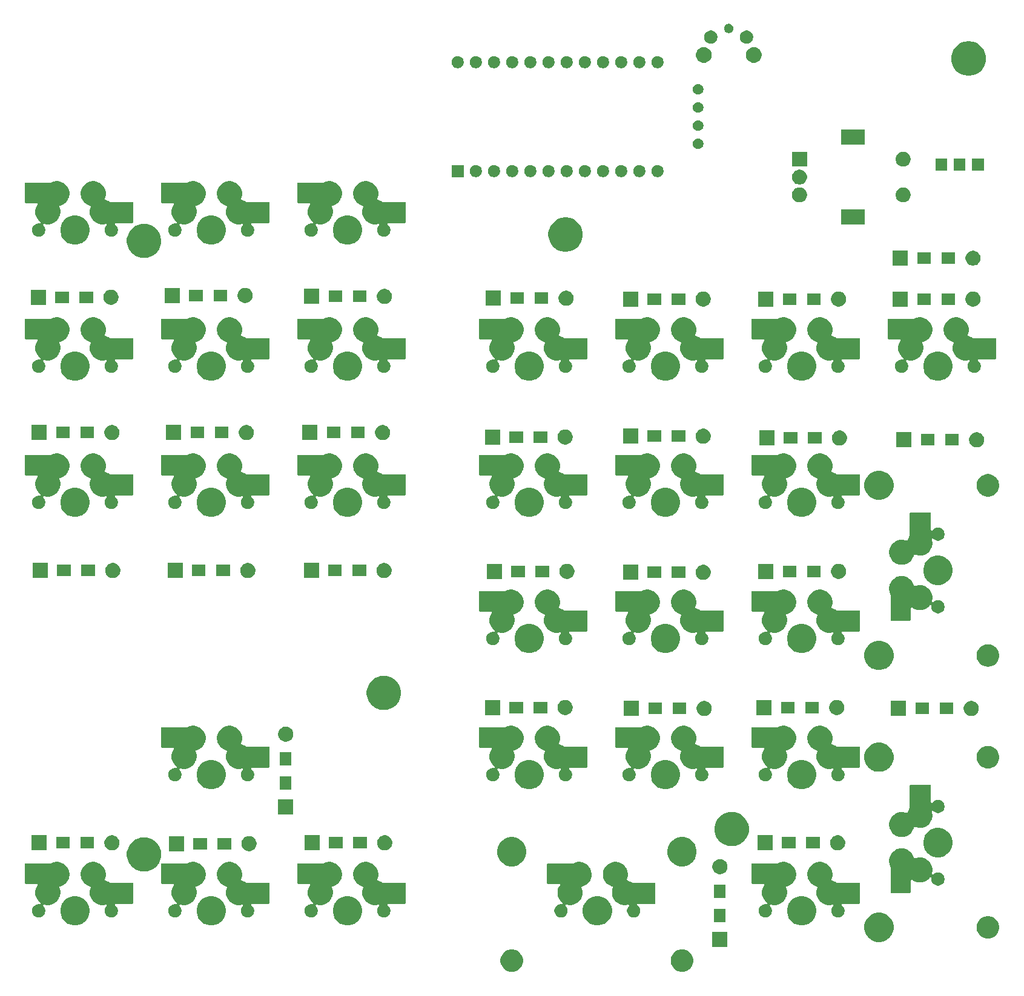
<source format=gts>
G04 #@! TF.GenerationSoftware,KiCad,Pcbnew,(5.1.5)-3*
G04 #@! TF.CreationDate,2020-03-29T20:01:09-05:00*
G04 #@! TF.ProjectId,MigitePad,4d696769-7465-4506-9164-2e6b69636164,rev?*
G04 #@! TF.SameCoordinates,Original*
G04 #@! TF.FileFunction,Soldermask,Top*
G04 #@! TF.FilePolarity,Negative*
%FSLAX46Y46*%
G04 Gerber Fmt 4.6, Leading zero omitted, Abs format (unit mm)*
G04 Created by KiCad (PCBNEW (5.1.5)-3) date 2020-03-29 20:01:09*
%MOMM*%
%LPD*%
G04 APERTURE LIST*
%ADD10C,0.100000*%
G04 APERTURE END LIST*
D10*
G36*
X158701767Y-160253263D02*
G01*
X158853911Y-160283526D01*
X158972637Y-160332704D01*
X159140541Y-160402252D01*
X159140542Y-160402253D01*
X159398504Y-160574617D01*
X159617883Y-160793996D01*
X159733053Y-160966361D01*
X159790248Y-161051959D01*
X159908974Y-161338590D01*
X159969500Y-161642875D01*
X159969500Y-161953125D01*
X159908974Y-162257410D01*
X159790248Y-162544041D01*
X159790247Y-162544042D01*
X159617883Y-162802004D01*
X159398504Y-163021383D01*
X159226139Y-163136553D01*
X159140541Y-163193748D01*
X158972637Y-163263296D01*
X158853911Y-163312474D01*
X158701767Y-163342737D01*
X158549625Y-163373000D01*
X158239375Y-163373000D01*
X158087233Y-163342737D01*
X157935089Y-163312474D01*
X157816363Y-163263296D01*
X157648459Y-163193748D01*
X157562861Y-163136553D01*
X157390496Y-163021383D01*
X157171117Y-162802004D01*
X156998753Y-162544042D01*
X156998752Y-162544041D01*
X156880026Y-162257410D01*
X156819500Y-161953125D01*
X156819500Y-161642875D01*
X156880026Y-161338590D01*
X156998752Y-161051959D01*
X157055947Y-160966361D01*
X157171117Y-160793996D01*
X157390496Y-160574617D01*
X157648458Y-160402253D01*
X157648459Y-160402252D01*
X157816363Y-160332704D01*
X157935089Y-160283526D01*
X158087233Y-160253263D01*
X158239375Y-160223000D01*
X158549625Y-160223000D01*
X158701767Y-160253263D01*
G37*
G36*
X134901767Y-160253263D02*
G01*
X135053911Y-160283526D01*
X135172637Y-160332704D01*
X135340541Y-160402252D01*
X135340542Y-160402253D01*
X135598504Y-160574617D01*
X135817883Y-160793996D01*
X135933053Y-160966361D01*
X135990248Y-161051959D01*
X136108974Y-161338590D01*
X136169500Y-161642875D01*
X136169500Y-161953125D01*
X136108974Y-162257410D01*
X135990248Y-162544041D01*
X135990247Y-162544042D01*
X135817883Y-162802004D01*
X135598504Y-163021383D01*
X135426139Y-163136553D01*
X135340541Y-163193748D01*
X135172637Y-163263296D01*
X135053911Y-163312474D01*
X134901767Y-163342737D01*
X134749625Y-163373000D01*
X134439375Y-163373000D01*
X134287233Y-163342737D01*
X134135089Y-163312474D01*
X134016363Y-163263296D01*
X133848459Y-163193748D01*
X133762861Y-163136553D01*
X133590496Y-163021383D01*
X133371117Y-162802004D01*
X133198753Y-162544042D01*
X133198752Y-162544041D01*
X133080026Y-162257410D01*
X133019500Y-161953125D01*
X133019500Y-161642875D01*
X133080026Y-161338590D01*
X133198752Y-161051959D01*
X133255947Y-160966361D01*
X133371117Y-160793996D01*
X133590496Y-160574617D01*
X133848458Y-160402253D01*
X133848459Y-160402252D01*
X134016363Y-160332704D01*
X134135089Y-160283526D01*
X134287233Y-160253263D01*
X134439375Y-160223000D01*
X134749625Y-160223000D01*
X134901767Y-160253263D01*
G37*
G36*
X164756030Y-159847490D02*
G01*
X162655050Y-159847490D01*
X162655050Y-157746510D01*
X164756030Y-157746510D01*
X164756030Y-159847490D01*
G37*
G36*
X186524474Y-155158184D02*
G01*
X186742474Y-155248483D01*
X186896623Y-155312333D01*
X187231548Y-155536123D01*
X187516377Y-155820952D01*
X187740167Y-156155877D01*
X187740167Y-156155878D01*
X187894316Y-156528026D01*
X187972900Y-156923094D01*
X187972900Y-157325906D01*
X187894316Y-157720974D01*
X187832363Y-157870541D01*
X187740167Y-158093123D01*
X187516377Y-158428048D01*
X187231548Y-158712877D01*
X186896623Y-158936667D01*
X186742474Y-159000517D01*
X186524474Y-159090816D01*
X186129406Y-159169400D01*
X185726594Y-159169400D01*
X185331526Y-159090816D01*
X185113526Y-159000517D01*
X184959377Y-158936667D01*
X184624452Y-158712877D01*
X184339623Y-158428048D01*
X184115833Y-158093123D01*
X184023637Y-157870541D01*
X183961684Y-157720974D01*
X183883100Y-157325906D01*
X183883100Y-156923094D01*
X183961684Y-156528026D01*
X184115833Y-156155878D01*
X184115833Y-156155877D01*
X184339623Y-155820952D01*
X184624452Y-155536123D01*
X184959377Y-155312333D01*
X185113526Y-155248483D01*
X185331526Y-155158184D01*
X185726594Y-155079600D01*
X186129406Y-155079600D01*
X186524474Y-155158184D01*
G37*
G36*
X201627411Y-155610026D02*
G01*
X201746137Y-155659204D01*
X201914041Y-155728752D01*
X201914042Y-155728753D01*
X202172004Y-155901117D01*
X202391383Y-156120496D01*
X202415024Y-156155878D01*
X202563748Y-156378459D01*
X202625700Y-156528025D01*
X202665938Y-156625167D01*
X202682474Y-156665090D01*
X202743000Y-156969375D01*
X202743000Y-157279625D01*
X202682474Y-157583910D01*
X202563748Y-157870541D01*
X202563747Y-157870542D01*
X202391383Y-158128504D01*
X202172004Y-158347883D01*
X202052028Y-158428048D01*
X201914041Y-158520248D01*
X201746137Y-158589796D01*
X201627411Y-158638974D01*
X201475267Y-158669237D01*
X201323125Y-158699500D01*
X201012875Y-158699500D01*
X200860733Y-158669237D01*
X200708589Y-158638974D01*
X200589863Y-158589796D01*
X200421959Y-158520248D01*
X200283972Y-158428048D01*
X200163996Y-158347883D01*
X199944617Y-158128504D01*
X199772253Y-157870542D01*
X199772252Y-157870541D01*
X199653526Y-157583910D01*
X199593000Y-157279625D01*
X199593000Y-156969375D01*
X199653526Y-156665090D01*
X199670063Y-156625167D01*
X199710300Y-156528025D01*
X199772252Y-156378459D01*
X199920976Y-156155878D01*
X199944617Y-156120496D01*
X200163996Y-155901117D01*
X200421958Y-155728753D01*
X200421959Y-155728752D01*
X200589863Y-155659204D01*
X200708589Y-155610026D01*
X201012875Y-155549500D01*
X201323125Y-155549500D01*
X201627411Y-155610026D01*
G37*
G36*
X93179474Y-152846684D02*
G01*
X93397474Y-152936983D01*
X93551623Y-153000833D01*
X93886548Y-153224623D01*
X94171377Y-153509452D01*
X94395167Y-153844377D01*
X94437687Y-153947031D01*
X94549316Y-154216526D01*
X94627900Y-154611594D01*
X94627900Y-155014406D01*
X94549316Y-155409474D01*
X94459017Y-155627474D01*
X94395167Y-155781623D01*
X94171377Y-156116548D01*
X93886548Y-156401377D01*
X93551623Y-156625167D01*
X93455242Y-156665089D01*
X93179474Y-156779316D01*
X92784406Y-156857900D01*
X92381594Y-156857900D01*
X91986526Y-156779316D01*
X91710758Y-156665089D01*
X91614377Y-156625167D01*
X91279452Y-156401377D01*
X90994623Y-156116548D01*
X90770833Y-155781623D01*
X90706983Y-155627474D01*
X90616684Y-155409474D01*
X90538100Y-155014406D01*
X90538100Y-154611594D01*
X90616684Y-154216526D01*
X90728313Y-153947031D01*
X90770833Y-153844377D01*
X90994623Y-153509452D01*
X91279452Y-153224623D01*
X91614377Y-153000833D01*
X91768526Y-152936983D01*
X91986526Y-152846684D01*
X92381594Y-152768100D01*
X92784406Y-152768100D01*
X93179474Y-152846684D01*
G37*
G36*
X112229474Y-152846684D02*
G01*
X112447474Y-152936983D01*
X112601623Y-153000833D01*
X112936548Y-153224623D01*
X113221377Y-153509452D01*
X113445167Y-153844377D01*
X113487687Y-153947031D01*
X113599316Y-154216526D01*
X113677900Y-154611594D01*
X113677900Y-155014406D01*
X113599316Y-155409474D01*
X113509017Y-155627474D01*
X113445167Y-155781623D01*
X113221377Y-156116548D01*
X112936548Y-156401377D01*
X112601623Y-156625167D01*
X112505242Y-156665089D01*
X112229474Y-156779316D01*
X111834406Y-156857900D01*
X111431594Y-156857900D01*
X111036526Y-156779316D01*
X110760758Y-156665089D01*
X110664377Y-156625167D01*
X110329452Y-156401377D01*
X110044623Y-156116548D01*
X109820833Y-155781623D01*
X109756983Y-155627474D01*
X109666684Y-155409474D01*
X109588100Y-155014406D01*
X109588100Y-154611594D01*
X109666684Y-154216526D01*
X109778313Y-153947031D01*
X109820833Y-153844377D01*
X110044623Y-153509452D01*
X110329452Y-153224623D01*
X110664377Y-153000833D01*
X110818526Y-152936983D01*
X111036526Y-152846684D01*
X111431594Y-152768100D01*
X111834406Y-152768100D01*
X112229474Y-152846684D01*
G37*
G36*
X175729474Y-152846684D02*
G01*
X175947474Y-152936983D01*
X176101623Y-153000833D01*
X176436548Y-153224623D01*
X176721377Y-153509452D01*
X176945167Y-153844377D01*
X176987687Y-153947031D01*
X177099316Y-154216526D01*
X177177900Y-154611594D01*
X177177900Y-155014406D01*
X177099316Y-155409474D01*
X177009017Y-155627474D01*
X176945167Y-155781623D01*
X176721377Y-156116548D01*
X176436548Y-156401377D01*
X176101623Y-156625167D01*
X176005242Y-156665089D01*
X175729474Y-156779316D01*
X175334406Y-156857900D01*
X174931594Y-156857900D01*
X174536526Y-156779316D01*
X174260758Y-156665089D01*
X174164377Y-156625167D01*
X173829452Y-156401377D01*
X173544623Y-156116548D01*
X173320833Y-155781623D01*
X173256983Y-155627474D01*
X173166684Y-155409474D01*
X173088100Y-155014406D01*
X173088100Y-154611594D01*
X173166684Y-154216526D01*
X173278313Y-153947031D01*
X173320833Y-153844377D01*
X173544623Y-153509452D01*
X173829452Y-153224623D01*
X174164377Y-153000833D01*
X174318526Y-152936983D01*
X174536526Y-152846684D01*
X174931594Y-152768100D01*
X175334406Y-152768100D01*
X175729474Y-152846684D01*
G37*
G36*
X74129474Y-152846684D02*
G01*
X74347474Y-152936983D01*
X74501623Y-153000833D01*
X74836548Y-153224623D01*
X75121377Y-153509452D01*
X75345167Y-153844377D01*
X75387687Y-153947031D01*
X75499316Y-154216526D01*
X75577900Y-154611594D01*
X75577900Y-155014406D01*
X75499316Y-155409474D01*
X75409017Y-155627474D01*
X75345167Y-155781623D01*
X75121377Y-156116548D01*
X74836548Y-156401377D01*
X74501623Y-156625167D01*
X74405242Y-156665089D01*
X74129474Y-156779316D01*
X73734406Y-156857900D01*
X73331594Y-156857900D01*
X72936526Y-156779316D01*
X72660758Y-156665089D01*
X72564377Y-156625167D01*
X72229452Y-156401377D01*
X71944623Y-156116548D01*
X71720833Y-155781623D01*
X71656983Y-155627474D01*
X71566684Y-155409474D01*
X71488100Y-155014406D01*
X71488100Y-154611594D01*
X71566684Y-154216526D01*
X71678313Y-153947031D01*
X71720833Y-153844377D01*
X71944623Y-153509452D01*
X72229452Y-153224623D01*
X72564377Y-153000833D01*
X72718526Y-152936983D01*
X72936526Y-152846684D01*
X73331594Y-152768100D01*
X73734406Y-152768100D01*
X74129474Y-152846684D01*
G37*
G36*
X147154474Y-152846684D02*
G01*
X147372474Y-152936983D01*
X147526623Y-153000833D01*
X147861548Y-153224623D01*
X148146377Y-153509452D01*
X148370167Y-153844377D01*
X148412687Y-153947031D01*
X148524316Y-154216526D01*
X148602900Y-154611594D01*
X148602900Y-155014406D01*
X148524316Y-155409474D01*
X148434017Y-155627474D01*
X148370167Y-155781623D01*
X148146377Y-156116548D01*
X147861548Y-156401377D01*
X147526623Y-156625167D01*
X147430242Y-156665089D01*
X147154474Y-156779316D01*
X146759406Y-156857900D01*
X146356594Y-156857900D01*
X145961526Y-156779316D01*
X145685758Y-156665089D01*
X145589377Y-156625167D01*
X145254452Y-156401377D01*
X144969623Y-156116548D01*
X144745833Y-155781623D01*
X144681983Y-155627474D01*
X144591684Y-155409474D01*
X144513100Y-155014406D01*
X144513100Y-154611594D01*
X144591684Y-154216526D01*
X144703313Y-153947031D01*
X144745833Y-153844377D01*
X144969623Y-153509452D01*
X145254452Y-153224623D01*
X145589377Y-153000833D01*
X145743526Y-152936983D01*
X145961526Y-152846684D01*
X146356594Y-152768100D01*
X146759406Y-152768100D01*
X147154474Y-152846684D01*
G37*
G36*
X164504000Y-156448000D02*
G01*
X162902000Y-156448000D01*
X162902000Y-154546000D01*
X164504000Y-154546000D01*
X164504000Y-156448000D01*
G37*
G36*
X71352038Y-148019113D02*
G01*
X71503748Y-148049290D01*
X71624528Y-148099319D01*
X71822408Y-148181283D01*
X72109196Y-148372909D01*
X72353091Y-148616804D01*
X72544717Y-148903592D01*
X72614149Y-149071216D01*
X72676710Y-149222252D01*
X72695970Y-149319080D01*
X72744000Y-149560540D01*
X72744000Y-149905460D01*
X72709496Y-150078920D01*
X72676710Y-150243748D01*
X72663020Y-150276798D01*
X72544717Y-150562408D01*
X72353091Y-150849196D01*
X72109196Y-151093091D01*
X71822408Y-151284717D01*
X71641493Y-151359654D01*
X71503748Y-151416710D01*
X71473961Y-151422635D01*
X71431249Y-151431131D01*
X71407800Y-151438244D01*
X71386189Y-151449795D01*
X71367247Y-151465341D01*
X71351702Y-151484282D01*
X71340151Y-151505893D01*
X71333038Y-151529342D01*
X71330636Y-151553728D01*
X71333038Y-151578114D01*
X71340151Y-151601563D01*
X71406710Y-151762252D01*
X71474000Y-152100540D01*
X71474000Y-152445460D01*
X71449933Y-152566451D01*
X71406710Y-152783748D01*
X71360489Y-152895335D01*
X71274717Y-153102408D01*
X71083091Y-153389196D01*
X70839196Y-153633091D01*
X70552408Y-153824717D01*
X70395379Y-153889760D01*
X70233748Y-153956710D01*
X70120985Y-153979140D01*
X69895460Y-154024000D01*
X69550540Y-154024000D01*
X69328273Y-153979788D01*
X69234441Y-153961124D01*
X69210058Y-153958722D01*
X69185672Y-153961124D01*
X69162223Y-153968237D01*
X69140612Y-153979788D01*
X69121670Y-153995333D01*
X69106125Y-154014275D01*
X69094574Y-154035886D01*
X69087461Y-154059335D01*
X69085059Y-154083721D01*
X69087461Y-154108107D01*
X69094574Y-154131556D01*
X69106125Y-154153167D01*
X69121661Y-154172098D01*
X69172272Y-154222709D01*
X69273611Y-154374374D01*
X69343415Y-154542896D01*
X69379000Y-154721797D01*
X69379000Y-154904203D01*
X69343415Y-155083104D01*
X69273611Y-155251626D01*
X69172272Y-155403291D01*
X69043291Y-155532272D01*
X68891626Y-155633611D01*
X68723104Y-155703415D01*
X68544203Y-155739000D01*
X68361797Y-155739000D01*
X68182896Y-155703415D01*
X68014374Y-155633611D01*
X67862709Y-155532272D01*
X67733728Y-155403291D01*
X67632389Y-155251626D01*
X67562585Y-155083104D01*
X67527000Y-154904203D01*
X67527000Y-154721797D01*
X67562585Y-154542896D01*
X67632389Y-154374374D01*
X67733728Y-154222709D01*
X67862709Y-154093728D01*
X68014374Y-153992389D01*
X68182896Y-153922585D01*
X68361797Y-153887000D01*
X68544203Y-153887000D01*
X68558080Y-153889760D01*
X68582463Y-153892162D01*
X68606849Y-153889760D01*
X68630298Y-153882647D01*
X68651909Y-153871096D01*
X68670851Y-153855551D01*
X68686396Y-153836610D01*
X68697948Y-153814999D01*
X68705061Y-153791550D01*
X68707463Y-153767164D01*
X68705061Y-153742778D01*
X68697948Y-153719329D01*
X68686397Y-153697718D01*
X68670852Y-153678776D01*
X68651910Y-153663230D01*
X68606804Y-153633091D01*
X68362909Y-153389196D01*
X68171283Y-153102408D01*
X68085511Y-152895335D01*
X68039290Y-152783748D01*
X67996067Y-152566451D01*
X67972000Y-152445460D01*
X67972000Y-152100540D01*
X68023378Y-151842245D01*
X68039290Y-151762252D01*
X68107118Y-151598500D01*
X68171283Y-151443592D01*
X68311130Y-151234297D01*
X68322681Y-151212686D01*
X68329794Y-151189237D01*
X68332196Y-151164851D01*
X68329794Y-151140465D01*
X68322681Y-151117016D01*
X68311130Y-151095406D01*
X68295585Y-151076464D01*
X68276643Y-151060918D01*
X68255032Y-151049367D01*
X68231583Y-151042254D01*
X68207197Y-151039852D01*
X66636075Y-151039852D01*
X66624851Y-151039301D01*
X66619403Y-151038764D01*
X66597436Y-151034395D01*
X66595122Y-151033692D01*
X66574438Y-151025125D01*
X66572310Y-151023987D01*
X66567179Y-151020559D01*
X66567174Y-151020556D01*
X66558821Y-151014974D01*
X66553689Y-151011545D01*
X66551823Y-151010014D01*
X66535986Y-150994177D01*
X66534455Y-150992311D01*
X66530663Y-150986636D01*
X66525444Y-150978826D01*
X66525441Y-150978821D01*
X66522013Y-150973690D01*
X66520875Y-150971562D01*
X66512308Y-150950878D01*
X66511605Y-150948564D01*
X66507236Y-150926597D01*
X66506699Y-150921149D01*
X66506148Y-150909925D01*
X66506148Y-148316075D01*
X66506699Y-148304851D01*
X66507236Y-148299403D01*
X66511605Y-148277436D01*
X66512308Y-148275122D01*
X66520875Y-148254438D01*
X66522013Y-148252310D01*
X66525441Y-148247179D01*
X66525444Y-148247174D01*
X66531026Y-148238821D01*
X66534455Y-148233689D01*
X66535986Y-148231823D01*
X66551823Y-148215986D01*
X66553689Y-148214455D01*
X66559364Y-148210663D01*
X66567174Y-148205444D01*
X66567179Y-148205441D01*
X66572310Y-148202013D01*
X66574438Y-148200875D01*
X66595122Y-148192308D01*
X66597436Y-148191605D01*
X66619403Y-148187236D01*
X66624851Y-148186699D01*
X66636075Y-148186148D01*
X70126983Y-148186148D01*
X70151369Y-148183746D01*
X70174818Y-148176633D01*
X70361472Y-148099319D01*
X70482252Y-148049290D01*
X70633962Y-148019113D01*
X70820540Y-147982000D01*
X71165460Y-147982000D01*
X71352038Y-148019113D01*
G37*
G36*
X149457038Y-148019113D02*
G01*
X149608748Y-148049290D01*
X149729528Y-148099319D01*
X149927408Y-148181283D01*
X150214196Y-148372909D01*
X150458091Y-148616804D01*
X150649717Y-148903592D01*
X150719149Y-149071216D01*
X150781710Y-149222252D01*
X150800970Y-149319080D01*
X150849000Y-149560540D01*
X150849000Y-149905460D01*
X150781710Y-150243748D01*
X150715151Y-150404437D01*
X150708038Y-150427886D01*
X150705636Y-150452273D01*
X150708038Y-150476659D01*
X150715151Y-150500108D01*
X150726702Y-150521718D01*
X150742248Y-150540660D01*
X150761190Y-150556205D01*
X150782800Y-150567756D01*
X150806250Y-150574869D01*
X150878748Y-150589290D01*
X150952111Y-150619678D01*
X151197408Y-150721283D01*
X151412618Y-150865082D01*
X151434229Y-150876633D01*
X151457678Y-150883746D01*
X151482064Y-150886148D01*
X154554925Y-150886148D01*
X154566149Y-150886699D01*
X154571597Y-150887236D01*
X154593564Y-150891605D01*
X154595878Y-150892308D01*
X154616562Y-150900875D01*
X154618690Y-150902013D01*
X154623821Y-150905441D01*
X154623826Y-150905444D01*
X154630531Y-150909925D01*
X154637311Y-150914455D01*
X154639177Y-150915986D01*
X154655014Y-150931823D01*
X154656545Y-150933689D01*
X154659974Y-150938821D01*
X154665556Y-150947174D01*
X154665559Y-150947179D01*
X154668987Y-150952310D01*
X154670125Y-150954438D01*
X154678692Y-150975122D01*
X154679395Y-150977436D01*
X154683764Y-150999403D01*
X154684301Y-151004851D01*
X154684852Y-151016075D01*
X154684852Y-153709925D01*
X154684301Y-153721149D01*
X154683764Y-153726597D01*
X154679395Y-153748564D01*
X154678692Y-153750878D01*
X154670125Y-153771562D01*
X154668987Y-153773690D01*
X154665559Y-153778821D01*
X154665556Y-153778826D01*
X154662734Y-153783049D01*
X154656545Y-153792311D01*
X154655014Y-153794177D01*
X154639177Y-153810014D01*
X154637311Y-153811545D01*
X154632179Y-153814974D01*
X154623826Y-153820556D01*
X154623821Y-153820559D01*
X154618690Y-153823987D01*
X154616562Y-153825125D01*
X154595878Y-153833692D01*
X154593564Y-153834395D01*
X154571597Y-153838764D01*
X154566149Y-153839301D01*
X154554925Y-153839852D01*
X152260403Y-153839852D01*
X152236017Y-153842254D01*
X152212568Y-153849367D01*
X152190957Y-153860918D01*
X152172015Y-153876463D01*
X152156470Y-153895405D01*
X152144919Y-153917016D01*
X152137806Y-153940465D01*
X152135404Y-153964851D01*
X152137806Y-153989237D01*
X152144919Y-154012686D01*
X152156470Y-154034297D01*
X152172015Y-154053239D01*
X152190951Y-154068778D01*
X152228291Y-154093728D01*
X152357272Y-154222709D01*
X152458611Y-154374374D01*
X152528415Y-154542896D01*
X152564000Y-154721797D01*
X152564000Y-154904203D01*
X152528415Y-155083104D01*
X152458611Y-155251626D01*
X152357272Y-155403291D01*
X152228291Y-155532272D01*
X152076626Y-155633611D01*
X151908104Y-155703415D01*
X151729203Y-155739000D01*
X151546797Y-155739000D01*
X151367896Y-155703415D01*
X151199374Y-155633611D01*
X151047709Y-155532272D01*
X150918728Y-155403291D01*
X150817389Y-155251626D01*
X150747585Y-155083104D01*
X150712000Y-154904203D01*
X150712000Y-154721797D01*
X150747585Y-154542896D01*
X150817389Y-154374374D01*
X150918728Y-154222709D01*
X150969339Y-154172098D01*
X150984875Y-154153167D01*
X150996426Y-154131556D01*
X151003539Y-154108107D01*
X151005941Y-154083721D01*
X151003539Y-154059335D01*
X150996426Y-154035886D01*
X150984875Y-154014275D01*
X150969330Y-153995333D01*
X150950388Y-153979788D01*
X150928777Y-153968237D01*
X150905328Y-153961124D01*
X150880942Y-153958722D01*
X150856559Y-153961124D01*
X150762727Y-153979788D01*
X150540460Y-154024000D01*
X150195540Y-154024000D01*
X149970015Y-153979140D01*
X149857252Y-153956710D01*
X149695621Y-153889760D01*
X149538592Y-153824717D01*
X149251804Y-153633091D01*
X149007909Y-153389196D01*
X148816283Y-153102408D01*
X148730511Y-152895335D01*
X148684290Y-152783748D01*
X148641067Y-152566451D01*
X148617000Y-152445460D01*
X148617000Y-152100540D01*
X148684290Y-151762252D01*
X148750849Y-151601563D01*
X148757962Y-151578114D01*
X148760364Y-151553727D01*
X148757962Y-151529341D01*
X148750849Y-151505892D01*
X148739298Y-151484282D01*
X148723752Y-151465340D01*
X148704810Y-151449795D01*
X148683200Y-151438244D01*
X148659751Y-151431131D01*
X148617039Y-151422635D01*
X148587252Y-151416710D01*
X148449507Y-151359654D01*
X148268592Y-151284717D01*
X147981804Y-151093091D01*
X147737909Y-150849196D01*
X147546283Y-150562408D01*
X147427980Y-150276798D01*
X147414290Y-150243748D01*
X147381504Y-150078920D01*
X147347000Y-149905460D01*
X147347000Y-149560540D01*
X147395030Y-149319080D01*
X147414290Y-149222252D01*
X147476851Y-149071216D01*
X147546283Y-148903592D01*
X147737909Y-148616804D01*
X147981804Y-148372909D01*
X148268592Y-148181283D01*
X148466472Y-148099319D01*
X148587252Y-148049290D01*
X148738962Y-148019113D01*
X148925540Y-147982000D01*
X149270460Y-147982000D01*
X149457038Y-148019113D01*
G37*
G36*
X76432038Y-148019113D02*
G01*
X76583748Y-148049290D01*
X76704528Y-148099319D01*
X76902408Y-148181283D01*
X77189196Y-148372909D01*
X77433091Y-148616804D01*
X77624717Y-148903592D01*
X77694149Y-149071216D01*
X77756710Y-149222252D01*
X77775970Y-149319080D01*
X77824000Y-149560540D01*
X77824000Y-149905460D01*
X77756710Y-150243748D01*
X77690151Y-150404437D01*
X77683038Y-150427886D01*
X77680636Y-150452273D01*
X77683038Y-150476659D01*
X77690151Y-150500108D01*
X77701702Y-150521718D01*
X77717248Y-150540660D01*
X77736190Y-150556205D01*
X77757800Y-150567756D01*
X77781250Y-150574869D01*
X77853748Y-150589290D01*
X77927111Y-150619678D01*
X78172408Y-150721283D01*
X78387618Y-150865082D01*
X78409229Y-150876633D01*
X78432678Y-150883746D01*
X78457064Y-150886148D01*
X81529925Y-150886148D01*
X81541149Y-150886699D01*
X81546597Y-150887236D01*
X81568564Y-150891605D01*
X81570878Y-150892308D01*
X81591562Y-150900875D01*
X81593690Y-150902013D01*
X81598821Y-150905441D01*
X81598826Y-150905444D01*
X81605531Y-150909925D01*
X81612311Y-150914455D01*
X81614177Y-150915986D01*
X81630014Y-150931823D01*
X81631545Y-150933689D01*
X81634974Y-150938821D01*
X81640556Y-150947174D01*
X81640559Y-150947179D01*
X81643987Y-150952310D01*
X81645125Y-150954438D01*
X81653692Y-150975122D01*
X81654395Y-150977436D01*
X81658764Y-150999403D01*
X81659301Y-151004851D01*
X81659852Y-151016075D01*
X81659852Y-153709925D01*
X81659301Y-153721149D01*
X81658764Y-153726597D01*
X81654395Y-153748564D01*
X81653692Y-153750878D01*
X81645125Y-153771562D01*
X81643987Y-153773690D01*
X81640559Y-153778821D01*
X81640556Y-153778826D01*
X81637734Y-153783049D01*
X81631545Y-153792311D01*
X81630014Y-153794177D01*
X81614177Y-153810014D01*
X81612311Y-153811545D01*
X81607179Y-153814974D01*
X81598826Y-153820556D01*
X81598821Y-153820559D01*
X81593690Y-153823987D01*
X81591562Y-153825125D01*
X81570878Y-153833692D01*
X81568564Y-153834395D01*
X81546597Y-153838764D01*
X81541149Y-153839301D01*
X81529925Y-153839852D01*
X79235403Y-153839852D01*
X79211017Y-153842254D01*
X79187568Y-153849367D01*
X79165957Y-153860918D01*
X79147015Y-153876463D01*
X79131470Y-153895405D01*
X79119919Y-153917016D01*
X79112806Y-153940465D01*
X79110404Y-153964851D01*
X79112806Y-153989237D01*
X79119919Y-154012686D01*
X79131470Y-154034297D01*
X79147015Y-154053239D01*
X79165951Y-154068778D01*
X79203291Y-154093728D01*
X79332272Y-154222709D01*
X79433611Y-154374374D01*
X79503415Y-154542896D01*
X79539000Y-154721797D01*
X79539000Y-154904203D01*
X79503415Y-155083104D01*
X79433611Y-155251626D01*
X79332272Y-155403291D01*
X79203291Y-155532272D01*
X79051626Y-155633611D01*
X78883104Y-155703415D01*
X78704203Y-155739000D01*
X78521797Y-155739000D01*
X78342896Y-155703415D01*
X78174374Y-155633611D01*
X78022709Y-155532272D01*
X77893728Y-155403291D01*
X77792389Y-155251626D01*
X77722585Y-155083104D01*
X77687000Y-154904203D01*
X77687000Y-154721797D01*
X77722585Y-154542896D01*
X77792389Y-154374374D01*
X77893728Y-154222709D01*
X77944339Y-154172098D01*
X77959875Y-154153167D01*
X77971426Y-154131556D01*
X77978539Y-154108107D01*
X77980941Y-154083721D01*
X77978539Y-154059335D01*
X77971426Y-154035886D01*
X77959875Y-154014275D01*
X77944330Y-153995333D01*
X77925388Y-153979788D01*
X77903777Y-153968237D01*
X77880328Y-153961124D01*
X77855942Y-153958722D01*
X77831559Y-153961124D01*
X77737727Y-153979788D01*
X77515460Y-154024000D01*
X77170540Y-154024000D01*
X76945015Y-153979140D01*
X76832252Y-153956710D01*
X76670621Y-153889760D01*
X76513592Y-153824717D01*
X76226804Y-153633091D01*
X75982909Y-153389196D01*
X75791283Y-153102408D01*
X75705511Y-152895335D01*
X75659290Y-152783748D01*
X75616067Y-152566451D01*
X75592000Y-152445460D01*
X75592000Y-152100540D01*
X75659290Y-151762252D01*
X75725849Y-151601563D01*
X75732962Y-151578114D01*
X75735364Y-151553727D01*
X75732962Y-151529341D01*
X75725849Y-151505892D01*
X75714298Y-151484282D01*
X75698752Y-151465340D01*
X75679810Y-151449795D01*
X75658200Y-151438244D01*
X75634751Y-151431131D01*
X75592039Y-151422635D01*
X75562252Y-151416710D01*
X75424507Y-151359654D01*
X75243592Y-151284717D01*
X74956804Y-151093091D01*
X74712909Y-150849196D01*
X74521283Y-150562408D01*
X74402980Y-150276798D01*
X74389290Y-150243748D01*
X74356504Y-150078920D01*
X74322000Y-149905460D01*
X74322000Y-149560540D01*
X74370030Y-149319080D01*
X74389290Y-149222252D01*
X74451851Y-149071216D01*
X74521283Y-148903592D01*
X74712909Y-148616804D01*
X74956804Y-148372909D01*
X75243592Y-148181283D01*
X75441472Y-148099319D01*
X75562252Y-148049290D01*
X75713962Y-148019113D01*
X75900540Y-147982000D01*
X76245460Y-147982000D01*
X76432038Y-148019113D01*
G37*
G36*
X144377038Y-148019113D02*
G01*
X144528748Y-148049290D01*
X144649528Y-148099319D01*
X144847408Y-148181283D01*
X145134196Y-148372909D01*
X145378091Y-148616804D01*
X145569717Y-148903592D01*
X145639149Y-149071216D01*
X145701710Y-149222252D01*
X145720970Y-149319080D01*
X145769000Y-149560540D01*
X145769000Y-149905460D01*
X145734496Y-150078920D01*
X145701710Y-150243748D01*
X145688020Y-150276798D01*
X145569717Y-150562408D01*
X145378091Y-150849196D01*
X145134196Y-151093091D01*
X144847408Y-151284717D01*
X144666493Y-151359654D01*
X144528748Y-151416710D01*
X144498961Y-151422635D01*
X144456249Y-151431131D01*
X144432800Y-151438244D01*
X144411189Y-151449795D01*
X144392247Y-151465341D01*
X144376702Y-151484282D01*
X144365151Y-151505893D01*
X144358038Y-151529342D01*
X144355636Y-151553728D01*
X144358038Y-151578114D01*
X144365151Y-151601563D01*
X144431710Y-151762252D01*
X144499000Y-152100540D01*
X144499000Y-152445460D01*
X144474933Y-152566451D01*
X144431710Y-152783748D01*
X144385489Y-152895335D01*
X144299717Y-153102408D01*
X144108091Y-153389196D01*
X143864196Y-153633091D01*
X143577408Y-153824717D01*
X143420379Y-153889760D01*
X143258748Y-153956710D01*
X143145985Y-153979140D01*
X142920460Y-154024000D01*
X142575540Y-154024000D01*
X142353273Y-153979788D01*
X142259441Y-153961124D01*
X142235058Y-153958722D01*
X142210672Y-153961124D01*
X142187223Y-153968237D01*
X142165612Y-153979788D01*
X142146670Y-153995333D01*
X142131125Y-154014275D01*
X142119574Y-154035886D01*
X142112461Y-154059335D01*
X142110059Y-154083721D01*
X142112461Y-154108107D01*
X142119574Y-154131556D01*
X142131125Y-154153167D01*
X142146661Y-154172098D01*
X142197272Y-154222709D01*
X142298611Y-154374374D01*
X142368415Y-154542896D01*
X142404000Y-154721797D01*
X142404000Y-154904203D01*
X142368415Y-155083104D01*
X142298611Y-155251626D01*
X142197272Y-155403291D01*
X142068291Y-155532272D01*
X141916626Y-155633611D01*
X141748104Y-155703415D01*
X141569203Y-155739000D01*
X141386797Y-155739000D01*
X141207896Y-155703415D01*
X141039374Y-155633611D01*
X140887709Y-155532272D01*
X140758728Y-155403291D01*
X140657389Y-155251626D01*
X140587585Y-155083104D01*
X140552000Y-154904203D01*
X140552000Y-154721797D01*
X140587585Y-154542896D01*
X140657389Y-154374374D01*
X140758728Y-154222709D01*
X140887709Y-154093728D01*
X141039374Y-153992389D01*
X141207896Y-153922585D01*
X141386797Y-153887000D01*
X141569203Y-153887000D01*
X141583080Y-153889760D01*
X141607463Y-153892162D01*
X141631849Y-153889760D01*
X141655298Y-153882647D01*
X141676909Y-153871096D01*
X141695851Y-153855551D01*
X141711396Y-153836610D01*
X141722948Y-153814999D01*
X141730061Y-153791550D01*
X141732463Y-153767164D01*
X141730061Y-153742778D01*
X141722948Y-153719329D01*
X141711397Y-153697718D01*
X141695852Y-153678776D01*
X141676910Y-153663230D01*
X141631804Y-153633091D01*
X141387909Y-153389196D01*
X141196283Y-153102408D01*
X141110511Y-152895335D01*
X141064290Y-152783748D01*
X141021067Y-152566451D01*
X140997000Y-152445460D01*
X140997000Y-152100540D01*
X141048378Y-151842245D01*
X141064290Y-151762252D01*
X141132118Y-151598500D01*
X141196283Y-151443592D01*
X141336130Y-151234297D01*
X141347681Y-151212686D01*
X141354794Y-151189237D01*
X141357196Y-151164851D01*
X141354794Y-151140465D01*
X141347681Y-151117016D01*
X141336130Y-151095406D01*
X141320585Y-151076464D01*
X141301643Y-151060918D01*
X141280032Y-151049367D01*
X141256583Y-151042254D01*
X141232197Y-151039852D01*
X139661075Y-151039852D01*
X139649851Y-151039301D01*
X139644403Y-151038764D01*
X139622436Y-151034395D01*
X139620122Y-151033692D01*
X139599438Y-151025125D01*
X139597310Y-151023987D01*
X139592179Y-151020559D01*
X139592174Y-151020556D01*
X139583821Y-151014974D01*
X139578689Y-151011545D01*
X139576823Y-151010014D01*
X139560986Y-150994177D01*
X139559455Y-150992311D01*
X139555663Y-150986636D01*
X139550444Y-150978826D01*
X139550441Y-150978821D01*
X139547013Y-150973690D01*
X139545875Y-150971562D01*
X139537308Y-150950878D01*
X139536605Y-150948564D01*
X139532236Y-150926597D01*
X139531699Y-150921149D01*
X139531148Y-150909925D01*
X139531148Y-148316075D01*
X139531699Y-148304851D01*
X139532236Y-148299403D01*
X139536605Y-148277436D01*
X139537308Y-148275122D01*
X139545875Y-148254438D01*
X139547013Y-148252310D01*
X139550441Y-148247179D01*
X139550444Y-148247174D01*
X139556026Y-148238821D01*
X139559455Y-148233689D01*
X139560986Y-148231823D01*
X139576823Y-148215986D01*
X139578689Y-148214455D01*
X139584364Y-148210663D01*
X139592174Y-148205444D01*
X139592179Y-148205441D01*
X139597310Y-148202013D01*
X139599438Y-148200875D01*
X139620122Y-148192308D01*
X139622436Y-148191605D01*
X139644403Y-148187236D01*
X139649851Y-148186699D01*
X139661075Y-148186148D01*
X143151983Y-148186148D01*
X143176369Y-148183746D01*
X143199818Y-148176633D01*
X143386472Y-148099319D01*
X143507252Y-148049290D01*
X143658962Y-148019113D01*
X143845540Y-147982000D01*
X144190460Y-147982000D01*
X144377038Y-148019113D01*
G37*
G36*
X95482038Y-148019113D02*
G01*
X95633748Y-148049290D01*
X95754528Y-148099319D01*
X95952408Y-148181283D01*
X96239196Y-148372909D01*
X96483091Y-148616804D01*
X96674717Y-148903592D01*
X96744149Y-149071216D01*
X96806710Y-149222252D01*
X96825970Y-149319080D01*
X96874000Y-149560540D01*
X96874000Y-149905460D01*
X96806710Y-150243748D01*
X96740151Y-150404437D01*
X96733038Y-150427886D01*
X96730636Y-150452273D01*
X96733038Y-150476659D01*
X96740151Y-150500108D01*
X96751702Y-150521718D01*
X96767248Y-150540660D01*
X96786190Y-150556205D01*
X96807800Y-150567756D01*
X96831250Y-150574869D01*
X96903748Y-150589290D01*
X96977111Y-150619678D01*
X97222408Y-150721283D01*
X97437618Y-150865082D01*
X97459229Y-150876633D01*
X97482678Y-150883746D01*
X97507064Y-150886148D01*
X100579925Y-150886148D01*
X100591149Y-150886699D01*
X100596597Y-150887236D01*
X100618564Y-150891605D01*
X100620878Y-150892308D01*
X100641562Y-150900875D01*
X100643690Y-150902013D01*
X100648821Y-150905441D01*
X100648826Y-150905444D01*
X100655531Y-150909925D01*
X100662311Y-150914455D01*
X100664177Y-150915986D01*
X100680014Y-150931823D01*
X100681545Y-150933689D01*
X100684974Y-150938821D01*
X100690556Y-150947174D01*
X100690559Y-150947179D01*
X100693987Y-150952310D01*
X100695125Y-150954438D01*
X100703692Y-150975122D01*
X100704395Y-150977436D01*
X100708764Y-150999403D01*
X100709301Y-151004851D01*
X100709852Y-151016075D01*
X100709852Y-153709925D01*
X100709301Y-153721149D01*
X100708764Y-153726597D01*
X100704395Y-153748564D01*
X100703692Y-153750878D01*
X100695125Y-153771562D01*
X100693987Y-153773690D01*
X100690559Y-153778821D01*
X100690556Y-153778826D01*
X100687734Y-153783049D01*
X100681545Y-153792311D01*
X100680014Y-153794177D01*
X100664177Y-153810014D01*
X100662311Y-153811545D01*
X100657179Y-153814974D01*
X100648826Y-153820556D01*
X100648821Y-153820559D01*
X100643690Y-153823987D01*
X100641562Y-153825125D01*
X100620878Y-153833692D01*
X100618564Y-153834395D01*
X100596597Y-153838764D01*
X100591149Y-153839301D01*
X100579925Y-153839852D01*
X98285403Y-153839852D01*
X98261017Y-153842254D01*
X98237568Y-153849367D01*
X98215957Y-153860918D01*
X98197015Y-153876463D01*
X98181470Y-153895405D01*
X98169919Y-153917016D01*
X98162806Y-153940465D01*
X98160404Y-153964851D01*
X98162806Y-153989237D01*
X98169919Y-154012686D01*
X98181470Y-154034297D01*
X98197015Y-154053239D01*
X98215951Y-154068778D01*
X98253291Y-154093728D01*
X98382272Y-154222709D01*
X98483611Y-154374374D01*
X98553415Y-154542896D01*
X98589000Y-154721797D01*
X98589000Y-154904203D01*
X98553415Y-155083104D01*
X98483611Y-155251626D01*
X98382272Y-155403291D01*
X98253291Y-155532272D01*
X98101626Y-155633611D01*
X97933104Y-155703415D01*
X97754203Y-155739000D01*
X97571797Y-155739000D01*
X97392896Y-155703415D01*
X97224374Y-155633611D01*
X97072709Y-155532272D01*
X96943728Y-155403291D01*
X96842389Y-155251626D01*
X96772585Y-155083104D01*
X96737000Y-154904203D01*
X96737000Y-154721797D01*
X96772585Y-154542896D01*
X96842389Y-154374374D01*
X96943728Y-154222709D01*
X96994339Y-154172098D01*
X97009875Y-154153167D01*
X97021426Y-154131556D01*
X97028539Y-154108107D01*
X97030941Y-154083721D01*
X97028539Y-154059335D01*
X97021426Y-154035886D01*
X97009875Y-154014275D01*
X96994330Y-153995333D01*
X96975388Y-153979788D01*
X96953777Y-153968237D01*
X96930328Y-153961124D01*
X96905942Y-153958722D01*
X96881559Y-153961124D01*
X96787727Y-153979788D01*
X96565460Y-154024000D01*
X96220540Y-154024000D01*
X95995015Y-153979140D01*
X95882252Y-153956710D01*
X95720621Y-153889760D01*
X95563592Y-153824717D01*
X95276804Y-153633091D01*
X95032909Y-153389196D01*
X94841283Y-153102408D01*
X94755511Y-152895335D01*
X94709290Y-152783748D01*
X94666067Y-152566451D01*
X94642000Y-152445460D01*
X94642000Y-152100540D01*
X94709290Y-151762252D01*
X94775849Y-151601563D01*
X94782962Y-151578114D01*
X94785364Y-151553727D01*
X94782962Y-151529341D01*
X94775849Y-151505892D01*
X94764298Y-151484282D01*
X94748752Y-151465340D01*
X94729810Y-151449795D01*
X94708200Y-151438244D01*
X94684751Y-151431131D01*
X94642039Y-151422635D01*
X94612252Y-151416710D01*
X94474507Y-151359654D01*
X94293592Y-151284717D01*
X94006804Y-151093091D01*
X93762909Y-150849196D01*
X93571283Y-150562408D01*
X93452980Y-150276798D01*
X93439290Y-150243748D01*
X93406504Y-150078920D01*
X93372000Y-149905460D01*
X93372000Y-149560540D01*
X93420030Y-149319080D01*
X93439290Y-149222252D01*
X93501851Y-149071216D01*
X93571283Y-148903592D01*
X93762909Y-148616804D01*
X94006804Y-148372909D01*
X94293592Y-148181283D01*
X94491472Y-148099319D01*
X94612252Y-148049290D01*
X94763962Y-148019113D01*
X94950540Y-147982000D01*
X95295460Y-147982000D01*
X95482038Y-148019113D01*
G37*
G36*
X109452038Y-148019113D02*
G01*
X109603748Y-148049290D01*
X109724528Y-148099319D01*
X109922408Y-148181283D01*
X110209196Y-148372909D01*
X110453091Y-148616804D01*
X110644717Y-148903592D01*
X110714149Y-149071216D01*
X110776710Y-149222252D01*
X110795970Y-149319080D01*
X110844000Y-149560540D01*
X110844000Y-149905460D01*
X110809496Y-150078920D01*
X110776710Y-150243748D01*
X110763020Y-150276798D01*
X110644717Y-150562408D01*
X110453091Y-150849196D01*
X110209196Y-151093091D01*
X109922408Y-151284717D01*
X109741493Y-151359654D01*
X109603748Y-151416710D01*
X109573961Y-151422635D01*
X109531249Y-151431131D01*
X109507800Y-151438244D01*
X109486189Y-151449795D01*
X109467247Y-151465341D01*
X109451702Y-151484282D01*
X109440151Y-151505893D01*
X109433038Y-151529342D01*
X109430636Y-151553728D01*
X109433038Y-151578114D01*
X109440151Y-151601563D01*
X109506710Y-151762252D01*
X109574000Y-152100540D01*
X109574000Y-152445460D01*
X109549933Y-152566451D01*
X109506710Y-152783748D01*
X109460489Y-152895335D01*
X109374717Y-153102408D01*
X109183091Y-153389196D01*
X108939196Y-153633091D01*
X108652408Y-153824717D01*
X108495379Y-153889760D01*
X108333748Y-153956710D01*
X108220985Y-153979140D01*
X107995460Y-154024000D01*
X107650540Y-154024000D01*
X107428273Y-153979788D01*
X107334441Y-153961124D01*
X107310058Y-153958722D01*
X107285672Y-153961124D01*
X107262223Y-153968237D01*
X107240612Y-153979788D01*
X107221670Y-153995333D01*
X107206125Y-154014275D01*
X107194574Y-154035886D01*
X107187461Y-154059335D01*
X107185059Y-154083721D01*
X107187461Y-154108107D01*
X107194574Y-154131556D01*
X107206125Y-154153167D01*
X107221661Y-154172098D01*
X107272272Y-154222709D01*
X107373611Y-154374374D01*
X107443415Y-154542896D01*
X107479000Y-154721797D01*
X107479000Y-154904203D01*
X107443415Y-155083104D01*
X107373611Y-155251626D01*
X107272272Y-155403291D01*
X107143291Y-155532272D01*
X106991626Y-155633611D01*
X106823104Y-155703415D01*
X106644203Y-155739000D01*
X106461797Y-155739000D01*
X106282896Y-155703415D01*
X106114374Y-155633611D01*
X105962709Y-155532272D01*
X105833728Y-155403291D01*
X105732389Y-155251626D01*
X105662585Y-155083104D01*
X105627000Y-154904203D01*
X105627000Y-154721797D01*
X105662585Y-154542896D01*
X105732389Y-154374374D01*
X105833728Y-154222709D01*
X105962709Y-154093728D01*
X106114374Y-153992389D01*
X106282896Y-153922585D01*
X106461797Y-153887000D01*
X106644203Y-153887000D01*
X106658080Y-153889760D01*
X106682463Y-153892162D01*
X106706849Y-153889760D01*
X106730298Y-153882647D01*
X106751909Y-153871096D01*
X106770851Y-153855551D01*
X106786396Y-153836610D01*
X106797948Y-153814999D01*
X106805061Y-153791550D01*
X106807463Y-153767164D01*
X106805061Y-153742778D01*
X106797948Y-153719329D01*
X106786397Y-153697718D01*
X106770852Y-153678776D01*
X106751910Y-153663230D01*
X106706804Y-153633091D01*
X106462909Y-153389196D01*
X106271283Y-153102408D01*
X106185511Y-152895335D01*
X106139290Y-152783748D01*
X106096067Y-152566451D01*
X106072000Y-152445460D01*
X106072000Y-152100540D01*
X106123378Y-151842245D01*
X106139290Y-151762252D01*
X106207118Y-151598500D01*
X106271283Y-151443592D01*
X106411130Y-151234297D01*
X106422681Y-151212686D01*
X106429794Y-151189237D01*
X106432196Y-151164851D01*
X106429794Y-151140465D01*
X106422681Y-151117016D01*
X106411130Y-151095406D01*
X106395585Y-151076464D01*
X106376643Y-151060918D01*
X106355032Y-151049367D01*
X106331583Y-151042254D01*
X106307197Y-151039852D01*
X104736075Y-151039852D01*
X104724851Y-151039301D01*
X104719403Y-151038764D01*
X104697436Y-151034395D01*
X104695122Y-151033692D01*
X104674438Y-151025125D01*
X104672310Y-151023987D01*
X104667179Y-151020559D01*
X104667174Y-151020556D01*
X104658821Y-151014974D01*
X104653689Y-151011545D01*
X104651823Y-151010014D01*
X104635986Y-150994177D01*
X104634455Y-150992311D01*
X104630663Y-150986636D01*
X104625444Y-150978826D01*
X104625441Y-150978821D01*
X104622013Y-150973690D01*
X104620875Y-150971562D01*
X104612308Y-150950878D01*
X104611605Y-150948564D01*
X104607236Y-150926597D01*
X104606699Y-150921149D01*
X104606148Y-150909925D01*
X104606148Y-148316075D01*
X104606699Y-148304851D01*
X104607236Y-148299403D01*
X104611605Y-148277436D01*
X104612308Y-148275122D01*
X104620875Y-148254438D01*
X104622013Y-148252310D01*
X104625441Y-148247179D01*
X104625444Y-148247174D01*
X104631026Y-148238821D01*
X104634455Y-148233689D01*
X104635986Y-148231823D01*
X104651823Y-148215986D01*
X104653689Y-148214455D01*
X104659364Y-148210663D01*
X104667174Y-148205444D01*
X104667179Y-148205441D01*
X104672310Y-148202013D01*
X104674438Y-148200875D01*
X104695122Y-148192308D01*
X104697436Y-148191605D01*
X104719403Y-148187236D01*
X104724851Y-148186699D01*
X104736075Y-148186148D01*
X108226983Y-148186148D01*
X108251369Y-148183746D01*
X108274818Y-148176633D01*
X108461472Y-148099319D01*
X108582252Y-148049290D01*
X108733962Y-148019113D01*
X108920540Y-147982000D01*
X109265460Y-147982000D01*
X109452038Y-148019113D01*
G37*
G36*
X114532038Y-148019113D02*
G01*
X114683748Y-148049290D01*
X114804528Y-148099319D01*
X115002408Y-148181283D01*
X115289196Y-148372909D01*
X115533091Y-148616804D01*
X115724717Y-148903592D01*
X115794149Y-149071216D01*
X115856710Y-149222252D01*
X115875970Y-149319080D01*
X115924000Y-149560540D01*
X115924000Y-149905460D01*
X115856710Y-150243748D01*
X115790151Y-150404437D01*
X115783038Y-150427886D01*
X115780636Y-150452273D01*
X115783038Y-150476659D01*
X115790151Y-150500108D01*
X115801702Y-150521718D01*
X115817248Y-150540660D01*
X115836190Y-150556205D01*
X115857800Y-150567756D01*
X115881250Y-150574869D01*
X115953748Y-150589290D01*
X116027111Y-150619678D01*
X116272408Y-150721283D01*
X116487618Y-150865082D01*
X116509229Y-150876633D01*
X116532678Y-150883746D01*
X116557064Y-150886148D01*
X119629925Y-150886148D01*
X119641149Y-150886699D01*
X119646597Y-150887236D01*
X119668564Y-150891605D01*
X119670878Y-150892308D01*
X119691562Y-150900875D01*
X119693690Y-150902013D01*
X119698821Y-150905441D01*
X119698826Y-150905444D01*
X119705531Y-150909925D01*
X119712311Y-150914455D01*
X119714177Y-150915986D01*
X119730014Y-150931823D01*
X119731545Y-150933689D01*
X119734974Y-150938821D01*
X119740556Y-150947174D01*
X119740559Y-150947179D01*
X119743987Y-150952310D01*
X119745125Y-150954438D01*
X119753692Y-150975122D01*
X119754395Y-150977436D01*
X119758764Y-150999403D01*
X119759301Y-151004851D01*
X119759852Y-151016075D01*
X119759852Y-153709925D01*
X119759301Y-153721149D01*
X119758764Y-153726597D01*
X119754395Y-153748564D01*
X119753692Y-153750878D01*
X119745125Y-153771562D01*
X119743987Y-153773690D01*
X119740559Y-153778821D01*
X119740556Y-153778826D01*
X119737734Y-153783049D01*
X119731545Y-153792311D01*
X119730014Y-153794177D01*
X119714177Y-153810014D01*
X119712311Y-153811545D01*
X119707179Y-153814974D01*
X119698826Y-153820556D01*
X119698821Y-153820559D01*
X119693690Y-153823987D01*
X119691562Y-153825125D01*
X119670878Y-153833692D01*
X119668564Y-153834395D01*
X119646597Y-153838764D01*
X119641149Y-153839301D01*
X119629925Y-153839852D01*
X117335403Y-153839852D01*
X117311017Y-153842254D01*
X117287568Y-153849367D01*
X117265957Y-153860918D01*
X117247015Y-153876463D01*
X117231470Y-153895405D01*
X117219919Y-153917016D01*
X117212806Y-153940465D01*
X117210404Y-153964851D01*
X117212806Y-153989237D01*
X117219919Y-154012686D01*
X117231470Y-154034297D01*
X117247015Y-154053239D01*
X117265951Y-154068778D01*
X117303291Y-154093728D01*
X117432272Y-154222709D01*
X117533611Y-154374374D01*
X117603415Y-154542896D01*
X117639000Y-154721797D01*
X117639000Y-154904203D01*
X117603415Y-155083104D01*
X117533611Y-155251626D01*
X117432272Y-155403291D01*
X117303291Y-155532272D01*
X117151626Y-155633611D01*
X116983104Y-155703415D01*
X116804203Y-155739000D01*
X116621797Y-155739000D01*
X116442896Y-155703415D01*
X116274374Y-155633611D01*
X116122709Y-155532272D01*
X115993728Y-155403291D01*
X115892389Y-155251626D01*
X115822585Y-155083104D01*
X115787000Y-154904203D01*
X115787000Y-154721797D01*
X115822585Y-154542896D01*
X115892389Y-154374374D01*
X115993728Y-154222709D01*
X116044339Y-154172098D01*
X116059875Y-154153167D01*
X116071426Y-154131556D01*
X116078539Y-154108107D01*
X116080941Y-154083721D01*
X116078539Y-154059335D01*
X116071426Y-154035886D01*
X116059875Y-154014275D01*
X116044330Y-153995333D01*
X116025388Y-153979788D01*
X116003777Y-153968237D01*
X115980328Y-153961124D01*
X115955942Y-153958722D01*
X115931559Y-153961124D01*
X115837727Y-153979788D01*
X115615460Y-154024000D01*
X115270540Y-154024000D01*
X115045015Y-153979140D01*
X114932252Y-153956710D01*
X114770621Y-153889760D01*
X114613592Y-153824717D01*
X114326804Y-153633091D01*
X114082909Y-153389196D01*
X113891283Y-153102408D01*
X113805511Y-152895335D01*
X113759290Y-152783748D01*
X113716067Y-152566451D01*
X113692000Y-152445460D01*
X113692000Y-152100540D01*
X113759290Y-151762252D01*
X113825849Y-151601563D01*
X113832962Y-151578114D01*
X113835364Y-151553727D01*
X113832962Y-151529341D01*
X113825849Y-151505892D01*
X113814298Y-151484282D01*
X113798752Y-151465340D01*
X113779810Y-151449795D01*
X113758200Y-151438244D01*
X113734751Y-151431131D01*
X113692039Y-151422635D01*
X113662252Y-151416710D01*
X113524507Y-151359654D01*
X113343592Y-151284717D01*
X113056804Y-151093091D01*
X112812909Y-150849196D01*
X112621283Y-150562408D01*
X112502980Y-150276798D01*
X112489290Y-150243748D01*
X112456504Y-150078920D01*
X112422000Y-149905460D01*
X112422000Y-149560540D01*
X112470030Y-149319080D01*
X112489290Y-149222252D01*
X112551851Y-149071216D01*
X112621283Y-148903592D01*
X112812909Y-148616804D01*
X113056804Y-148372909D01*
X113343592Y-148181283D01*
X113541472Y-148099319D01*
X113662252Y-148049290D01*
X113813962Y-148019113D01*
X114000540Y-147982000D01*
X114345460Y-147982000D01*
X114532038Y-148019113D01*
G37*
G36*
X90402038Y-148019113D02*
G01*
X90553748Y-148049290D01*
X90674528Y-148099319D01*
X90872408Y-148181283D01*
X91159196Y-148372909D01*
X91403091Y-148616804D01*
X91594717Y-148903592D01*
X91664149Y-149071216D01*
X91726710Y-149222252D01*
X91745970Y-149319080D01*
X91794000Y-149560540D01*
X91794000Y-149905460D01*
X91759496Y-150078920D01*
X91726710Y-150243748D01*
X91713020Y-150276798D01*
X91594717Y-150562408D01*
X91403091Y-150849196D01*
X91159196Y-151093091D01*
X90872408Y-151284717D01*
X90691493Y-151359654D01*
X90553748Y-151416710D01*
X90523961Y-151422635D01*
X90481249Y-151431131D01*
X90457800Y-151438244D01*
X90436189Y-151449795D01*
X90417247Y-151465341D01*
X90401702Y-151484282D01*
X90390151Y-151505893D01*
X90383038Y-151529342D01*
X90380636Y-151553728D01*
X90383038Y-151578114D01*
X90390151Y-151601563D01*
X90456710Y-151762252D01*
X90524000Y-152100540D01*
X90524000Y-152445460D01*
X90499933Y-152566451D01*
X90456710Y-152783748D01*
X90410489Y-152895335D01*
X90324717Y-153102408D01*
X90133091Y-153389196D01*
X89889196Y-153633091D01*
X89602408Y-153824717D01*
X89445379Y-153889760D01*
X89283748Y-153956710D01*
X89170985Y-153979140D01*
X88945460Y-154024000D01*
X88600540Y-154024000D01*
X88378273Y-153979788D01*
X88284441Y-153961124D01*
X88260058Y-153958722D01*
X88235672Y-153961124D01*
X88212223Y-153968237D01*
X88190612Y-153979788D01*
X88171670Y-153995333D01*
X88156125Y-154014275D01*
X88144574Y-154035886D01*
X88137461Y-154059335D01*
X88135059Y-154083721D01*
X88137461Y-154108107D01*
X88144574Y-154131556D01*
X88156125Y-154153167D01*
X88171661Y-154172098D01*
X88222272Y-154222709D01*
X88323611Y-154374374D01*
X88393415Y-154542896D01*
X88429000Y-154721797D01*
X88429000Y-154904203D01*
X88393415Y-155083104D01*
X88323611Y-155251626D01*
X88222272Y-155403291D01*
X88093291Y-155532272D01*
X87941626Y-155633611D01*
X87773104Y-155703415D01*
X87594203Y-155739000D01*
X87411797Y-155739000D01*
X87232896Y-155703415D01*
X87064374Y-155633611D01*
X86912709Y-155532272D01*
X86783728Y-155403291D01*
X86682389Y-155251626D01*
X86612585Y-155083104D01*
X86577000Y-154904203D01*
X86577000Y-154721797D01*
X86612585Y-154542896D01*
X86682389Y-154374374D01*
X86783728Y-154222709D01*
X86912709Y-154093728D01*
X87064374Y-153992389D01*
X87232896Y-153922585D01*
X87411797Y-153887000D01*
X87594203Y-153887000D01*
X87608080Y-153889760D01*
X87632463Y-153892162D01*
X87656849Y-153889760D01*
X87680298Y-153882647D01*
X87701909Y-153871096D01*
X87720851Y-153855551D01*
X87736396Y-153836610D01*
X87747948Y-153814999D01*
X87755061Y-153791550D01*
X87757463Y-153767164D01*
X87755061Y-153742778D01*
X87747948Y-153719329D01*
X87736397Y-153697718D01*
X87720852Y-153678776D01*
X87701910Y-153663230D01*
X87656804Y-153633091D01*
X87412909Y-153389196D01*
X87221283Y-153102408D01*
X87135511Y-152895335D01*
X87089290Y-152783748D01*
X87046067Y-152566451D01*
X87022000Y-152445460D01*
X87022000Y-152100540D01*
X87073378Y-151842245D01*
X87089290Y-151762252D01*
X87157118Y-151598500D01*
X87221283Y-151443592D01*
X87361130Y-151234297D01*
X87372681Y-151212686D01*
X87379794Y-151189237D01*
X87382196Y-151164851D01*
X87379794Y-151140465D01*
X87372681Y-151117016D01*
X87361130Y-151095406D01*
X87345585Y-151076464D01*
X87326643Y-151060918D01*
X87305032Y-151049367D01*
X87281583Y-151042254D01*
X87257197Y-151039852D01*
X85686075Y-151039852D01*
X85674851Y-151039301D01*
X85669403Y-151038764D01*
X85647436Y-151034395D01*
X85645122Y-151033692D01*
X85624438Y-151025125D01*
X85622310Y-151023987D01*
X85617179Y-151020559D01*
X85617174Y-151020556D01*
X85608821Y-151014974D01*
X85603689Y-151011545D01*
X85601823Y-151010014D01*
X85585986Y-150994177D01*
X85584455Y-150992311D01*
X85580663Y-150986636D01*
X85575444Y-150978826D01*
X85575441Y-150978821D01*
X85572013Y-150973690D01*
X85570875Y-150971562D01*
X85562308Y-150950878D01*
X85561605Y-150948564D01*
X85557236Y-150926597D01*
X85556699Y-150921149D01*
X85556148Y-150909925D01*
X85556148Y-148316075D01*
X85556699Y-148304851D01*
X85557236Y-148299403D01*
X85561605Y-148277436D01*
X85562308Y-148275122D01*
X85570875Y-148254438D01*
X85572013Y-148252310D01*
X85575441Y-148247179D01*
X85575444Y-148247174D01*
X85581026Y-148238821D01*
X85584455Y-148233689D01*
X85585986Y-148231823D01*
X85601823Y-148215986D01*
X85603689Y-148214455D01*
X85609364Y-148210663D01*
X85617174Y-148205444D01*
X85617179Y-148205441D01*
X85622310Y-148202013D01*
X85624438Y-148200875D01*
X85645122Y-148192308D01*
X85647436Y-148191605D01*
X85669403Y-148187236D01*
X85674851Y-148186699D01*
X85686075Y-148186148D01*
X89176983Y-148186148D01*
X89201369Y-148183746D01*
X89224818Y-148176633D01*
X89411472Y-148099319D01*
X89532252Y-148049290D01*
X89683962Y-148019113D01*
X89870540Y-147982000D01*
X90215460Y-147982000D01*
X90402038Y-148019113D01*
G37*
G36*
X172952038Y-148019113D02*
G01*
X173103748Y-148049290D01*
X173224528Y-148099319D01*
X173422408Y-148181283D01*
X173709196Y-148372909D01*
X173953091Y-148616804D01*
X174144717Y-148903592D01*
X174214149Y-149071216D01*
X174276710Y-149222252D01*
X174295970Y-149319080D01*
X174344000Y-149560540D01*
X174344000Y-149905460D01*
X174309496Y-150078920D01*
X174276710Y-150243748D01*
X174263020Y-150276798D01*
X174144717Y-150562408D01*
X173953091Y-150849196D01*
X173709196Y-151093091D01*
X173422408Y-151284717D01*
X173241493Y-151359654D01*
X173103748Y-151416710D01*
X173073961Y-151422635D01*
X173031249Y-151431131D01*
X173007800Y-151438244D01*
X172986189Y-151449795D01*
X172967247Y-151465341D01*
X172951702Y-151484282D01*
X172940151Y-151505893D01*
X172933038Y-151529342D01*
X172930636Y-151553728D01*
X172933038Y-151578114D01*
X172940151Y-151601563D01*
X173006710Y-151762252D01*
X173074000Y-152100540D01*
X173074000Y-152445460D01*
X173049933Y-152566451D01*
X173006710Y-152783748D01*
X172960489Y-152895335D01*
X172874717Y-153102408D01*
X172683091Y-153389196D01*
X172439196Y-153633091D01*
X172152408Y-153824717D01*
X171995379Y-153889760D01*
X171833748Y-153956710D01*
X171720985Y-153979140D01*
X171495460Y-154024000D01*
X171150540Y-154024000D01*
X170928273Y-153979788D01*
X170834441Y-153961124D01*
X170810058Y-153958722D01*
X170785672Y-153961124D01*
X170762223Y-153968237D01*
X170740612Y-153979788D01*
X170721670Y-153995333D01*
X170706125Y-154014275D01*
X170694574Y-154035886D01*
X170687461Y-154059335D01*
X170685059Y-154083721D01*
X170687461Y-154108107D01*
X170694574Y-154131556D01*
X170706125Y-154153167D01*
X170721661Y-154172098D01*
X170772272Y-154222709D01*
X170873611Y-154374374D01*
X170943415Y-154542896D01*
X170979000Y-154721797D01*
X170979000Y-154904203D01*
X170943415Y-155083104D01*
X170873611Y-155251626D01*
X170772272Y-155403291D01*
X170643291Y-155532272D01*
X170491626Y-155633611D01*
X170323104Y-155703415D01*
X170144203Y-155739000D01*
X169961797Y-155739000D01*
X169782896Y-155703415D01*
X169614374Y-155633611D01*
X169462709Y-155532272D01*
X169333728Y-155403291D01*
X169232389Y-155251626D01*
X169162585Y-155083104D01*
X169127000Y-154904203D01*
X169127000Y-154721797D01*
X169162585Y-154542896D01*
X169232389Y-154374374D01*
X169333728Y-154222709D01*
X169462709Y-154093728D01*
X169614374Y-153992389D01*
X169782896Y-153922585D01*
X169961797Y-153887000D01*
X170144203Y-153887000D01*
X170158080Y-153889760D01*
X170182463Y-153892162D01*
X170206849Y-153889760D01*
X170230298Y-153882647D01*
X170251909Y-153871096D01*
X170270851Y-153855551D01*
X170286396Y-153836610D01*
X170297948Y-153814999D01*
X170305061Y-153791550D01*
X170307463Y-153767164D01*
X170305061Y-153742778D01*
X170297948Y-153719329D01*
X170286397Y-153697718D01*
X170270852Y-153678776D01*
X170251910Y-153663230D01*
X170206804Y-153633091D01*
X169962909Y-153389196D01*
X169771283Y-153102408D01*
X169685511Y-152895335D01*
X169639290Y-152783748D01*
X169596067Y-152566451D01*
X169572000Y-152445460D01*
X169572000Y-152100540D01*
X169623378Y-151842245D01*
X169639290Y-151762252D01*
X169707118Y-151598500D01*
X169771283Y-151443592D01*
X169911130Y-151234297D01*
X169922681Y-151212686D01*
X169929794Y-151189237D01*
X169932196Y-151164851D01*
X169929794Y-151140465D01*
X169922681Y-151117016D01*
X169911130Y-151095406D01*
X169895585Y-151076464D01*
X169876643Y-151060918D01*
X169855032Y-151049367D01*
X169831583Y-151042254D01*
X169807197Y-151039852D01*
X168236075Y-151039852D01*
X168224851Y-151039301D01*
X168219403Y-151038764D01*
X168197436Y-151034395D01*
X168195122Y-151033692D01*
X168174438Y-151025125D01*
X168172310Y-151023987D01*
X168167179Y-151020559D01*
X168167174Y-151020556D01*
X168158821Y-151014974D01*
X168153689Y-151011545D01*
X168151823Y-151010014D01*
X168135986Y-150994177D01*
X168134455Y-150992311D01*
X168130663Y-150986636D01*
X168125444Y-150978826D01*
X168125441Y-150978821D01*
X168122013Y-150973690D01*
X168120875Y-150971562D01*
X168112308Y-150950878D01*
X168111605Y-150948564D01*
X168107236Y-150926597D01*
X168106699Y-150921149D01*
X168106148Y-150909925D01*
X168106148Y-148316075D01*
X168106699Y-148304851D01*
X168107236Y-148299403D01*
X168111605Y-148277436D01*
X168112308Y-148275122D01*
X168120875Y-148254438D01*
X168122013Y-148252310D01*
X168125441Y-148247179D01*
X168125444Y-148247174D01*
X168131026Y-148238821D01*
X168134455Y-148233689D01*
X168135986Y-148231823D01*
X168151823Y-148215986D01*
X168153689Y-148214455D01*
X168159364Y-148210663D01*
X168167174Y-148205444D01*
X168167179Y-148205441D01*
X168172310Y-148202013D01*
X168174438Y-148200875D01*
X168195122Y-148192308D01*
X168197436Y-148191605D01*
X168219403Y-148187236D01*
X168224851Y-148186699D01*
X168236075Y-148186148D01*
X171726983Y-148186148D01*
X171751369Y-148183746D01*
X171774818Y-148176633D01*
X171961472Y-148099319D01*
X172082252Y-148049290D01*
X172233962Y-148019113D01*
X172420540Y-147982000D01*
X172765460Y-147982000D01*
X172952038Y-148019113D01*
G37*
G36*
X178032038Y-148019113D02*
G01*
X178183748Y-148049290D01*
X178304528Y-148099319D01*
X178502408Y-148181283D01*
X178789196Y-148372909D01*
X179033091Y-148616804D01*
X179224717Y-148903592D01*
X179294149Y-149071216D01*
X179356710Y-149222252D01*
X179375970Y-149319080D01*
X179424000Y-149560540D01*
X179424000Y-149905460D01*
X179356710Y-150243748D01*
X179290151Y-150404437D01*
X179283038Y-150427886D01*
X179280636Y-150452273D01*
X179283038Y-150476659D01*
X179290151Y-150500108D01*
X179301702Y-150521718D01*
X179317248Y-150540660D01*
X179336190Y-150556205D01*
X179357800Y-150567756D01*
X179381250Y-150574869D01*
X179453748Y-150589290D01*
X179527111Y-150619678D01*
X179772408Y-150721283D01*
X179987618Y-150865082D01*
X180009229Y-150876633D01*
X180032678Y-150883746D01*
X180057064Y-150886148D01*
X183129925Y-150886148D01*
X183141149Y-150886699D01*
X183146597Y-150887236D01*
X183168564Y-150891605D01*
X183170878Y-150892308D01*
X183191562Y-150900875D01*
X183193690Y-150902013D01*
X183198821Y-150905441D01*
X183198826Y-150905444D01*
X183205531Y-150909925D01*
X183212311Y-150914455D01*
X183214177Y-150915986D01*
X183230014Y-150931823D01*
X183231545Y-150933689D01*
X183234974Y-150938821D01*
X183240556Y-150947174D01*
X183240559Y-150947179D01*
X183243987Y-150952310D01*
X183245125Y-150954438D01*
X183253692Y-150975122D01*
X183254395Y-150977436D01*
X183258764Y-150999403D01*
X183259301Y-151004851D01*
X183259852Y-151016075D01*
X183259852Y-153709925D01*
X183259301Y-153721149D01*
X183258764Y-153726597D01*
X183254395Y-153748564D01*
X183253692Y-153750878D01*
X183245125Y-153771562D01*
X183243987Y-153773690D01*
X183240559Y-153778821D01*
X183240556Y-153778826D01*
X183237734Y-153783049D01*
X183231545Y-153792311D01*
X183230014Y-153794177D01*
X183214177Y-153810014D01*
X183212311Y-153811545D01*
X183207179Y-153814974D01*
X183198826Y-153820556D01*
X183198821Y-153820559D01*
X183193690Y-153823987D01*
X183191562Y-153825125D01*
X183170878Y-153833692D01*
X183168564Y-153834395D01*
X183146597Y-153838764D01*
X183141149Y-153839301D01*
X183129925Y-153839852D01*
X180835403Y-153839852D01*
X180811017Y-153842254D01*
X180787568Y-153849367D01*
X180765957Y-153860918D01*
X180747015Y-153876463D01*
X180731470Y-153895405D01*
X180719919Y-153917016D01*
X180712806Y-153940465D01*
X180710404Y-153964851D01*
X180712806Y-153989237D01*
X180719919Y-154012686D01*
X180731470Y-154034297D01*
X180747015Y-154053239D01*
X180765951Y-154068778D01*
X180803291Y-154093728D01*
X180932272Y-154222709D01*
X181033611Y-154374374D01*
X181103415Y-154542896D01*
X181139000Y-154721797D01*
X181139000Y-154904203D01*
X181103415Y-155083104D01*
X181033611Y-155251626D01*
X180932272Y-155403291D01*
X180803291Y-155532272D01*
X180651626Y-155633611D01*
X180483104Y-155703415D01*
X180304203Y-155739000D01*
X180121797Y-155739000D01*
X179942896Y-155703415D01*
X179774374Y-155633611D01*
X179622709Y-155532272D01*
X179493728Y-155403291D01*
X179392389Y-155251626D01*
X179322585Y-155083104D01*
X179287000Y-154904203D01*
X179287000Y-154721797D01*
X179322585Y-154542896D01*
X179392389Y-154374374D01*
X179493728Y-154222709D01*
X179544339Y-154172098D01*
X179559875Y-154153167D01*
X179571426Y-154131556D01*
X179578539Y-154108107D01*
X179580941Y-154083721D01*
X179578539Y-154059335D01*
X179571426Y-154035886D01*
X179559875Y-154014275D01*
X179544330Y-153995333D01*
X179525388Y-153979788D01*
X179503777Y-153968237D01*
X179480328Y-153961124D01*
X179455942Y-153958722D01*
X179431559Y-153961124D01*
X179337727Y-153979788D01*
X179115460Y-154024000D01*
X178770540Y-154024000D01*
X178545015Y-153979140D01*
X178432252Y-153956710D01*
X178270621Y-153889760D01*
X178113592Y-153824717D01*
X177826804Y-153633091D01*
X177582909Y-153389196D01*
X177391283Y-153102408D01*
X177305511Y-152895335D01*
X177259290Y-152783748D01*
X177216067Y-152566451D01*
X177192000Y-152445460D01*
X177192000Y-152100540D01*
X177259290Y-151762252D01*
X177325849Y-151601563D01*
X177332962Y-151578114D01*
X177335364Y-151553727D01*
X177332962Y-151529341D01*
X177325849Y-151505892D01*
X177314298Y-151484282D01*
X177298752Y-151465340D01*
X177279810Y-151449795D01*
X177258200Y-151438244D01*
X177234751Y-151431131D01*
X177192039Y-151422635D01*
X177162252Y-151416710D01*
X177024507Y-151359654D01*
X176843592Y-151284717D01*
X176556804Y-151093091D01*
X176312909Y-150849196D01*
X176121283Y-150562408D01*
X176002980Y-150276798D01*
X175989290Y-150243748D01*
X175956504Y-150078920D01*
X175922000Y-149905460D01*
X175922000Y-149560540D01*
X175970030Y-149319080D01*
X175989290Y-149222252D01*
X176051851Y-149071216D01*
X176121283Y-148903592D01*
X176312909Y-148616804D01*
X176556804Y-148372909D01*
X176843592Y-148181283D01*
X177041472Y-148099319D01*
X177162252Y-148049290D01*
X177313962Y-148019113D01*
X177500540Y-147982000D01*
X177845460Y-147982000D01*
X178032038Y-148019113D01*
G37*
G36*
X164504000Y-153048000D02*
G01*
X162902000Y-153048000D01*
X162902000Y-151146000D01*
X164504000Y-151146000D01*
X164504000Y-153048000D01*
G37*
G36*
X189500985Y-146121860D02*
G01*
X189613748Y-146144290D01*
X189728681Y-146191897D01*
X189932408Y-146276283D01*
X190219196Y-146467909D01*
X190463091Y-146711804D01*
X190654717Y-146998592D01*
X190727993Y-147175498D01*
X190786710Y-147317252D01*
X190789946Y-147333519D01*
X190801131Y-147389751D01*
X190808244Y-147413200D01*
X190819795Y-147434811D01*
X190835341Y-147453753D01*
X190854282Y-147469298D01*
X190875893Y-147480849D01*
X190899342Y-147487962D01*
X190923728Y-147490364D01*
X190948114Y-147487962D01*
X190971563Y-147480849D01*
X191132252Y-147414290D01*
X191470540Y-147347000D01*
X191815460Y-147347000D01*
X192030382Y-147389751D01*
X192153748Y-147414290D01*
X192249020Y-147453753D01*
X192472408Y-147546283D01*
X192759196Y-147737909D01*
X193003091Y-147981804D01*
X193194717Y-148268592D01*
X193259884Y-148425919D01*
X193326710Y-148587252D01*
X193338524Y-148646646D01*
X193394000Y-148925540D01*
X193394000Y-149270460D01*
X193366295Y-149409741D01*
X193333405Y-149575092D01*
X193331124Y-149586556D01*
X193328722Y-149610942D01*
X193331124Y-149635328D01*
X193338237Y-149658777D01*
X193349788Y-149680388D01*
X193365333Y-149699330D01*
X193384275Y-149714875D01*
X193405886Y-149726426D01*
X193429335Y-149733539D01*
X193453721Y-149735941D01*
X193478107Y-149733539D01*
X193501556Y-149726426D01*
X193523167Y-149714875D01*
X193542098Y-149699339D01*
X193592709Y-149648728D01*
X193744374Y-149547389D01*
X193912896Y-149477585D01*
X194091797Y-149442000D01*
X194274203Y-149442000D01*
X194453104Y-149477585D01*
X194621626Y-149547389D01*
X194773291Y-149648728D01*
X194902272Y-149777709D01*
X195003611Y-149929374D01*
X195073415Y-150097896D01*
X195109000Y-150276797D01*
X195109000Y-150459203D01*
X195073415Y-150638104D01*
X195003611Y-150806626D01*
X194902272Y-150958291D01*
X194773291Y-151087272D01*
X194621626Y-151188611D01*
X194453104Y-151258415D01*
X194274203Y-151294000D01*
X194091797Y-151294000D01*
X193912896Y-151258415D01*
X193744374Y-151188611D01*
X193592709Y-151087272D01*
X193463728Y-150958291D01*
X193362389Y-150806626D01*
X193292585Y-150638104D01*
X193257000Y-150459203D01*
X193257000Y-150276797D01*
X193259760Y-150262920D01*
X193262162Y-150238537D01*
X193259760Y-150214151D01*
X193252647Y-150190702D01*
X193241096Y-150169091D01*
X193225551Y-150150149D01*
X193206610Y-150134604D01*
X193184999Y-150123052D01*
X193161550Y-150115939D01*
X193137164Y-150113537D01*
X193112778Y-150115939D01*
X193089329Y-150123052D01*
X193067718Y-150134603D01*
X193048776Y-150150148D01*
X193033230Y-150169090D01*
X193003091Y-150214196D01*
X192759196Y-150458091D01*
X192472408Y-150649717D01*
X192297222Y-150722281D01*
X192153748Y-150781710D01*
X192088171Y-150794754D01*
X191815460Y-150849000D01*
X191470540Y-150849000D01*
X191197829Y-150794754D01*
X191132252Y-150781710D01*
X190988778Y-150722281D01*
X190813592Y-150649717D01*
X190604297Y-150509870D01*
X190582686Y-150498319D01*
X190559237Y-150491206D01*
X190534851Y-150488804D01*
X190510465Y-150491206D01*
X190487016Y-150498319D01*
X190465406Y-150509870D01*
X190446464Y-150525415D01*
X190430918Y-150544357D01*
X190419367Y-150565968D01*
X190412254Y-150589417D01*
X190409852Y-150613803D01*
X190409852Y-152184925D01*
X190409301Y-152196149D01*
X190408764Y-152201597D01*
X190404395Y-152223564D01*
X190403692Y-152225878D01*
X190395125Y-152246562D01*
X190393987Y-152248690D01*
X190390559Y-152253821D01*
X190390556Y-152253826D01*
X190387939Y-152257742D01*
X190381545Y-152267311D01*
X190380014Y-152269177D01*
X190364177Y-152285014D01*
X190362311Y-152286545D01*
X190357179Y-152289974D01*
X190348826Y-152295556D01*
X190348821Y-152295559D01*
X190343690Y-152298987D01*
X190341562Y-152300125D01*
X190320878Y-152308692D01*
X190318564Y-152309395D01*
X190296597Y-152313764D01*
X190291149Y-152314301D01*
X190279925Y-152314852D01*
X187686075Y-152314852D01*
X187674851Y-152314301D01*
X187669403Y-152313764D01*
X187647436Y-152309395D01*
X187645122Y-152308692D01*
X187624438Y-152300125D01*
X187622310Y-152298987D01*
X187617179Y-152295559D01*
X187617174Y-152295556D01*
X187608821Y-152289974D01*
X187603689Y-152286545D01*
X187601823Y-152285014D01*
X187585986Y-152269177D01*
X187584455Y-152267311D01*
X187578061Y-152257742D01*
X187575444Y-152253826D01*
X187575441Y-152253821D01*
X187572013Y-152248690D01*
X187570875Y-152246562D01*
X187562308Y-152225878D01*
X187561605Y-152223564D01*
X187557236Y-152201597D01*
X187556699Y-152196149D01*
X187556148Y-152184925D01*
X187556148Y-148694017D01*
X187553746Y-148669631D01*
X187546633Y-148646182D01*
X187467399Y-148454894D01*
X187419290Y-148338748D01*
X187383647Y-148159560D01*
X187352000Y-148000460D01*
X187352000Y-147655540D01*
X187416054Y-147333519D01*
X187419290Y-147317252D01*
X187478007Y-147175498D01*
X187551283Y-146998592D01*
X187742909Y-146711804D01*
X187986804Y-146467909D01*
X188273592Y-146276283D01*
X188477319Y-146191897D01*
X188592252Y-146144290D01*
X188705015Y-146121860D01*
X188930540Y-146077000D01*
X189275460Y-146077000D01*
X189500985Y-146121860D01*
G37*
G36*
X164011956Y-147626879D02*
G01*
X164133687Y-147677302D01*
X164203134Y-147706068D01*
X164375188Y-147821031D01*
X164521509Y-147967352D01*
X164610199Y-148100085D01*
X164636473Y-148139408D01*
X164715661Y-148330584D01*
X164756030Y-148533534D01*
X164756030Y-148740466D01*
X164715661Y-148943416D01*
X164638576Y-149129514D01*
X164636472Y-149134594D01*
X164521509Y-149306648D01*
X164375188Y-149452969D01*
X164203134Y-149567932D01*
X164203133Y-149567933D01*
X164203132Y-149567933D01*
X164011956Y-149647121D01*
X163809006Y-149687490D01*
X163602074Y-149687490D01*
X163399124Y-149647121D01*
X163207948Y-149567933D01*
X163207947Y-149567933D01*
X163207946Y-149567932D01*
X163035892Y-149452969D01*
X162889571Y-149306648D01*
X162774608Y-149134594D01*
X162772504Y-149129514D01*
X162695419Y-148943416D01*
X162655050Y-148740466D01*
X162655050Y-148533534D01*
X162695419Y-148330584D01*
X162774607Y-148139408D01*
X162800882Y-148100085D01*
X162889571Y-147967352D01*
X163035892Y-147821031D01*
X163207946Y-147706068D01*
X163277393Y-147677302D01*
X163399124Y-147626879D01*
X163602074Y-147586510D01*
X163809006Y-147586510D01*
X164011956Y-147626879D01*
G37*
G36*
X83653451Y-144583939D02*
G01*
X83885404Y-144630077D01*
X84322395Y-144811084D01*
X84715676Y-145073866D01*
X85050134Y-145408324D01*
X85312916Y-145801605D01*
X85493923Y-146238596D01*
X85533194Y-146436024D01*
X85586200Y-146702501D01*
X85586200Y-147175499D01*
X85554971Y-147332498D01*
X85493923Y-147639404D01*
X85312916Y-148076395D01*
X85050134Y-148469676D01*
X84715676Y-148804134D01*
X84322395Y-149066916D01*
X83885404Y-149247923D01*
X83674488Y-149289877D01*
X83421499Y-149340200D01*
X82948501Y-149340200D01*
X82695512Y-149289877D01*
X82484596Y-149247923D01*
X82047605Y-149066916D01*
X81654324Y-148804134D01*
X81319866Y-148469676D01*
X81057084Y-148076395D01*
X80876077Y-147639404D01*
X80815029Y-147332498D01*
X80783800Y-147175499D01*
X80783800Y-146702501D01*
X80836806Y-146436024D01*
X80876077Y-146238596D01*
X81057084Y-145801605D01*
X81319866Y-145408324D01*
X81654324Y-145073866D01*
X82047605Y-144811084D01*
X82484596Y-144630077D01*
X82716549Y-144583939D01*
X82948501Y-144537800D01*
X83421499Y-144537800D01*
X83653451Y-144583939D01*
G37*
G36*
X135190974Y-144591684D02*
G01*
X135408974Y-144681983D01*
X135563123Y-144745833D01*
X135898048Y-144969623D01*
X136182877Y-145254452D01*
X136406667Y-145589377D01*
X136449143Y-145691923D01*
X136560816Y-145961526D01*
X136639400Y-146356594D01*
X136639400Y-146759406D01*
X136560816Y-147154474D01*
X136486525Y-147333829D01*
X136406667Y-147526623D01*
X136182877Y-147861548D01*
X135898048Y-148146377D01*
X135563123Y-148370167D01*
X135408974Y-148434017D01*
X135190974Y-148524316D01*
X134795906Y-148602900D01*
X134393094Y-148602900D01*
X133998026Y-148524316D01*
X133780026Y-148434017D01*
X133625877Y-148370167D01*
X133290952Y-148146377D01*
X133006123Y-147861548D01*
X132782333Y-147526623D01*
X132702475Y-147333829D01*
X132628184Y-147154474D01*
X132549600Y-146759406D01*
X132549600Y-146356594D01*
X132628184Y-145961526D01*
X132739857Y-145691923D01*
X132782333Y-145589377D01*
X133006123Y-145254452D01*
X133290952Y-144969623D01*
X133625877Y-144745833D01*
X133780026Y-144681983D01*
X133998026Y-144591684D01*
X134393094Y-144513100D01*
X134795906Y-144513100D01*
X135190974Y-144591684D01*
G37*
G36*
X158990974Y-144591684D02*
G01*
X159208974Y-144681983D01*
X159363123Y-144745833D01*
X159698048Y-144969623D01*
X159982877Y-145254452D01*
X160206667Y-145589377D01*
X160249143Y-145691923D01*
X160360816Y-145961526D01*
X160439400Y-146356594D01*
X160439400Y-146759406D01*
X160360816Y-147154474D01*
X160286525Y-147333829D01*
X160206667Y-147526623D01*
X159982877Y-147861548D01*
X159698048Y-148146377D01*
X159363123Y-148370167D01*
X159208974Y-148434017D01*
X158990974Y-148524316D01*
X158595906Y-148602900D01*
X158193094Y-148602900D01*
X157798026Y-148524316D01*
X157580026Y-148434017D01*
X157425877Y-148370167D01*
X157090952Y-148146377D01*
X156806123Y-147861548D01*
X156582333Y-147526623D01*
X156502475Y-147333829D01*
X156428184Y-147154474D01*
X156349600Y-146759406D01*
X156349600Y-146356594D01*
X156428184Y-145961526D01*
X156539857Y-145691923D01*
X156582333Y-145589377D01*
X156806123Y-145254452D01*
X157090952Y-144969623D01*
X157425877Y-144745833D01*
X157580026Y-144681983D01*
X157798026Y-144591684D01*
X158193094Y-144513100D01*
X158595906Y-144513100D01*
X158990974Y-144591684D01*
G37*
G36*
X194779474Y-143321684D02*
G01*
X194997474Y-143411983D01*
X195151623Y-143475833D01*
X195486548Y-143699623D01*
X195771377Y-143984452D01*
X195995167Y-144319377D01*
X196039418Y-144426209D01*
X196149316Y-144691526D01*
X196227900Y-145086594D01*
X196227900Y-145489406D01*
X196149316Y-145884474D01*
X196136617Y-145915132D01*
X195995167Y-146256623D01*
X195771377Y-146591548D01*
X195486548Y-146876377D01*
X195151623Y-147100167D01*
X195020514Y-147154474D01*
X194779474Y-147254316D01*
X194384406Y-147332900D01*
X193981594Y-147332900D01*
X193586526Y-147254316D01*
X193345486Y-147154474D01*
X193214377Y-147100167D01*
X192879452Y-146876377D01*
X192594623Y-146591548D01*
X192370833Y-146256623D01*
X192229383Y-145915132D01*
X192216684Y-145884474D01*
X192138100Y-145489406D01*
X192138100Y-145086594D01*
X192216684Y-144691526D01*
X192326582Y-144426209D01*
X192370833Y-144319377D01*
X192594623Y-143984452D01*
X192879452Y-143699623D01*
X193214377Y-143475833D01*
X193368526Y-143411983D01*
X193586526Y-143321684D01*
X193981594Y-143243100D01*
X194384406Y-143243100D01*
X194779474Y-143321684D01*
G37*
G36*
X88760490Y-146468030D02*
G01*
X86659510Y-146468030D01*
X86659510Y-144367050D01*
X88760490Y-144367050D01*
X88760490Y-146468030D01*
G37*
G36*
X98176416Y-144407419D02*
G01*
X98367592Y-144486607D01*
X98367594Y-144486608D01*
X98539648Y-144601571D01*
X98685969Y-144747892D01*
X98796743Y-144913676D01*
X98800933Y-144919948D01*
X98880121Y-145111124D01*
X98920490Y-145314074D01*
X98920490Y-145521006D01*
X98880121Y-145723956D01*
X98800933Y-145915132D01*
X98800932Y-145915134D01*
X98685969Y-146087188D01*
X98539648Y-146233509D01*
X98367594Y-146348472D01*
X98367593Y-146348473D01*
X98367592Y-146348473D01*
X98176416Y-146427661D01*
X97973466Y-146468030D01*
X97766534Y-146468030D01*
X97563584Y-146427661D01*
X97372408Y-146348473D01*
X97372407Y-146348473D01*
X97372406Y-146348472D01*
X97200352Y-146233509D01*
X97054031Y-146087188D01*
X96939068Y-145915134D01*
X96939067Y-145915132D01*
X96859879Y-145723956D01*
X96819510Y-145521006D01*
X96819510Y-145314074D01*
X96859879Y-145111124D01*
X96939067Y-144919948D01*
X96943258Y-144913676D01*
X97054031Y-144747892D01*
X97200352Y-144601571D01*
X97372406Y-144486608D01*
X97372408Y-144486607D01*
X97563584Y-144407419D01*
X97766534Y-144367050D01*
X97973466Y-144367050D01*
X98176416Y-144407419D01*
G37*
G36*
X78999416Y-144280419D02*
G01*
X79190592Y-144359607D01*
X79190594Y-144359608D01*
X79362648Y-144474571D01*
X79508969Y-144620892D01*
X79556165Y-144691525D01*
X79623933Y-144792948D01*
X79703121Y-144984124D01*
X79743490Y-145187074D01*
X79743490Y-145394006D01*
X79703121Y-145596956D01*
X79650515Y-145723957D01*
X79623932Y-145788134D01*
X79508969Y-145960188D01*
X79362648Y-146106509D01*
X79190594Y-146221472D01*
X79190593Y-146221473D01*
X79190592Y-146221473D01*
X78999416Y-146300661D01*
X78796466Y-146341030D01*
X78589534Y-146341030D01*
X78386584Y-146300661D01*
X78195408Y-146221473D01*
X78195407Y-146221473D01*
X78195406Y-146221472D01*
X78023352Y-146106509D01*
X77877031Y-145960188D01*
X77762068Y-145788134D01*
X77735485Y-145723957D01*
X77682879Y-145596956D01*
X77642510Y-145394006D01*
X77642510Y-145187074D01*
X77682879Y-144984124D01*
X77762067Y-144792948D01*
X77829836Y-144691525D01*
X77877031Y-144620892D01*
X78023352Y-144474571D01*
X78195406Y-144359608D01*
X78195408Y-144359607D01*
X78386584Y-144280419D01*
X78589534Y-144240050D01*
X78796466Y-144240050D01*
X78999416Y-144280419D01*
G37*
G36*
X171056490Y-146341030D02*
G01*
X168955510Y-146341030D01*
X168955510Y-144240050D01*
X171056490Y-144240050D01*
X171056490Y-146341030D01*
G37*
G36*
X180472416Y-144280419D02*
G01*
X180663592Y-144359607D01*
X180663594Y-144359608D01*
X180835648Y-144474571D01*
X180981969Y-144620892D01*
X181029165Y-144691525D01*
X181096933Y-144792948D01*
X181176121Y-144984124D01*
X181216490Y-145187074D01*
X181216490Y-145394006D01*
X181176121Y-145596956D01*
X181123515Y-145723957D01*
X181096932Y-145788134D01*
X180981969Y-145960188D01*
X180835648Y-146106509D01*
X180663594Y-146221472D01*
X180663593Y-146221473D01*
X180663592Y-146221473D01*
X180472416Y-146300661D01*
X180269466Y-146341030D01*
X180062534Y-146341030D01*
X179859584Y-146300661D01*
X179668408Y-146221473D01*
X179668407Y-146221473D01*
X179668406Y-146221472D01*
X179496352Y-146106509D01*
X179350031Y-145960188D01*
X179235068Y-145788134D01*
X179208485Y-145723957D01*
X179155879Y-145596956D01*
X179115510Y-145394006D01*
X179115510Y-145187074D01*
X179155879Y-144984124D01*
X179235067Y-144792948D01*
X179302836Y-144691525D01*
X179350031Y-144620892D01*
X179496352Y-144474571D01*
X179668406Y-144359608D01*
X179668408Y-144359607D01*
X179859584Y-144280419D01*
X180062534Y-144240050D01*
X180269466Y-144240050D01*
X180472416Y-144280419D01*
G37*
G36*
X69583490Y-146341030D02*
G01*
X67482510Y-146341030D01*
X67482510Y-144240050D01*
X69583490Y-144240050D01*
X69583490Y-146341030D01*
G37*
G36*
X107732490Y-146341030D02*
G01*
X105631510Y-146341030D01*
X105631510Y-144240050D01*
X107732490Y-144240050D01*
X107732490Y-146341030D01*
G37*
G36*
X117148416Y-144280419D02*
G01*
X117339592Y-144359607D01*
X117339594Y-144359608D01*
X117511648Y-144474571D01*
X117657969Y-144620892D01*
X117705165Y-144691525D01*
X117772933Y-144792948D01*
X117852121Y-144984124D01*
X117892490Y-145187074D01*
X117892490Y-145394006D01*
X117852121Y-145596956D01*
X117799515Y-145723957D01*
X117772932Y-145788134D01*
X117657969Y-145960188D01*
X117511648Y-146106509D01*
X117339594Y-146221472D01*
X117339593Y-146221473D01*
X117339592Y-146221473D01*
X117148416Y-146300661D01*
X116945466Y-146341030D01*
X116738534Y-146341030D01*
X116535584Y-146300661D01*
X116344408Y-146221473D01*
X116344407Y-146221473D01*
X116344406Y-146221472D01*
X116172352Y-146106509D01*
X116026031Y-145960188D01*
X115911068Y-145788134D01*
X115884485Y-145723957D01*
X115831879Y-145596956D01*
X115791510Y-145394006D01*
X115791510Y-145187074D01*
X115831879Y-144984124D01*
X115911067Y-144792948D01*
X115978836Y-144691525D01*
X116026031Y-144620892D01*
X116172352Y-144474571D01*
X116344406Y-144359608D01*
X116344408Y-144359607D01*
X116535584Y-144280419D01*
X116738534Y-144240050D01*
X116945466Y-144240050D01*
X117148416Y-144280419D01*
G37*
G36*
X91961000Y-146216000D02*
G01*
X90059000Y-146216000D01*
X90059000Y-144614000D01*
X91961000Y-144614000D01*
X91961000Y-146216000D01*
G37*
G36*
X95361000Y-146216000D02*
G01*
X93459000Y-146216000D01*
X93459000Y-144614000D01*
X95361000Y-144614000D01*
X95361000Y-146216000D01*
G37*
G36*
X114333000Y-146089000D02*
G01*
X112431000Y-146089000D01*
X112431000Y-144487000D01*
X114333000Y-144487000D01*
X114333000Y-146089000D01*
G37*
G36*
X177657000Y-146089000D02*
G01*
X175755000Y-146089000D01*
X175755000Y-144487000D01*
X177657000Y-144487000D01*
X177657000Y-146089000D01*
G37*
G36*
X110933000Y-146089000D02*
G01*
X109031000Y-146089000D01*
X109031000Y-144487000D01*
X110933000Y-144487000D01*
X110933000Y-146089000D01*
G37*
G36*
X76184000Y-146089000D02*
G01*
X74282000Y-146089000D01*
X74282000Y-144487000D01*
X76184000Y-144487000D01*
X76184000Y-146089000D01*
G37*
G36*
X72784000Y-146089000D02*
G01*
X70882000Y-146089000D01*
X70882000Y-144487000D01*
X72784000Y-144487000D01*
X72784000Y-146089000D01*
G37*
G36*
X174257000Y-146089000D02*
G01*
X172355000Y-146089000D01*
X172355000Y-144487000D01*
X174257000Y-144487000D01*
X174257000Y-146089000D01*
G37*
G36*
X165822451Y-141027939D02*
G01*
X166054404Y-141074077D01*
X166491395Y-141255084D01*
X166884676Y-141517866D01*
X167219134Y-141852324D01*
X167481916Y-142245605D01*
X167662923Y-142682596D01*
X167680735Y-142772144D01*
X167755200Y-143146501D01*
X167755200Y-143619499D01*
X167743001Y-143680827D01*
X167662923Y-144083404D01*
X167481916Y-144520395D01*
X167219134Y-144913676D01*
X166884676Y-145248134D01*
X166491395Y-145510916D01*
X166054404Y-145691923D01*
X165893364Y-145723956D01*
X165590499Y-145784200D01*
X165117501Y-145784200D01*
X164814636Y-145723956D01*
X164653596Y-145691923D01*
X164216605Y-145510916D01*
X163823324Y-145248134D01*
X163488866Y-144913676D01*
X163226084Y-144520395D01*
X163045077Y-144083404D01*
X162964999Y-143680827D01*
X162952800Y-143619499D01*
X162952800Y-143146501D01*
X163027265Y-142772144D01*
X163045077Y-142682596D01*
X163226084Y-142245605D01*
X163488866Y-141852324D01*
X163823324Y-141517866D01*
X164216605Y-141255084D01*
X164653596Y-141074077D01*
X164885549Y-141027939D01*
X165117501Y-140981800D01*
X165590499Y-140981800D01*
X165822451Y-141027939D01*
G37*
G36*
X193091149Y-137161699D02*
G01*
X193096597Y-137162236D01*
X193118564Y-137166605D01*
X193120878Y-137167308D01*
X193141562Y-137175875D01*
X193143690Y-137177013D01*
X193148821Y-137180441D01*
X193148826Y-137180444D01*
X193156636Y-137185663D01*
X193162311Y-137189455D01*
X193164177Y-137190986D01*
X193180014Y-137206823D01*
X193181545Y-137208689D01*
X193184974Y-137213821D01*
X193190556Y-137222174D01*
X193190559Y-137222179D01*
X193193987Y-137227310D01*
X193195125Y-137229438D01*
X193203692Y-137250122D01*
X193204395Y-137252436D01*
X193208764Y-137274403D01*
X193209301Y-137279851D01*
X193209852Y-137291075D01*
X193209852Y-139585597D01*
X193212254Y-139609983D01*
X193219367Y-139633432D01*
X193230918Y-139655043D01*
X193246463Y-139673985D01*
X193265405Y-139689530D01*
X193287016Y-139701081D01*
X193310465Y-139708194D01*
X193334851Y-139710596D01*
X193359237Y-139708194D01*
X193382686Y-139701081D01*
X193404297Y-139689530D01*
X193423239Y-139673985D01*
X193438778Y-139655049D01*
X193463728Y-139617709D01*
X193592709Y-139488728D01*
X193744374Y-139387389D01*
X193912896Y-139317585D01*
X194091797Y-139282000D01*
X194274203Y-139282000D01*
X194453104Y-139317585D01*
X194621626Y-139387389D01*
X194773291Y-139488728D01*
X194902272Y-139617709D01*
X195003611Y-139769374D01*
X195073415Y-139937896D01*
X195109000Y-140116797D01*
X195109000Y-140299203D01*
X195073415Y-140478104D01*
X195003611Y-140646626D01*
X194902272Y-140798291D01*
X194773291Y-140927272D01*
X194621626Y-141028611D01*
X194453104Y-141098415D01*
X194274203Y-141134000D01*
X194091797Y-141134000D01*
X193912896Y-141098415D01*
X193744374Y-141028611D01*
X193592709Y-140927272D01*
X193542098Y-140876661D01*
X193523167Y-140861125D01*
X193501556Y-140849574D01*
X193478107Y-140842461D01*
X193453721Y-140840059D01*
X193429335Y-140842461D01*
X193405886Y-140849574D01*
X193384275Y-140861125D01*
X193365333Y-140876670D01*
X193349788Y-140895612D01*
X193338237Y-140917223D01*
X193331124Y-140940672D01*
X193328722Y-140965058D01*
X193331124Y-140989441D01*
X193354096Y-141104929D01*
X193394000Y-141305540D01*
X193394000Y-141650460D01*
X193364728Y-141797618D01*
X193326710Y-141988748D01*
X193284336Y-142091048D01*
X193194717Y-142307408D01*
X193003091Y-142594196D01*
X192759196Y-142838091D01*
X192472408Y-143029717D01*
X192286549Y-143106702D01*
X192153748Y-143161710D01*
X192040985Y-143184140D01*
X191815460Y-143229000D01*
X191470540Y-143229000D01*
X191132252Y-143161710D01*
X190971563Y-143095151D01*
X190948114Y-143088038D01*
X190923727Y-143085636D01*
X190899341Y-143088038D01*
X190875892Y-143095151D01*
X190854282Y-143106702D01*
X190835340Y-143122248D01*
X190819795Y-143141190D01*
X190808244Y-143162800D01*
X190801131Y-143186249D01*
X190786710Y-143258748D01*
X190736676Y-143379540D01*
X190654717Y-143577408D01*
X190463091Y-143864196D01*
X190219196Y-144108091D01*
X189932408Y-144299717D01*
X189769851Y-144367050D01*
X189613748Y-144431710D01*
X189503508Y-144453638D01*
X189275460Y-144499000D01*
X188930540Y-144499000D01*
X188702492Y-144453638D01*
X188592252Y-144431710D01*
X188436149Y-144367050D01*
X188273592Y-144299717D01*
X187986804Y-144108091D01*
X187742909Y-143864196D01*
X187551283Y-143577408D01*
X187469324Y-143379540D01*
X187419290Y-143258748D01*
X187392138Y-143122248D01*
X187352000Y-142920460D01*
X187352000Y-142575540D01*
X187405335Y-142307408D01*
X187419290Y-142237252D01*
X187489131Y-142068641D01*
X187551283Y-141918592D01*
X187742909Y-141631804D01*
X187986804Y-141387909D01*
X188273592Y-141196283D01*
X188490865Y-141106286D01*
X188592252Y-141064290D01*
X188715618Y-141039751D01*
X188930540Y-140997000D01*
X189275460Y-140997000D01*
X189613748Y-141064290D01*
X189774437Y-141130849D01*
X189797886Y-141137962D01*
X189822273Y-141140364D01*
X189846659Y-141137962D01*
X189870108Y-141130849D01*
X189891718Y-141119298D01*
X189910660Y-141103752D01*
X189926205Y-141084810D01*
X189937756Y-141063200D01*
X189944869Y-141039751D01*
X189959290Y-140967253D01*
X189975851Y-140927272D01*
X190027538Y-140802487D01*
X190091283Y-140648592D01*
X190235082Y-140433382D01*
X190246633Y-140411771D01*
X190253746Y-140388322D01*
X190256148Y-140363936D01*
X190256148Y-137291075D01*
X190256699Y-137279851D01*
X190257236Y-137274403D01*
X190261605Y-137252436D01*
X190262308Y-137250122D01*
X190270875Y-137229438D01*
X190272013Y-137227310D01*
X190275441Y-137222179D01*
X190275444Y-137222174D01*
X190281026Y-137213821D01*
X190284455Y-137208689D01*
X190285986Y-137206823D01*
X190301823Y-137190986D01*
X190303689Y-137189455D01*
X190309364Y-137185663D01*
X190317174Y-137180444D01*
X190317179Y-137180441D01*
X190322310Y-137177013D01*
X190324438Y-137175875D01*
X190345122Y-137167308D01*
X190347436Y-137166605D01*
X190369403Y-137162236D01*
X190374851Y-137161699D01*
X190386075Y-137161148D01*
X193079925Y-137161148D01*
X193091149Y-137161699D01*
G37*
G36*
X104050030Y-141305490D02*
G01*
X101949050Y-141305490D01*
X101949050Y-139204510D01*
X104050030Y-139204510D01*
X104050030Y-141305490D01*
G37*
G36*
X103798000Y-137906000D02*
G01*
X102196000Y-137906000D01*
X102196000Y-136004000D01*
X103798000Y-136004000D01*
X103798000Y-137906000D01*
G37*
G36*
X137629474Y-133796684D02*
G01*
X137847474Y-133886983D01*
X138001623Y-133950833D01*
X138336548Y-134174623D01*
X138621377Y-134459452D01*
X138845167Y-134794377D01*
X138887687Y-134897031D01*
X138999316Y-135166526D01*
X139077900Y-135561594D01*
X139077900Y-135964406D01*
X138999316Y-136359474D01*
X138948451Y-136482272D01*
X138845167Y-136731623D01*
X138621377Y-137066548D01*
X138336548Y-137351377D01*
X138001623Y-137575167D01*
X137847474Y-137639017D01*
X137629474Y-137729316D01*
X137234406Y-137807900D01*
X136831594Y-137807900D01*
X136436526Y-137729316D01*
X136218526Y-137639017D01*
X136064377Y-137575167D01*
X135729452Y-137351377D01*
X135444623Y-137066548D01*
X135220833Y-136731623D01*
X135117549Y-136482272D01*
X135066684Y-136359474D01*
X134988100Y-135964406D01*
X134988100Y-135561594D01*
X135066684Y-135166526D01*
X135178313Y-134897031D01*
X135220833Y-134794377D01*
X135444623Y-134459452D01*
X135729452Y-134174623D01*
X136064377Y-133950833D01*
X136218526Y-133886983D01*
X136436526Y-133796684D01*
X136831594Y-133718100D01*
X137234406Y-133718100D01*
X137629474Y-133796684D01*
G37*
G36*
X93179474Y-133796684D02*
G01*
X93397474Y-133886983D01*
X93551623Y-133950833D01*
X93886548Y-134174623D01*
X94171377Y-134459452D01*
X94395167Y-134794377D01*
X94437687Y-134897031D01*
X94549316Y-135166526D01*
X94627900Y-135561594D01*
X94627900Y-135964406D01*
X94549316Y-136359474D01*
X94498451Y-136482272D01*
X94395167Y-136731623D01*
X94171377Y-137066548D01*
X93886548Y-137351377D01*
X93551623Y-137575167D01*
X93397474Y-137639017D01*
X93179474Y-137729316D01*
X92784406Y-137807900D01*
X92381594Y-137807900D01*
X91986526Y-137729316D01*
X91768526Y-137639017D01*
X91614377Y-137575167D01*
X91279452Y-137351377D01*
X90994623Y-137066548D01*
X90770833Y-136731623D01*
X90667549Y-136482272D01*
X90616684Y-136359474D01*
X90538100Y-135964406D01*
X90538100Y-135561594D01*
X90616684Y-135166526D01*
X90728313Y-134897031D01*
X90770833Y-134794377D01*
X90994623Y-134459452D01*
X91279452Y-134174623D01*
X91614377Y-133950833D01*
X91768526Y-133886983D01*
X91986526Y-133796684D01*
X92381594Y-133718100D01*
X92784406Y-133718100D01*
X93179474Y-133796684D01*
G37*
G36*
X156679474Y-133796684D02*
G01*
X156897474Y-133886983D01*
X157051623Y-133950833D01*
X157386548Y-134174623D01*
X157671377Y-134459452D01*
X157895167Y-134794377D01*
X157937687Y-134897031D01*
X158049316Y-135166526D01*
X158127900Y-135561594D01*
X158127900Y-135964406D01*
X158049316Y-136359474D01*
X157998451Y-136482272D01*
X157895167Y-136731623D01*
X157671377Y-137066548D01*
X157386548Y-137351377D01*
X157051623Y-137575167D01*
X156897474Y-137639017D01*
X156679474Y-137729316D01*
X156284406Y-137807900D01*
X155881594Y-137807900D01*
X155486526Y-137729316D01*
X155268526Y-137639017D01*
X155114377Y-137575167D01*
X154779452Y-137351377D01*
X154494623Y-137066548D01*
X154270833Y-136731623D01*
X154167549Y-136482272D01*
X154116684Y-136359474D01*
X154038100Y-135964406D01*
X154038100Y-135561594D01*
X154116684Y-135166526D01*
X154228313Y-134897031D01*
X154270833Y-134794377D01*
X154494623Y-134459452D01*
X154779452Y-134174623D01*
X155114377Y-133950833D01*
X155268526Y-133886983D01*
X155486526Y-133796684D01*
X155881594Y-133718100D01*
X156284406Y-133718100D01*
X156679474Y-133796684D01*
G37*
G36*
X175729474Y-133796684D02*
G01*
X175947474Y-133886983D01*
X176101623Y-133950833D01*
X176436548Y-134174623D01*
X176721377Y-134459452D01*
X176945167Y-134794377D01*
X176987687Y-134897031D01*
X177099316Y-135166526D01*
X177177900Y-135561594D01*
X177177900Y-135964406D01*
X177099316Y-136359474D01*
X177048451Y-136482272D01*
X176945167Y-136731623D01*
X176721377Y-137066548D01*
X176436548Y-137351377D01*
X176101623Y-137575167D01*
X175947474Y-137639017D01*
X175729474Y-137729316D01*
X175334406Y-137807900D01*
X174931594Y-137807900D01*
X174536526Y-137729316D01*
X174318526Y-137639017D01*
X174164377Y-137575167D01*
X173829452Y-137351377D01*
X173544623Y-137066548D01*
X173320833Y-136731623D01*
X173217549Y-136482272D01*
X173166684Y-136359474D01*
X173088100Y-135964406D01*
X173088100Y-135561594D01*
X173166684Y-135166526D01*
X173278313Y-134897031D01*
X173320833Y-134794377D01*
X173544623Y-134459452D01*
X173829452Y-134174623D01*
X174164377Y-133950833D01*
X174318526Y-133886983D01*
X174536526Y-133796684D01*
X174931594Y-133718100D01*
X175334406Y-133718100D01*
X175729474Y-133796684D01*
G37*
G36*
X159019487Y-128976562D02*
G01*
X159133748Y-128999290D01*
X159254528Y-129049319D01*
X159452408Y-129131283D01*
X159739196Y-129322909D01*
X159983091Y-129566804D01*
X160174717Y-129853592D01*
X160236685Y-130003197D01*
X160306710Y-130172252D01*
X160309419Y-130185871D01*
X160374000Y-130510540D01*
X160374000Y-130855460D01*
X160306710Y-131193748D01*
X160240151Y-131354437D01*
X160233038Y-131377886D01*
X160230636Y-131402273D01*
X160233038Y-131426659D01*
X160240151Y-131450108D01*
X160251702Y-131471718D01*
X160267248Y-131490660D01*
X160286190Y-131506205D01*
X160307800Y-131517756D01*
X160331250Y-131524869D01*
X160403748Y-131539290D01*
X160477111Y-131569678D01*
X160722408Y-131671283D01*
X160937618Y-131815082D01*
X160959229Y-131826633D01*
X160982678Y-131833746D01*
X161007064Y-131836148D01*
X164079925Y-131836148D01*
X164091149Y-131836699D01*
X164096597Y-131837236D01*
X164118564Y-131841605D01*
X164120878Y-131842308D01*
X164141562Y-131850875D01*
X164143690Y-131852013D01*
X164148821Y-131855441D01*
X164148826Y-131855444D01*
X164155531Y-131859925D01*
X164162311Y-131864455D01*
X164164177Y-131865986D01*
X164180014Y-131881823D01*
X164181545Y-131883689D01*
X164184974Y-131888821D01*
X164190556Y-131897174D01*
X164190559Y-131897179D01*
X164193987Y-131902310D01*
X164195125Y-131904438D01*
X164203692Y-131925122D01*
X164204395Y-131927436D01*
X164208764Y-131949403D01*
X164209301Y-131954851D01*
X164209852Y-131966075D01*
X164209852Y-134659925D01*
X164209301Y-134671149D01*
X164208764Y-134676597D01*
X164204395Y-134698564D01*
X164203692Y-134700878D01*
X164195125Y-134721562D01*
X164193987Y-134723690D01*
X164190559Y-134728821D01*
X164190556Y-134728826D01*
X164187734Y-134733049D01*
X164181545Y-134742311D01*
X164180014Y-134744177D01*
X164164177Y-134760014D01*
X164162311Y-134761545D01*
X164157179Y-134764974D01*
X164148826Y-134770556D01*
X164148821Y-134770559D01*
X164143690Y-134773987D01*
X164141562Y-134775125D01*
X164120878Y-134783692D01*
X164118564Y-134784395D01*
X164096597Y-134788764D01*
X164091149Y-134789301D01*
X164079925Y-134789852D01*
X161785403Y-134789852D01*
X161761017Y-134792254D01*
X161737568Y-134799367D01*
X161715957Y-134810918D01*
X161697015Y-134826463D01*
X161681470Y-134845405D01*
X161669919Y-134867016D01*
X161662806Y-134890465D01*
X161660404Y-134914851D01*
X161662806Y-134939237D01*
X161669919Y-134962686D01*
X161681470Y-134984297D01*
X161697015Y-135003239D01*
X161715951Y-135018778D01*
X161753291Y-135043728D01*
X161882272Y-135172709D01*
X161983611Y-135324374D01*
X162053415Y-135492896D01*
X162089000Y-135671797D01*
X162089000Y-135854203D01*
X162053415Y-136033104D01*
X161983611Y-136201626D01*
X161882272Y-136353291D01*
X161753291Y-136482272D01*
X161601626Y-136583611D01*
X161433104Y-136653415D01*
X161254203Y-136689000D01*
X161071797Y-136689000D01*
X160892896Y-136653415D01*
X160724374Y-136583611D01*
X160572709Y-136482272D01*
X160443728Y-136353291D01*
X160342389Y-136201626D01*
X160272585Y-136033104D01*
X160237000Y-135854203D01*
X160237000Y-135671797D01*
X160272585Y-135492896D01*
X160342389Y-135324374D01*
X160443728Y-135172709D01*
X160494339Y-135122098D01*
X160509875Y-135103167D01*
X160521426Y-135081556D01*
X160528539Y-135058107D01*
X160530941Y-135033721D01*
X160528539Y-135009335D01*
X160521426Y-134985886D01*
X160509875Y-134964275D01*
X160494330Y-134945333D01*
X160475388Y-134929788D01*
X160453777Y-134918237D01*
X160430328Y-134911124D01*
X160405942Y-134908722D01*
X160381559Y-134911124D01*
X160287727Y-134929788D01*
X160065460Y-134974000D01*
X159720540Y-134974000D01*
X159495015Y-134929140D01*
X159382252Y-134906710D01*
X159218723Y-134838974D01*
X159063592Y-134774717D01*
X158776804Y-134583091D01*
X158532909Y-134339196D01*
X158341283Y-134052408D01*
X158255511Y-133845335D01*
X158209290Y-133733748D01*
X158166067Y-133516451D01*
X158142000Y-133395460D01*
X158142000Y-133050540D01*
X158209290Y-132712252D01*
X158275849Y-132551563D01*
X158282962Y-132528114D01*
X158285364Y-132503727D01*
X158282962Y-132479341D01*
X158275849Y-132455892D01*
X158264298Y-132434282D01*
X158248752Y-132415340D01*
X158229810Y-132399795D01*
X158208200Y-132388244D01*
X158184751Y-132381131D01*
X158142039Y-132372635D01*
X158112252Y-132366710D01*
X157974507Y-132309654D01*
X157793592Y-132234717D01*
X157506804Y-132043091D01*
X157262909Y-131799196D01*
X157071283Y-131512408D01*
X156959613Y-131242812D01*
X156939290Y-131193748D01*
X156906504Y-131028920D01*
X156872000Y-130855460D01*
X156872000Y-130510540D01*
X156936581Y-130185871D01*
X156939290Y-130172252D01*
X157009315Y-130003197D01*
X157071283Y-129853592D01*
X157262909Y-129566804D01*
X157506804Y-129322909D01*
X157793592Y-129131283D01*
X157991472Y-129049319D01*
X158112252Y-128999290D01*
X158226513Y-128976562D01*
X158450540Y-128932000D01*
X158795460Y-128932000D01*
X159019487Y-128976562D01*
G37*
G36*
X172989487Y-128976562D02*
G01*
X173103748Y-128999290D01*
X173224528Y-129049319D01*
X173422408Y-129131283D01*
X173709196Y-129322909D01*
X173953091Y-129566804D01*
X174144717Y-129853592D01*
X174206685Y-130003197D01*
X174276710Y-130172252D01*
X174279419Y-130185871D01*
X174344000Y-130510540D01*
X174344000Y-130855460D01*
X174309496Y-131028920D01*
X174276710Y-131193748D01*
X174256387Y-131242812D01*
X174144717Y-131512408D01*
X173953091Y-131799196D01*
X173709196Y-132043091D01*
X173422408Y-132234717D01*
X173241493Y-132309654D01*
X173103748Y-132366710D01*
X173073961Y-132372635D01*
X173031249Y-132381131D01*
X173007800Y-132388244D01*
X172986189Y-132399795D01*
X172967247Y-132415341D01*
X172951702Y-132434282D01*
X172940151Y-132455893D01*
X172933038Y-132479342D01*
X172930636Y-132503728D01*
X172933038Y-132528114D01*
X172940151Y-132551563D01*
X173006710Y-132712252D01*
X173074000Y-133050540D01*
X173074000Y-133395460D01*
X173049933Y-133516451D01*
X173006710Y-133733748D01*
X172960489Y-133845335D01*
X172874717Y-134052408D01*
X172683091Y-134339196D01*
X172439196Y-134583091D01*
X172152408Y-134774717D01*
X171997277Y-134838974D01*
X171833748Y-134906710D01*
X171720985Y-134929140D01*
X171495460Y-134974000D01*
X171150540Y-134974000D01*
X170928273Y-134929788D01*
X170834441Y-134911124D01*
X170810058Y-134908722D01*
X170785672Y-134911124D01*
X170762223Y-134918237D01*
X170740612Y-134929788D01*
X170721670Y-134945333D01*
X170706125Y-134964275D01*
X170694574Y-134985886D01*
X170687461Y-135009335D01*
X170685059Y-135033721D01*
X170687461Y-135058107D01*
X170694574Y-135081556D01*
X170706125Y-135103167D01*
X170721661Y-135122098D01*
X170772272Y-135172709D01*
X170873611Y-135324374D01*
X170943415Y-135492896D01*
X170979000Y-135671797D01*
X170979000Y-135854203D01*
X170943415Y-136033104D01*
X170873611Y-136201626D01*
X170772272Y-136353291D01*
X170643291Y-136482272D01*
X170491626Y-136583611D01*
X170323104Y-136653415D01*
X170144203Y-136689000D01*
X169961797Y-136689000D01*
X169782896Y-136653415D01*
X169614374Y-136583611D01*
X169462709Y-136482272D01*
X169333728Y-136353291D01*
X169232389Y-136201626D01*
X169162585Y-136033104D01*
X169127000Y-135854203D01*
X169127000Y-135671797D01*
X169162585Y-135492896D01*
X169232389Y-135324374D01*
X169333728Y-135172709D01*
X169462709Y-135043728D01*
X169614374Y-134942389D01*
X169782896Y-134872585D01*
X169961797Y-134837000D01*
X170144203Y-134837000D01*
X170158080Y-134839760D01*
X170182463Y-134842162D01*
X170206849Y-134839760D01*
X170230298Y-134832647D01*
X170251909Y-134821096D01*
X170270851Y-134805551D01*
X170286396Y-134786610D01*
X170297948Y-134764999D01*
X170305061Y-134741550D01*
X170307463Y-134717164D01*
X170305061Y-134692778D01*
X170297948Y-134669329D01*
X170286397Y-134647718D01*
X170270852Y-134628776D01*
X170251910Y-134613230D01*
X170206804Y-134583091D01*
X169962909Y-134339196D01*
X169771283Y-134052408D01*
X169685511Y-133845335D01*
X169639290Y-133733748D01*
X169596067Y-133516451D01*
X169572000Y-133395460D01*
X169572000Y-133050540D01*
X169623378Y-132792245D01*
X169639290Y-132712252D01*
X169707118Y-132548500D01*
X169771283Y-132393592D01*
X169911130Y-132184297D01*
X169922681Y-132162686D01*
X169929794Y-132139237D01*
X169932196Y-132114851D01*
X169929794Y-132090465D01*
X169922681Y-132067016D01*
X169911130Y-132045406D01*
X169895585Y-132026464D01*
X169876643Y-132010918D01*
X169855032Y-131999367D01*
X169831583Y-131992254D01*
X169807197Y-131989852D01*
X168236075Y-131989852D01*
X168224851Y-131989301D01*
X168219403Y-131988764D01*
X168197436Y-131984395D01*
X168195122Y-131983692D01*
X168174438Y-131975125D01*
X168172310Y-131973987D01*
X168167179Y-131970559D01*
X168167174Y-131970556D01*
X168158821Y-131964974D01*
X168153689Y-131961545D01*
X168151823Y-131960014D01*
X168135986Y-131944177D01*
X168134455Y-131942311D01*
X168130663Y-131936636D01*
X168125444Y-131928826D01*
X168125441Y-131928821D01*
X168122013Y-131923690D01*
X168120875Y-131921562D01*
X168112308Y-131900878D01*
X168111605Y-131898564D01*
X168107236Y-131876597D01*
X168106699Y-131871149D01*
X168106148Y-131859925D01*
X168106148Y-129266075D01*
X168106699Y-129254851D01*
X168107236Y-129249403D01*
X168111605Y-129227436D01*
X168112308Y-129225122D01*
X168120875Y-129204438D01*
X168122013Y-129202310D01*
X168125441Y-129197179D01*
X168125444Y-129197174D01*
X168131026Y-129188821D01*
X168134455Y-129183689D01*
X168135986Y-129181823D01*
X168151823Y-129165986D01*
X168153689Y-129164455D01*
X168159364Y-129160663D01*
X168167174Y-129155444D01*
X168167179Y-129155441D01*
X168172310Y-129152013D01*
X168174438Y-129150875D01*
X168195122Y-129142308D01*
X168197436Y-129141605D01*
X168219403Y-129137236D01*
X168224851Y-129136699D01*
X168236075Y-129136148D01*
X171726983Y-129136148D01*
X171751369Y-129133746D01*
X171774818Y-129126633D01*
X171961472Y-129049319D01*
X172082252Y-128999290D01*
X172196513Y-128976562D01*
X172420540Y-128932000D01*
X172765460Y-128932000D01*
X172989487Y-128976562D01*
G37*
G36*
X153939487Y-128976562D02*
G01*
X154053748Y-128999290D01*
X154174528Y-129049319D01*
X154372408Y-129131283D01*
X154659196Y-129322909D01*
X154903091Y-129566804D01*
X155094717Y-129853592D01*
X155156685Y-130003197D01*
X155226710Y-130172252D01*
X155229419Y-130185871D01*
X155294000Y-130510540D01*
X155294000Y-130855460D01*
X155259496Y-131028920D01*
X155226710Y-131193748D01*
X155206387Y-131242812D01*
X155094717Y-131512408D01*
X154903091Y-131799196D01*
X154659196Y-132043091D01*
X154372408Y-132234717D01*
X154191493Y-132309654D01*
X154053748Y-132366710D01*
X154023961Y-132372635D01*
X153981249Y-132381131D01*
X153957800Y-132388244D01*
X153936189Y-132399795D01*
X153917247Y-132415341D01*
X153901702Y-132434282D01*
X153890151Y-132455893D01*
X153883038Y-132479342D01*
X153880636Y-132503728D01*
X153883038Y-132528114D01*
X153890151Y-132551563D01*
X153956710Y-132712252D01*
X154024000Y-133050540D01*
X154024000Y-133395460D01*
X153999933Y-133516451D01*
X153956710Y-133733748D01*
X153910489Y-133845335D01*
X153824717Y-134052408D01*
X153633091Y-134339196D01*
X153389196Y-134583091D01*
X153102408Y-134774717D01*
X152947277Y-134838974D01*
X152783748Y-134906710D01*
X152670985Y-134929140D01*
X152445460Y-134974000D01*
X152100540Y-134974000D01*
X151878273Y-134929788D01*
X151784441Y-134911124D01*
X151760058Y-134908722D01*
X151735672Y-134911124D01*
X151712223Y-134918237D01*
X151690612Y-134929788D01*
X151671670Y-134945333D01*
X151656125Y-134964275D01*
X151644574Y-134985886D01*
X151637461Y-135009335D01*
X151635059Y-135033721D01*
X151637461Y-135058107D01*
X151644574Y-135081556D01*
X151656125Y-135103167D01*
X151671661Y-135122098D01*
X151722272Y-135172709D01*
X151823611Y-135324374D01*
X151893415Y-135492896D01*
X151929000Y-135671797D01*
X151929000Y-135854203D01*
X151893415Y-136033104D01*
X151823611Y-136201626D01*
X151722272Y-136353291D01*
X151593291Y-136482272D01*
X151441626Y-136583611D01*
X151273104Y-136653415D01*
X151094203Y-136689000D01*
X150911797Y-136689000D01*
X150732896Y-136653415D01*
X150564374Y-136583611D01*
X150412709Y-136482272D01*
X150283728Y-136353291D01*
X150182389Y-136201626D01*
X150112585Y-136033104D01*
X150077000Y-135854203D01*
X150077000Y-135671797D01*
X150112585Y-135492896D01*
X150182389Y-135324374D01*
X150283728Y-135172709D01*
X150412709Y-135043728D01*
X150564374Y-134942389D01*
X150732896Y-134872585D01*
X150911797Y-134837000D01*
X151094203Y-134837000D01*
X151108080Y-134839760D01*
X151132463Y-134842162D01*
X151156849Y-134839760D01*
X151180298Y-134832647D01*
X151201909Y-134821096D01*
X151220851Y-134805551D01*
X151236396Y-134786610D01*
X151247948Y-134764999D01*
X151255061Y-134741550D01*
X151257463Y-134717164D01*
X151255061Y-134692778D01*
X151247948Y-134669329D01*
X151236397Y-134647718D01*
X151220852Y-134628776D01*
X151201910Y-134613230D01*
X151156804Y-134583091D01*
X150912909Y-134339196D01*
X150721283Y-134052408D01*
X150635511Y-133845335D01*
X150589290Y-133733748D01*
X150546067Y-133516451D01*
X150522000Y-133395460D01*
X150522000Y-133050540D01*
X150573378Y-132792245D01*
X150589290Y-132712252D01*
X150657118Y-132548500D01*
X150721283Y-132393592D01*
X150861130Y-132184297D01*
X150872681Y-132162686D01*
X150879794Y-132139237D01*
X150882196Y-132114851D01*
X150879794Y-132090465D01*
X150872681Y-132067016D01*
X150861130Y-132045406D01*
X150845585Y-132026464D01*
X150826643Y-132010918D01*
X150805032Y-131999367D01*
X150781583Y-131992254D01*
X150757197Y-131989852D01*
X149186075Y-131989852D01*
X149174851Y-131989301D01*
X149169403Y-131988764D01*
X149147436Y-131984395D01*
X149145122Y-131983692D01*
X149124438Y-131975125D01*
X149122310Y-131973987D01*
X149117179Y-131970559D01*
X149117174Y-131970556D01*
X149108821Y-131964974D01*
X149103689Y-131961545D01*
X149101823Y-131960014D01*
X149085986Y-131944177D01*
X149084455Y-131942311D01*
X149080663Y-131936636D01*
X149075444Y-131928826D01*
X149075441Y-131928821D01*
X149072013Y-131923690D01*
X149070875Y-131921562D01*
X149062308Y-131900878D01*
X149061605Y-131898564D01*
X149057236Y-131876597D01*
X149056699Y-131871149D01*
X149056148Y-131859925D01*
X149056148Y-129266075D01*
X149056699Y-129254851D01*
X149057236Y-129249403D01*
X149061605Y-129227436D01*
X149062308Y-129225122D01*
X149070875Y-129204438D01*
X149072013Y-129202310D01*
X149075441Y-129197179D01*
X149075444Y-129197174D01*
X149081026Y-129188821D01*
X149084455Y-129183689D01*
X149085986Y-129181823D01*
X149101823Y-129165986D01*
X149103689Y-129164455D01*
X149109364Y-129160663D01*
X149117174Y-129155444D01*
X149117179Y-129155441D01*
X149122310Y-129152013D01*
X149124438Y-129150875D01*
X149145122Y-129142308D01*
X149147436Y-129141605D01*
X149169403Y-129137236D01*
X149174851Y-129136699D01*
X149186075Y-129136148D01*
X152676983Y-129136148D01*
X152701369Y-129133746D01*
X152724818Y-129126633D01*
X152911472Y-129049319D01*
X153032252Y-128999290D01*
X153146513Y-128976562D01*
X153370540Y-128932000D01*
X153715460Y-128932000D01*
X153939487Y-128976562D01*
G37*
G36*
X139969487Y-128976562D02*
G01*
X140083748Y-128999290D01*
X140204528Y-129049319D01*
X140402408Y-129131283D01*
X140689196Y-129322909D01*
X140933091Y-129566804D01*
X141124717Y-129853592D01*
X141186685Y-130003197D01*
X141256710Y-130172252D01*
X141259419Y-130185871D01*
X141324000Y-130510540D01*
X141324000Y-130855460D01*
X141256710Y-131193748D01*
X141190151Y-131354437D01*
X141183038Y-131377886D01*
X141180636Y-131402273D01*
X141183038Y-131426659D01*
X141190151Y-131450108D01*
X141201702Y-131471718D01*
X141217248Y-131490660D01*
X141236190Y-131506205D01*
X141257800Y-131517756D01*
X141281250Y-131524869D01*
X141353748Y-131539290D01*
X141427111Y-131569678D01*
X141672408Y-131671283D01*
X141887618Y-131815082D01*
X141909229Y-131826633D01*
X141932678Y-131833746D01*
X141957064Y-131836148D01*
X145029925Y-131836148D01*
X145041149Y-131836699D01*
X145046597Y-131837236D01*
X145068564Y-131841605D01*
X145070878Y-131842308D01*
X145091562Y-131850875D01*
X145093690Y-131852013D01*
X145098821Y-131855441D01*
X145098826Y-131855444D01*
X145105531Y-131859925D01*
X145112311Y-131864455D01*
X145114177Y-131865986D01*
X145130014Y-131881823D01*
X145131545Y-131883689D01*
X145134974Y-131888821D01*
X145140556Y-131897174D01*
X145140559Y-131897179D01*
X145143987Y-131902310D01*
X145145125Y-131904438D01*
X145153692Y-131925122D01*
X145154395Y-131927436D01*
X145158764Y-131949403D01*
X145159301Y-131954851D01*
X145159852Y-131966075D01*
X145159852Y-134659925D01*
X145159301Y-134671149D01*
X145158764Y-134676597D01*
X145154395Y-134698564D01*
X145153692Y-134700878D01*
X145145125Y-134721562D01*
X145143987Y-134723690D01*
X145140559Y-134728821D01*
X145140556Y-134728826D01*
X145137734Y-134733049D01*
X145131545Y-134742311D01*
X145130014Y-134744177D01*
X145114177Y-134760014D01*
X145112311Y-134761545D01*
X145107179Y-134764974D01*
X145098826Y-134770556D01*
X145098821Y-134770559D01*
X145093690Y-134773987D01*
X145091562Y-134775125D01*
X145070878Y-134783692D01*
X145068564Y-134784395D01*
X145046597Y-134788764D01*
X145041149Y-134789301D01*
X145029925Y-134789852D01*
X142735403Y-134789852D01*
X142711017Y-134792254D01*
X142687568Y-134799367D01*
X142665957Y-134810918D01*
X142647015Y-134826463D01*
X142631470Y-134845405D01*
X142619919Y-134867016D01*
X142612806Y-134890465D01*
X142610404Y-134914851D01*
X142612806Y-134939237D01*
X142619919Y-134962686D01*
X142631470Y-134984297D01*
X142647015Y-135003239D01*
X142665951Y-135018778D01*
X142703291Y-135043728D01*
X142832272Y-135172709D01*
X142933611Y-135324374D01*
X143003415Y-135492896D01*
X143039000Y-135671797D01*
X143039000Y-135854203D01*
X143003415Y-136033104D01*
X142933611Y-136201626D01*
X142832272Y-136353291D01*
X142703291Y-136482272D01*
X142551626Y-136583611D01*
X142383104Y-136653415D01*
X142204203Y-136689000D01*
X142021797Y-136689000D01*
X141842896Y-136653415D01*
X141674374Y-136583611D01*
X141522709Y-136482272D01*
X141393728Y-136353291D01*
X141292389Y-136201626D01*
X141222585Y-136033104D01*
X141187000Y-135854203D01*
X141187000Y-135671797D01*
X141222585Y-135492896D01*
X141292389Y-135324374D01*
X141393728Y-135172709D01*
X141444339Y-135122098D01*
X141459875Y-135103167D01*
X141471426Y-135081556D01*
X141478539Y-135058107D01*
X141480941Y-135033721D01*
X141478539Y-135009335D01*
X141471426Y-134985886D01*
X141459875Y-134964275D01*
X141444330Y-134945333D01*
X141425388Y-134929788D01*
X141403777Y-134918237D01*
X141380328Y-134911124D01*
X141355942Y-134908722D01*
X141331559Y-134911124D01*
X141237727Y-134929788D01*
X141015460Y-134974000D01*
X140670540Y-134974000D01*
X140445015Y-134929140D01*
X140332252Y-134906710D01*
X140168723Y-134838974D01*
X140013592Y-134774717D01*
X139726804Y-134583091D01*
X139482909Y-134339196D01*
X139291283Y-134052408D01*
X139205511Y-133845335D01*
X139159290Y-133733748D01*
X139116067Y-133516451D01*
X139092000Y-133395460D01*
X139092000Y-133050540D01*
X139159290Y-132712252D01*
X139225849Y-132551563D01*
X139232962Y-132528114D01*
X139235364Y-132503727D01*
X139232962Y-132479341D01*
X139225849Y-132455892D01*
X139214298Y-132434282D01*
X139198752Y-132415340D01*
X139179810Y-132399795D01*
X139158200Y-132388244D01*
X139134751Y-132381131D01*
X139092039Y-132372635D01*
X139062252Y-132366710D01*
X138924507Y-132309654D01*
X138743592Y-132234717D01*
X138456804Y-132043091D01*
X138212909Y-131799196D01*
X138021283Y-131512408D01*
X137909613Y-131242812D01*
X137889290Y-131193748D01*
X137856504Y-131028920D01*
X137822000Y-130855460D01*
X137822000Y-130510540D01*
X137886581Y-130185871D01*
X137889290Y-130172252D01*
X137959315Y-130003197D01*
X138021283Y-129853592D01*
X138212909Y-129566804D01*
X138456804Y-129322909D01*
X138743592Y-129131283D01*
X138941472Y-129049319D01*
X139062252Y-128999290D01*
X139176513Y-128976562D01*
X139400540Y-128932000D01*
X139745460Y-128932000D01*
X139969487Y-128976562D01*
G37*
G36*
X178069487Y-128976562D02*
G01*
X178183748Y-128999290D01*
X178304528Y-129049319D01*
X178502408Y-129131283D01*
X178789196Y-129322909D01*
X179033091Y-129566804D01*
X179224717Y-129853592D01*
X179286685Y-130003197D01*
X179356710Y-130172252D01*
X179359419Y-130185871D01*
X179424000Y-130510540D01*
X179424000Y-130855460D01*
X179356710Y-131193748D01*
X179290151Y-131354437D01*
X179283038Y-131377886D01*
X179280636Y-131402273D01*
X179283038Y-131426659D01*
X179290151Y-131450108D01*
X179301702Y-131471718D01*
X179317248Y-131490660D01*
X179336190Y-131506205D01*
X179357800Y-131517756D01*
X179381250Y-131524869D01*
X179453748Y-131539290D01*
X179527111Y-131569678D01*
X179772408Y-131671283D01*
X179987618Y-131815082D01*
X180009229Y-131826633D01*
X180032678Y-131833746D01*
X180057064Y-131836148D01*
X183129925Y-131836148D01*
X183141149Y-131836699D01*
X183146597Y-131837236D01*
X183168564Y-131841605D01*
X183170878Y-131842308D01*
X183191562Y-131850875D01*
X183193690Y-131852013D01*
X183198821Y-131855441D01*
X183198826Y-131855444D01*
X183205531Y-131859925D01*
X183212311Y-131864455D01*
X183214177Y-131865986D01*
X183230014Y-131881823D01*
X183231545Y-131883689D01*
X183234974Y-131888821D01*
X183240556Y-131897174D01*
X183240559Y-131897179D01*
X183243987Y-131902310D01*
X183245125Y-131904438D01*
X183253692Y-131925122D01*
X183254395Y-131927436D01*
X183258764Y-131949403D01*
X183259301Y-131954851D01*
X183259852Y-131966075D01*
X183259852Y-134659925D01*
X183259301Y-134671149D01*
X183258764Y-134676597D01*
X183254395Y-134698564D01*
X183253692Y-134700878D01*
X183245125Y-134721562D01*
X183243987Y-134723690D01*
X183240559Y-134728821D01*
X183240556Y-134728826D01*
X183237734Y-134733049D01*
X183231545Y-134742311D01*
X183230014Y-134744177D01*
X183214177Y-134760014D01*
X183212311Y-134761545D01*
X183207179Y-134764974D01*
X183198826Y-134770556D01*
X183198821Y-134770559D01*
X183193690Y-134773987D01*
X183191562Y-134775125D01*
X183170878Y-134783692D01*
X183168564Y-134784395D01*
X183146597Y-134788764D01*
X183141149Y-134789301D01*
X183129925Y-134789852D01*
X180835403Y-134789852D01*
X180811017Y-134792254D01*
X180787568Y-134799367D01*
X180765957Y-134810918D01*
X180747015Y-134826463D01*
X180731470Y-134845405D01*
X180719919Y-134867016D01*
X180712806Y-134890465D01*
X180710404Y-134914851D01*
X180712806Y-134939237D01*
X180719919Y-134962686D01*
X180731470Y-134984297D01*
X180747015Y-135003239D01*
X180765951Y-135018778D01*
X180803291Y-135043728D01*
X180932272Y-135172709D01*
X181033611Y-135324374D01*
X181103415Y-135492896D01*
X181139000Y-135671797D01*
X181139000Y-135854203D01*
X181103415Y-136033104D01*
X181033611Y-136201626D01*
X180932272Y-136353291D01*
X180803291Y-136482272D01*
X180651626Y-136583611D01*
X180483104Y-136653415D01*
X180304203Y-136689000D01*
X180121797Y-136689000D01*
X179942896Y-136653415D01*
X179774374Y-136583611D01*
X179622709Y-136482272D01*
X179493728Y-136353291D01*
X179392389Y-136201626D01*
X179322585Y-136033104D01*
X179287000Y-135854203D01*
X179287000Y-135671797D01*
X179322585Y-135492896D01*
X179392389Y-135324374D01*
X179493728Y-135172709D01*
X179544339Y-135122098D01*
X179559875Y-135103167D01*
X179571426Y-135081556D01*
X179578539Y-135058107D01*
X179580941Y-135033721D01*
X179578539Y-135009335D01*
X179571426Y-134985886D01*
X179559875Y-134964275D01*
X179544330Y-134945333D01*
X179525388Y-134929788D01*
X179503777Y-134918237D01*
X179480328Y-134911124D01*
X179455942Y-134908722D01*
X179431559Y-134911124D01*
X179337727Y-134929788D01*
X179115460Y-134974000D01*
X178770540Y-134974000D01*
X178545015Y-134929140D01*
X178432252Y-134906710D01*
X178268723Y-134838974D01*
X178113592Y-134774717D01*
X177826804Y-134583091D01*
X177582909Y-134339196D01*
X177391283Y-134052408D01*
X177305511Y-133845335D01*
X177259290Y-133733748D01*
X177216067Y-133516451D01*
X177192000Y-133395460D01*
X177192000Y-133050540D01*
X177259290Y-132712252D01*
X177325849Y-132551563D01*
X177332962Y-132528114D01*
X177335364Y-132503727D01*
X177332962Y-132479341D01*
X177325849Y-132455892D01*
X177314298Y-132434282D01*
X177298752Y-132415340D01*
X177279810Y-132399795D01*
X177258200Y-132388244D01*
X177234751Y-132381131D01*
X177192039Y-132372635D01*
X177162252Y-132366710D01*
X177024507Y-132309654D01*
X176843592Y-132234717D01*
X176556804Y-132043091D01*
X176312909Y-131799196D01*
X176121283Y-131512408D01*
X176009613Y-131242812D01*
X175989290Y-131193748D01*
X175956504Y-131028920D01*
X175922000Y-130855460D01*
X175922000Y-130510540D01*
X175986581Y-130185871D01*
X175989290Y-130172252D01*
X176059315Y-130003197D01*
X176121283Y-129853592D01*
X176312909Y-129566804D01*
X176556804Y-129322909D01*
X176843592Y-129131283D01*
X177041472Y-129049319D01*
X177162252Y-128999290D01*
X177276513Y-128976562D01*
X177500540Y-128932000D01*
X177845460Y-128932000D01*
X178069487Y-128976562D01*
G37*
G36*
X90439487Y-128976562D02*
G01*
X90553748Y-128999290D01*
X90674528Y-129049319D01*
X90872408Y-129131283D01*
X91159196Y-129322909D01*
X91403091Y-129566804D01*
X91594717Y-129853592D01*
X91656685Y-130003197D01*
X91726710Y-130172252D01*
X91729419Y-130185871D01*
X91794000Y-130510540D01*
X91794000Y-130855460D01*
X91759496Y-131028920D01*
X91726710Y-131193748D01*
X91706387Y-131242812D01*
X91594717Y-131512408D01*
X91403091Y-131799196D01*
X91159196Y-132043091D01*
X90872408Y-132234717D01*
X90691493Y-132309654D01*
X90553748Y-132366710D01*
X90523961Y-132372635D01*
X90481249Y-132381131D01*
X90457800Y-132388244D01*
X90436189Y-132399795D01*
X90417247Y-132415341D01*
X90401702Y-132434282D01*
X90390151Y-132455893D01*
X90383038Y-132479342D01*
X90380636Y-132503728D01*
X90383038Y-132528114D01*
X90390151Y-132551563D01*
X90456710Y-132712252D01*
X90524000Y-133050540D01*
X90524000Y-133395460D01*
X90499933Y-133516451D01*
X90456710Y-133733748D01*
X90410489Y-133845335D01*
X90324717Y-134052408D01*
X90133091Y-134339196D01*
X89889196Y-134583091D01*
X89602408Y-134774717D01*
X89447277Y-134838974D01*
X89283748Y-134906710D01*
X89170985Y-134929140D01*
X88945460Y-134974000D01*
X88600540Y-134974000D01*
X88378273Y-134929788D01*
X88284441Y-134911124D01*
X88260058Y-134908722D01*
X88235672Y-134911124D01*
X88212223Y-134918237D01*
X88190612Y-134929788D01*
X88171670Y-134945333D01*
X88156125Y-134964275D01*
X88144574Y-134985886D01*
X88137461Y-135009335D01*
X88135059Y-135033721D01*
X88137461Y-135058107D01*
X88144574Y-135081556D01*
X88156125Y-135103167D01*
X88171661Y-135122098D01*
X88222272Y-135172709D01*
X88323611Y-135324374D01*
X88393415Y-135492896D01*
X88429000Y-135671797D01*
X88429000Y-135854203D01*
X88393415Y-136033104D01*
X88323611Y-136201626D01*
X88222272Y-136353291D01*
X88093291Y-136482272D01*
X87941626Y-136583611D01*
X87773104Y-136653415D01*
X87594203Y-136689000D01*
X87411797Y-136689000D01*
X87232896Y-136653415D01*
X87064374Y-136583611D01*
X86912709Y-136482272D01*
X86783728Y-136353291D01*
X86682389Y-136201626D01*
X86612585Y-136033104D01*
X86577000Y-135854203D01*
X86577000Y-135671797D01*
X86612585Y-135492896D01*
X86682389Y-135324374D01*
X86783728Y-135172709D01*
X86912709Y-135043728D01*
X87064374Y-134942389D01*
X87232896Y-134872585D01*
X87411797Y-134837000D01*
X87594203Y-134837000D01*
X87608080Y-134839760D01*
X87632463Y-134842162D01*
X87656849Y-134839760D01*
X87680298Y-134832647D01*
X87701909Y-134821096D01*
X87720851Y-134805551D01*
X87736396Y-134786610D01*
X87747948Y-134764999D01*
X87755061Y-134741550D01*
X87757463Y-134717164D01*
X87755061Y-134692778D01*
X87747948Y-134669329D01*
X87736397Y-134647718D01*
X87720852Y-134628776D01*
X87701910Y-134613230D01*
X87656804Y-134583091D01*
X87412909Y-134339196D01*
X87221283Y-134052408D01*
X87135511Y-133845335D01*
X87089290Y-133733748D01*
X87046067Y-133516451D01*
X87022000Y-133395460D01*
X87022000Y-133050540D01*
X87073378Y-132792245D01*
X87089290Y-132712252D01*
X87157118Y-132548500D01*
X87221283Y-132393592D01*
X87361130Y-132184297D01*
X87372681Y-132162686D01*
X87379794Y-132139237D01*
X87382196Y-132114851D01*
X87379794Y-132090465D01*
X87372681Y-132067016D01*
X87361130Y-132045406D01*
X87345585Y-132026464D01*
X87326643Y-132010918D01*
X87305032Y-131999367D01*
X87281583Y-131992254D01*
X87257197Y-131989852D01*
X85686075Y-131989852D01*
X85674851Y-131989301D01*
X85669403Y-131988764D01*
X85647436Y-131984395D01*
X85645122Y-131983692D01*
X85624438Y-131975125D01*
X85622310Y-131973987D01*
X85617179Y-131970559D01*
X85617174Y-131970556D01*
X85608821Y-131964974D01*
X85603689Y-131961545D01*
X85601823Y-131960014D01*
X85585986Y-131944177D01*
X85584455Y-131942311D01*
X85580663Y-131936636D01*
X85575444Y-131928826D01*
X85575441Y-131928821D01*
X85572013Y-131923690D01*
X85570875Y-131921562D01*
X85562308Y-131900878D01*
X85561605Y-131898564D01*
X85557236Y-131876597D01*
X85556699Y-131871149D01*
X85556148Y-131859925D01*
X85556148Y-129266075D01*
X85556699Y-129254851D01*
X85557236Y-129249403D01*
X85561605Y-129227436D01*
X85562308Y-129225122D01*
X85570875Y-129204438D01*
X85572013Y-129202310D01*
X85575441Y-129197179D01*
X85575444Y-129197174D01*
X85581026Y-129188821D01*
X85584455Y-129183689D01*
X85585986Y-129181823D01*
X85601823Y-129165986D01*
X85603689Y-129164455D01*
X85609364Y-129160663D01*
X85617174Y-129155444D01*
X85617179Y-129155441D01*
X85622310Y-129152013D01*
X85624438Y-129150875D01*
X85645122Y-129142308D01*
X85647436Y-129141605D01*
X85669403Y-129137236D01*
X85674851Y-129136699D01*
X85686075Y-129136148D01*
X89176983Y-129136148D01*
X89201369Y-129133746D01*
X89224818Y-129126633D01*
X89411472Y-129049319D01*
X89532252Y-128999290D01*
X89646513Y-128976562D01*
X89870540Y-128932000D01*
X90215460Y-128932000D01*
X90439487Y-128976562D01*
G37*
G36*
X134889487Y-128976562D02*
G01*
X135003748Y-128999290D01*
X135124528Y-129049319D01*
X135322408Y-129131283D01*
X135609196Y-129322909D01*
X135853091Y-129566804D01*
X136044717Y-129853592D01*
X136106685Y-130003197D01*
X136176710Y-130172252D01*
X136179419Y-130185871D01*
X136244000Y-130510540D01*
X136244000Y-130855460D01*
X136209496Y-131028920D01*
X136176710Y-131193748D01*
X136156387Y-131242812D01*
X136044717Y-131512408D01*
X135853091Y-131799196D01*
X135609196Y-132043091D01*
X135322408Y-132234717D01*
X135141493Y-132309654D01*
X135003748Y-132366710D01*
X134973961Y-132372635D01*
X134931249Y-132381131D01*
X134907800Y-132388244D01*
X134886189Y-132399795D01*
X134867247Y-132415341D01*
X134851702Y-132434282D01*
X134840151Y-132455893D01*
X134833038Y-132479342D01*
X134830636Y-132503728D01*
X134833038Y-132528114D01*
X134840151Y-132551563D01*
X134906710Y-132712252D01*
X134974000Y-133050540D01*
X134974000Y-133395460D01*
X134949933Y-133516451D01*
X134906710Y-133733748D01*
X134860489Y-133845335D01*
X134774717Y-134052408D01*
X134583091Y-134339196D01*
X134339196Y-134583091D01*
X134052408Y-134774717D01*
X133897277Y-134838974D01*
X133733748Y-134906710D01*
X133620985Y-134929140D01*
X133395460Y-134974000D01*
X133050540Y-134974000D01*
X132828273Y-134929788D01*
X132734441Y-134911124D01*
X132710058Y-134908722D01*
X132685672Y-134911124D01*
X132662223Y-134918237D01*
X132640612Y-134929788D01*
X132621670Y-134945333D01*
X132606125Y-134964275D01*
X132594574Y-134985886D01*
X132587461Y-135009335D01*
X132585059Y-135033721D01*
X132587461Y-135058107D01*
X132594574Y-135081556D01*
X132606125Y-135103167D01*
X132621661Y-135122098D01*
X132672272Y-135172709D01*
X132773611Y-135324374D01*
X132843415Y-135492896D01*
X132879000Y-135671797D01*
X132879000Y-135854203D01*
X132843415Y-136033104D01*
X132773611Y-136201626D01*
X132672272Y-136353291D01*
X132543291Y-136482272D01*
X132391626Y-136583611D01*
X132223104Y-136653415D01*
X132044203Y-136689000D01*
X131861797Y-136689000D01*
X131682896Y-136653415D01*
X131514374Y-136583611D01*
X131362709Y-136482272D01*
X131233728Y-136353291D01*
X131132389Y-136201626D01*
X131062585Y-136033104D01*
X131027000Y-135854203D01*
X131027000Y-135671797D01*
X131062585Y-135492896D01*
X131132389Y-135324374D01*
X131233728Y-135172709D01*
X131362709Y-135043728D01*
X131514374Y-134942389D01*
X131682896Y-134872585D01*
X131861797Y-134837000D01*
X132044203Y-134837000D01*
X132058080Y-134839760D01*
X132082463Y-134842162D01*
X132106849Y-134839760D01*
X132130298Y-134832647D01*
X132151909Y-134821096D01*
X132170851Y-134805551D01*
X132186396Y-134786610D01*
X132197948Y-134764999D01*
X132205061Y-134741550D01*
X132207463Y-134717164D01*
X132205061Y-134692778D01*
X132197948Y-134669329D01*
X132186397Y-134647718D01*
X132170852Y-134628776D01*
X132151910Y-134613230D01*
X132106804Y-134583091D01*
X131862909Y-134339196D01*
X131671283Y-134052408D01*
X131585511Y-133845335D01*
X131539290Y-133733748D01*
X131496067Y-133516451D01*
X131472000Y-133395460D01*
X131472000Y-133050540D01*
X131523378Y-132792245D01*
X131539290Y-132712252D01*
X131607118Y-132548500D01*
X131671283Y-132393592D01*
X131811130Y-132184297D01*
X131822681Y-132162686D01*
X131829794Y-132139237D01*
X131832196Y-132114851D01*
X131829794Y-132090465D01*
X131822681Y-132067016D01*
X131811130Y-132045406D01*
X131795585Y-132026464D01*
X131776643Y-132010918D01*
X131755032Y-131999367D01*
X131731583Y-131992254D01*
X131707197Y-131989852D01*
X130136075Y-131989852D01*
X130124851Y-131989301D01*
X130119403Y-131988764D01*
X130097436Y-131984395D01*
X130095122Y-131983692D01*
X130074438Y-131975125D01*
X130072310Y-131973987D01*
X130067179Y-131970559D01*
X130067174Y-131970556D01*
X130058821Y-131964974D01*
X130053689Y-131961545D01*
X130051823Y-131960014D01*
X130035986Y-131944177D01*
X130034455Y-131942311D01*
X130030663Y-131936636D01*
X130025444Y-131928826D01*
X130025441Y-131928821D01*
X130022013Y-131923690D01*
X130020875Y-131921562D01*
X130012308Y-131900878D01*
X130011605Y-131898564D01*
X130007236Y-131876597D01*
X130006699Y-131871149D01*
X130006148Y-131859925D01*
X130006148Y-129266075D01*
X130006699Y-129254851D01*
X130007236Y-129249403D01*
X130011605Y-129227436D01*
X130012308Y-129225122D01*
X130020875Y-129204438D01*
X130022013Y-129202310D01*
X130025441Y-129197179D01*
X130025444Y-129197174D01*
X130031026Y-129188821D01*
X130034455Y-129183689D01*
X130035986Y-129181823D01*
X130051823Y-129165986D01*
X130053689Y-129164455D01*
X130059364Y-129160663D01*
X130067174Y-129155444D01*
X130067179Y-129155441D01*
X130072310Y-129152013D01*
X130074438Y-129150875D01*
X130095122Y-129142308D01*
X130097436Y-129141605D01*
X130119403Y-129137236D01*
X130124851Y-129136699D01*
X130136075Y-129136148D01*
X133626983Y-129136148D01*
X133651369Y-129133746D01*
X133674818Y-129126633D01*
X133861472Y-129049319D01*
X133982252Y-128999290D01*
X134096513Y-128976562D01*
X134320540Y-128932000D01*
X134665460Y-128932000D01*
X134889487Y-128976562D01*
G37*
G36*
X95519487Y-128976562D02*
G01*
X95633748Y-128999290D01*
X95754528Y-129049319D01*
X95952408Y-129131283D01*
X96239196Y-129322909D01*
X96483091Y-129566804D01*
X96674717Y-129853592D01*
X96736685Y-130003197D01*
X96806710Y-130172252D01*
X96809419Y-130185871D01*
X96874000Y-130510540D01*
X96874000Y-130855460D01*
X96806710Y-131193748D01*
X96740151Y-131354437D01*
X96733038Y-131377886D01*
X96730636Y-131402273D01*
X96733038Y-131426659D01*
X96740151Y-131450108D01*
X96751702Y-131471718D01*
X96767248Y-131490660D01*
X96786190Y-131506205D01*
X96807800Y-131517756D01*
X96831250Y-131524869D01*
X96903748Y-131539290D01*
X96977111Y-131569678D01*
X97222408Y-131671283D01*
X97437618Y-131815082D01*
X97459229Y-131826633D01*
X97482678Y-131833746D01*
X97507064Y-131836148D01*
X100579925Y-131836148D01*
X100591149Y-131836699D01*
X100596597Y-131837236D01*
X100618564Y-131841605D01*
X100620878Y-131842308D01*
X100641562Y-131850875D01*
X100643690Y-131852013D01*
X100648821Y-131855441D01*
X100648826Y-131855444D01*
X100655531Y-131859925D01*
X100662311Y-131864455D01*
X100664177Y-131865986D01*
X100680014Y-131881823D01*
X100681545Y-131883689D01*
X100684974Y-131888821D01*
X100690556Y-131897174D01*
X100690559Y-131897179D01*
X100693987Y-131902310D01*
X100695125Y-131904438D01*
X100703692Y-131925122D01*
X100704395Y-131927436D01*
X100708764Y-131949403D01*
X100709301Y-131954851D01*
X100709852Y-131966075D01*
X100709852Y-134659925D01*
X100709301Y-134671149D01*
X100708764Y-134676597D01*
X100704395Y-134698564D01*
X100703692Y-134700878D01*
X100695125Y-134721562D01*
X100693987Y-134723690D01*
X100690559Y-134728821D01*
X100690556Y-134728826D01*
X100687734Y-134733049D01*
X100681545Y-134742311D01*
X100680014Y-134744177D01*
X100664177Y-134760014D01*
X100662311Y-134761545D01*
X100657179Y-134764974D01*
X100648826Y-134770556D01*
X100648821Y-134770559D01*
X100643690Y-134773987D01*
X100641562Y-134775125D01*
X100620878Y-134783692D01*
X100618564Y-134784395D01*
X100596597Y-134788764D01*
X100591149Y-134789301D01*
X100579925Y-134789852D01*
X98285403Y-134789852D01*
X98261017Y-134792254D01*
X98237568Y-134799367D01*
X98215957Y-134810918D01*
X98197015Y-134826463D01*
X98181470Y-134845405D01*
X98169919Y-134867016D01*
X98162806Y-134890465D01*
X98160404Y-134914851D01*
X98162806Y-134939237D01*
X98169919Y-134962686D01*
X98181470Y-134984297D01*
X98197015Y-135003239D01*
X98215951Y-135018778D01*
X98253291Y-135043728D01*
X98382272Y-135172709D01*
X98483611Y-135324374D01*
X98553415Y-135492896D01*
X98589000Y-135671797D01*
X98589000Y-135854203D01*
X98553415Y-136033104D01*
X98483611Y-136201626D01*
X98382272Y-136353291D01*
X98253291Y-136482272D01*
X98101626Y-136583611D01*
X97933104Y-136653415D01*
X97754203Y-136689000D01*
X97571797Y-136689000D01*
X97392896Y-136653415D01*
X97224374Y-136583611D01*
X97072709Y-136482272D01*
X96943728Y-136353291D01*
X96842389Y-136201626D01*
X96772585Y-136033104D01*
X96737000Y-135854203D01*
X96737000Y-135671797D01*
X96772585Y-135492896D01*
X96842389Y-135324374D01*
X96943728Y-135172709D01*
X96994339Y-135122098D01*
X97009875Y-135103167D01*
X97021426Y-135081556D01*
X97028539Y-135058107D01*
X97030941Y-135033721D01*
X97028539Y-135009335D01*
X97021426Y-134985886D01*
X97009875Y-134964275D01*
X96994330Y-134945333D01*
X96975388Y-134929788D01*
X96953777Y-134918237D01*
X96930328Y-134911124D01*
X96905942Y-134908722D01*
X96881559Y-134911124D01*
X96787727Y-134929788D01*
X96565460Y-134974000D01*
X96220540Y-134974000D01*
X95995015Y-134929140D01*
X95882252Y-134906710D01*
X95718723Y-134838974D01*
X95563592Y-134774717D01*
X95276804Y-134583091D01*
X95032909Y-134339196D01*
X94841283Y-134052408D01*
X94755511Y-133845335D01*
X94709290Y-133733748D01*
X94666067Y-133516451D01*
X94642000Y-133395460D01*
X94642000Y-133050540D01*
X94709290Y-132712252D01*
X94775849Y-132551563D01*
X94782962Y-132528114D01*
X94785364Y-132503727D01*
X94782962Y-132479341D01*
X94775849Y-132455892D01*
X94764298Y-132434282D01*
X94748752Y-132415340D01*
X94729810Y-132399795D01*
X94708200Y-132388244D01*
X94684751Y-132381131D01*
X94642039Y-132372635D01*
X94612252Y-132366710D01*
X94474507Y-132309654D01*
X94293592Y-132234717D01*
X94006804Y-132043091D01*
X93762909Y-131799196D01*
X93571283Y-131512408D01*
X93459613Y-131242812D01*
X93439290Y-131193748D01*
X93406504Y-131028920D01*
X93372000Y-130855460D01*
X93372000Y-130510540D01*
X93436581Y-130185871D01*
X93439290Y-130172252D01*
X93509315Y-130003197D01*
X93571283Y-129853592D01*
X93762909Y-129566804D01*
X94006804Y-129322909D01*
X94293592Y-129131283D01*
X94491472Y-129049319D01*
X94612252Y-128999290D01*
X94726513Y-128976562D01*
X94950540Y-128932000D01*
X95295460Y-128932000D01*
X95519487Y-128976562D01*
G37*
G36*
X186524474Y-131358184D02*
G01*
X186689787Y-131426659D01*
X186896623Y-131512333D01*
X187231548Y-131736123D01*
X187516377Y-132020952D01*
X187740167Y-132355877D01*
X187801408Y-132503727D01*
X187894316Y-132728026D01*
X187972900Y-133123094D01*
X187972900Y-133525906D01*
X187894316Y-133920974D01*
X187832363Y-134070541D01*
X187740167Y-134293123D01*
X187516377Y-134628048D01*
X187231548Y-134912877D01*
X186896623Y-135136667D01*
X186809609Y-135172709D01*
X186524474Y-135290816D01*
X186129406Y-135369400D01*
X185726594Y-135369400D01*
X185331526Y-135290816D01*
X185046391Y-135172709D01*
X184959377Y-135136667D01*
X184624452Y-134912877D01*
X184339623Y-134628048D01*
X184115833Y-134293123D01*
X184023637Y-134070541D01*
X183961684Y-133920974D01*
X183883100Y-133525906D01*
X183883100Y-133123094D01*
X183961684Y-132728026D01*
X184054592Y-132503727D01*
X184115833Y-132355877D01*
X184339623Y-132020952D01*
X184624452Y-131736123D01*
X184959377Y-131512333D01*
X185166213Y-131426659D01*
X185331526Y-131358184D01*
X185726594Y-131279600D01*
X186129406Y-131279600D01*
X186524474Y-131358184D01*
G37*
G36*
X201413225Y-131767422D02*
G01*
X201627411Y-131810026D01*
X201746137Y-131859204D01*
X201914041Y-131928752D01*
X201968251Y-131964974D01*
X202172004Y-132101117D01*
X202391383Y-132320496D01*
X202467412Y-132434282D01*
X202563748Y-132578459D01*
X202610486Y-132691295D01*
X202682474Y-132865089D01*
X202699916Y-132952779D01*
X202743000Y-133169375D01*
X202743000Y-133479625D01*
X202735745Y-133516100D01*
X202682474Y-133783911D01*
X202673664Y-133805179D01*
X202563748Y-134070541D01*
X202563747Y-134070542D01*
X202391383Y-134328504D01*
X202172004Y-134547883D01*
X202035426Y-134639141D01*
X201914041Y-134720248D01*
X201775853Y-134777487D01*
X201627411Y-134838974D01*
X201486916Y-134866920D01*
X201323125Y-134899500D01*
X201012875Y-134899500D01*
X200849084Y-134866920D01*
X200708589Y-134838974D01*
X200560147Y-134777487D01*
X200421959Y-134720248D01*
X200300574Y-134639141D01*
X200163996Y-134547883D01*
X199944617Y-134328504D01*
X199772253Y-134070542D01*
X199772252Y-134070541D01*
X199662336Y-133805179D01*
X199653526Y-133783911D01*
X199600255Y-133516100D01*
X199593000Y-133479625D01*
X199593000Y-133169375D01*
X199636084Y-132952779D01*
X199653526Y-132865089D01*
X199725514Y-132691295D01*
X199772252Y-132578459D01*
X199868588Y-132434282D01*
X199944617Y-132320496D01*
X200163996Y-132101117D01*
X200367749Y-131964974D01*
X200421959Y-131928752D01*
X200589863Y-131859204D01*
X200708589Y-131810026D01*
X200922775Y-131767422D01*
X201012875Y-131749500D01*
X201323125Y-131749500D01*
X201413225Y-131767422D01*
G37*
G36*
X103798000Y-134506000D02*
G01*
X102196000Y-134506000D01*
X102196000Y-132604000D01*
X103798000Y-132604000D01*
X103798000Y-134506000D01*
G37*
G36*
X103305956Y-129084879D02*
G01*
X103468031Y-129152013D01*
X103497134Y-129164068D01*
X103669188Y-129279031D01*
X103815509Y-129425352D01*
X103929800Y-129596400D01*
X103930473Y-129597408D01*
X104009661Y-129788584D01*
X104050030Y-129991534D01*
X104050030Y-130198466D01*
X104009661Y-130401416D01*
X103964460Y-130510540D01*
X103930472Y-130592594D01*
X103815509Y-130764648D01*
X103669188Y-130910969D01*
X103497134Y-131025932D01*
X103497133Y-131025933D01*
X103497132Y-131025933D01*
X103305956Y-131105121D01*
X103103006Y-131145490D01*
X102896074Y-131145490D01*
X102693124Y-131105121D01*
X102501948Y-131025933D01*
X102501947Y-131025933D01*
X102501946Y-131025932D01*
X102329892Y-130910969D01*
X102183571Y-130764648D01*
X102068608Y-130592594D01*
X102034620Y-130510540D01*
X101989419Y-130401416D01*
X101949050Y-130198466D01*
X101949050Y-129991534D01*
X101989419Y-129788584D01*
X102068607Y-129597408D01*
X102069281Y-129596400D01*
X102183571Y-129425352D01*
X102329892Y-129279031D01*
X102501946Y-129164068D01*
X102531049Y-129152013D01*
X102693124Y-129084879D01*
X102896074Y-129044510D01*
X103103006Y-129044510D01*
X103305956Y-129084879D01*
G37*
G36*
X161803416Y-125484419D02*
G01*
X161994592Y-125563607D01*
X161994594Y-125563608D01*
X162166648Y-125678571D01*
X162312969Y-125824892D01*
X162343075Y-125869948D01*
X162427933Y-125996948D01*
X162507121Y-126188124D01*
X162547490Y-126391074D01*
X162547490Y-126598006D01*
X162507121Y-126800956D01*
X162480538Y-126865132D01*
X162427932Y-126992134D01*
X162312969Y-127164188D01*
X162166648Y-127310509D01*
X161994594Y-127425472D01*
X161994593Y-127425473D01*
X161994592Y-127425473D01*
X161803416Y-127504661D01*
X161600466Y-127545030D01*
X161393534Y-127545030D01*
X161190584Y-127504661D01*
X160999408Y-127425473D01*
X160999407Y-127425473D01*
X160999406Y-127425472D01*
X160827352Y-127310509D01*
X160681031Y-127164188D01*
X160566068Y-126992134D01*
X160513462Y-126865132D01*
X160486879Y-126800956D01*
X160446510Y-126598006D01*
X160446510Y-126391074D01*
X160486879Y-126188124D01*
X160566067Y-125996948D01*
X160650926Y-125869948D01*
X160681031Y-125824892D01*
X160827352Y-125678571D01*
X160999406Y-125563608D01*
X160999408Y-125563607D01*
X161190584Y-125484419D01*
X161393534Y-125444050D01*
X161600466Y-125444050D01*
X161803416Y-125484419D01*
G37*
G36*
X152387490Y-127545030D02*
G01*
X150286510Y-127545030D01*
X150286510Y-125444050D01*
X152387490Y-125444050D01*
X152387490Y-127545030D01*
G37*
G36*
X189725490Y-127545030D02*
G01*
X187624510Y-127545030D01*
X187624510Y-125444050D01*
X189725490Y-125444050D01*
X189725490Y-127545030D01*
G37*
G36*
X199141416Y-125484419D02*
G01*
X199332592Y-125563607D01*
X199332594Y-125563608D01*
X199504648Y-125678571D01*
X199650969Y-125824892D01*
X199681075Y-125869948D01*
X199765933Y-125996948D01*
X199845121Y-126188124D01*
X199885490Y-126391074D01*
X199885490Y-126598006D01*
X199845121Y-126800956D01*
X199818538Y-126865132D01*
X199765932Y-126992134D01*
X199650969Y-127164188D01*
X199504648Y-127310509D01*
X199332594Y-127425472D01*
X199332593Y-127425473D01*
X199332592Y-127425473D01*
X199141416Y-127504661D01*
X198938466Y-127545030D01*
X198731534Y-127545030D01*
X198528584Y-127504661D01*
X198337408Y-127425473D01*
X198337407Y-127425473D01*
X198337406Y-127425472D01*
X198165352Y-127310509D01*
X198019031Y-127164188D01*
X197904068Y-126992134D01*
X197851462Y-126865132D01*
X197824879Y-126800956D01*
X197784510Y-126598006D01*
X197784510Y-126391074D01*
X197824879Y-126188124D01*
X197904067Y-125996948D01*
X197988926Y-125869948D01*
X198019031Y-125824892D01*
X198165352Y-125678571D01*
X198337406Y-125563608D01*
X198337408Y-125563607D01*
X198528584Y-125484419D01*
X198731534Y-125444050D01*
X198938466Y-125444050D01*
X199141416Y-125484419D01*
G37*
G36*
X142372416Y-125357419D02*
G01*
X142563592Y-125436607D01*
X142563594Y-125436608D01*
X142735648Y-125551571D01*
X142881969Y-125697892D01*
X142992743Y-125863676D01*
X142996933Y-125869948D01*
X143076121Y-126061124D01*
X143116490Y-126264074D01*
X143116490Y-126471006D01*
X143076121Y-126673956D01*
X143023515Y-126800957D01*
X142996932Y-126865134D01*
X142881969Y-127037188D01*
X142735648Y-127183509D01*
X142563594Y-127298472D01*
X142563593Y-127298473D01*
X142563592Y-127298473D01*
X142372416Y-127377661D01*
X142169466Y-127418030D01*
X141962534Y-127418030D01*
X141759584Y-127377661D01*
X141568408Y-127298473D01*
X141568407Y-127298473D01*
X141568406Y-127298472D01*
X141396352Y-127183509D01*
X141250031Y-127037188D01*
X141135068Y-126865134D01*
X141108485Y-126800957D01*
X141055879Y-126673956D01*
X141015510Y-126471006D01*
X141015510Y-126264074D01*
X141055879Y-126061124D01*
X141135067Y-125869948D01*
X141139258Y-125863676D01*
X141250031Y-125697892D01*
X141396352Y-125551571D01*
X141568406Y-125436608D01*
X141568408Y-125436607D01*
X141759584Y-125357419D01*
X141962534Y-125317050D01*
X142169466Y-125317050D01*
X142372416Y-125357419D01*
G37*
G36*
X170929490Y-127418030D02*
G01*
X168828510Y-127418030D01*
X168828510Y-125317050D01*
X170929490Y-125317050D01*
X170929490Y-127418030D01*
G37*
G36*
X180345416Y-125357419D02*
G01*
X180536592Y-125436607D01*
X180536594Y-125436608D01*
X180708648Y-125551571D01*
X180854969Y-125697892D01*
X180965743Y-125863676D01*
X180969933Y-125869948D01*
X181049121Y-126061124D01*
X181089490Y-126264074D01*
X181089490Y-126471006D01*
X181049121Y-126673956D01*
X180996515Y-126800957D01*
X180969932Y-126865134D01*
X180854969Y-127037188D01*
X180708648Y-127183509D01*
X180536594Y-127298472D01*
X180536593Y-127298473D01*
X180536592Y-127298473D01*
X180345416Y-127377661D01*
X180142466Y-127418030D01*
X179935534Y-127418030D01*
X179732584Y-127377661D01*
X179541408Y-127298473D01*
X179541407Y-127298473D01*
X179541406Y-127298472D01*
X179369352Y-127183509D01*
X179223031Y-127037188D01*
X179108068Y-126865134D01*
X179081485Y-126800957D01*
X179028879Y-126673956D01*
X178988510Y-126471006D01*
X178988510Y-126264074D01*
X179028879Y-126061124D01*
X179108067Y-125869948D01*
X179112258Y-125863676D01*
X179223031Y-125697892D01*
X179369352Y-125551571D01*
X179541406Y-125436608D01*
X179541408Y-125436607D01*
X179732584Y-125357419D01*
X179935534Y-125317050D01*
X180142466Y-125317050D01*
X180345416Y-125357419D01*
G37*
G36*
X132956490Y-127418030D02*
G01*
X130855510Y-127418030D01*
X130855510Y-125317050D01*
X132956490Y-125317050D01*
X132956490Y-127418030D01*
G37*
G36*
X196326000Y-127293000D02*
G01*
X194424000Y-127293000D01*
X194424000Y-125691000D01*
X196326000Y-125691000D01*
X196326000Y-127293000D01*
G37*
G36*
X192926000Y-127293000D02*
G01*
X191024000Y-127293000D01*
X191024000Y-125691000D01*
X192926000Y-125691000D01*
X192926000Y-127293000D01*
G37*
G36*
X158988000Y-127293000D02*
G01*
X157086000Y-127293000D01*
X157086000Y-125691000D01*
X158988000Y-125691000D01*
X158988000Y-127293000D01*
G37*
G36*
X155588000Y-127293000D02*
G01*
X153686000Y-127293000D01*
X153686000Y-125691000D01*
X155588000Y-125691000D01*
X155588000Y-127293000D01*
G37*
G36*
X136157000Y-127166000D02*
G01*
X134255000Y-127166000D01*
X134255000Y-125564000D01*
X136157000Y-125564000D01*
X136157000Y-127166000D01*
G37*
G36*
X177530000Y-127166000D02*
G01*
X175628000Y-127166000D01*
X175628000Y-125564000D01*
X177530000Y-125564000D01*
X177530000Y-127166000D01*
G37*
G36*
X174130000Y-127166000D02*
G01*
X172228000Y-127166000D01*
X172228000Y-125564000D01*
X174130000Y-125564000D01*
X174130000Y-127166000D01*
G37*
G36*
X139557000Y-127166000D02*
G01*
X137655000Y-127166000D01*
X137655000Y-125564000D01*
X139557000Y-125564000D01*
X139557000Y-127166000D01*
G37*
G36*
X117181451Y-121977938D02*
G01*
X117413404Y-122024077D01*
X117850395Y-122205084D01*
X118243676Y-122467866D01*
X118578134Y-122802324D01*
X118840916Y-123195605D01*
X119021923Y-123632596D01*
X119114200Y-124096502D01*
X119114200Y-124569498D01*
X119021923Y-125033404D01*
X118840916Y-125470395D01*
X118578134Y-125863676D01*
X118243676Y-126198134D01*
X117850395Y-126460916D01*
X117413404Y-126641923D01*
X117252364Y-126673956D01*
X116949499Y-126734200D01*
X116476501Y-126734200D01*
X116173636Y-126673956D01*
X116012596Y-126641923D01*
X115575605Y-126460916D01*
X115182324Y-126198134D01*
X114847866Y-125863676D01*
X114585084Y-125470395D01*
X114404077Y-125033404D01*
X114311800Y-124569498D01*
X114311800Y-124096502D01*
X114404077Y-123632596D01*
X114585084Y-123195605D01*
X114847866Y-122802324D01*
X115182324Y-122467866D01*
X115575605Y-122205084D01*
X116012596Y-122024077D01*
X116244549Y-121977938D01*
X116476501Y-121931800D01*
X116949499Y-121931800D01*
X117181451Y-121977938D01*
G37*
G36*
X186524474Y-117121684D02*
G01*
X186742474Y-117211983D01*
X186896623Y-117275833D01*
X187231548Y-117499623D01*
X187516377Y-117784452D01*
X187740167Y-118119377D01*
X187740167Y-118119378D01*
X187894316Y-118491526D01*
X187972900Y-118886594D01*
X187972900Y-119289406D01*
X187894316Y-119684474D01*
X187832363Y-119834041D01*
X187740167Y-120056623D01*
X187516377Y-120391548D01*
X187231548Y-120676377D01*
X186896623Y-120900167D01*
X186742474Y-120964017D01*
X186524474Y-121054316D01*
X186129406Y-121132900D01*
X185726594Y-121132900D01*
X185331526Y-121054316D01*
X185113526Y-120964017D01*
X184959377Y-120900167D01*
X184624452Y-120676377D01*
X184339623Y-120391548D01*
X184115833Y-120056623D01*
X184023637Y-119834041D01*
X183961684Y-119684474D01*
X183883100Y-119289406D01*
X183883100Y-118886594D01*
X183961684Y-118491526D01*
X184115833Y-118119378D01*
X184115833Y-118119377D01*
X184339623Y-117784452D01*
X184624452Y-117499623D01*
X184959377Y-117275833D01*
X185113526Y-117211983D01*
X185331526Y-117121684D01*
X185726594Y-117043100D01*
X186129406Y-117043100D01*
X186524474Y-117121684D01*
G37*
G36*
X201475267Y-117543263D02*
G01*
X201627411Y-117573526D01*
X201699569Y-117603415D01*
X201914041Y-117692252D01*
X201914042Y-117692253D01*
X202172004Y-117864617D01*
X202391383Y-118083996D01*
X202415024Y-118119378D01*
X202563748Y-118341959D01*
X202682474Y-118628590D01*
X202743000Y-118932875D01*
X202743000Y-119243125D01*
X202682474Y-119547410D01*
X202563748Y-119834041D01*
X202563747Y-119834042D01*
X202391383Y-120092004D01*
X202172004Y-120311383D01*
X202052028Y-120391548D01*
X201914041Y-120483748D01*
X201746137Y-120553296D01*
X201627411Y-120602474D01*
X201475267Y-120632737D01*
X201323125Y-120663000D01*
X201012875Y-120663000D01*
X200860733Y-120632737D01*
X200708589Y-120602474D01*
X200589863Y-120553296D01*
X200421959Y-120483748D01*
X200283972Y-120391548D01*
X200163996Y-120311383D01*
X199944617Y-120092004D01*
X199772253Y-119834042D01*
X199772252Y-119834041D01*
X199653526Y-119547410D01*
X199593000Y-119243125D01*
X199593000Y-118932875D01*
X199653526Y-118628590D01*
X199772252Y-118341959D01*
X199920976Y-118119378D01*
X199944617Y-118083996D01*
X200163996Y-117864617D01*
X200421958Y-117692253D01*
X200421959Y-117692252D01*
X200636431Y-117603415D01*
X200708589Y-117573526D01*
X200860733Y-117543263D01*
X201012875Y-117513000D01*
X201323125Y-117513000D01*
X201475267Y-117543263D01*
G37*
G36*
X175729474Y-114746684D02*
G01*
X175947474Y-114836983D01*
X176101623Y-114900833D01*
X176436548Y-115124623D01*
X176721377Y-115409452D01*
X176945167Y-115744377D01*
X176987687Y-115847031D01*
X177099316Y-116116526D01*
X177177900Y-116511594D01*
X177177900Y-116914406D01*
X177099316Y-117309474D01*
X177048451Y-117432272D01*
X176945167Y-117681623D01*
X176721377Y-118016548D01*
X176436548Y-118301377D01*
X176101623Y-118525167D01*
X175947474Y-118589017D01*
X175729474Y-118679316D01*
X175334406Y-118757900D01*
X174931594Y-118757900D01*
X174536526Y-118679316D01*
X174318526Y-118589017D01*
X174164377Y-118525167D01*
X173829452Y-118301377D01*
X173544623Y-118016548D01*
X173320833Y-117681623D01*
X173217549Y-117432272D01*
X173166684Y-117309474D01*
X173088100Y-116914406D01*
X173088100Y-116511594D01*
X173166684Y-116116526D01*
X173278313Y-115847031D01*
X173320833Y-115744377D01*
X173544623Y-115409452D01*
X173829452Y-115124623D01*
X174164377Y-114900833D01*
X174318526Y-114836983D01*
X174536526Y-114746684D01*
X174931594Y-114668100D01*
X175334406Y-114668100D01*
X175729474Y-114746684D01*
G37*
G36*
X156679474Y-114746684D02*
G01*
X156897474Y-114836983D01*
X157051623Y-114900833D01*
X157386548Y-115124623D01*
X157671377Y-115409452D01*
X157895167Y-115744377D01*
X157937687Y-115847031D01*
X158049316Y-116116526D01*
X158127900Y-116511594D01*
X158127900Y-116914406D01*
X158049316Y-117309474D01*
X157998451Y-117432272D01*
X157895167Y-117681623D01*
X157671377Y-118016548D01*
X157386548Y-118301377D01*
X157051623Y-118525167D01*
X156897474Y-118589017D01*
X156679474Y-118679316D01*
X156284406Y-118757900D01*
X155881594Y-118757900D01*
X155486526Y-118679316D01*
X155268526Y-118589017D01*
X155114377Y-118525167D01*
X154779452Y-118301377D01*
X154494623Y-118016548D01*
X154270833Y-117681623D01*
X154167549Y-117432272D01*
X154116684Y-117309474D01*
X154038100Y-116914406D01*
X154038100Y-116511594D01*
X154116684Y-116116526D01*
X154228313Y-115847031D01*
X154270833Y-115744377D01*
X154494623Y-115409452D01*
X154779452Y-115124623D01*
X155114377Y-114900833D01*
X155268526Y-114836983D01*
X155486526Y-114746684D01*
X155881594Y-114668100D01*
X156284406Y-114668100D01*
X156679474Y-114746684D01*
G37*
G36*
X137629474Y-114746684D02*
G01*
X137847474Y-114836983D01*
X138001623Y-114900833D01*
X138336548Y-115124623D01*
X138621377Y-115409452D01*
X138845167Y-115744377D01*
X138887687Y-115847031D01*
X138999316Y-116116526D01*
X139077900Y-116511594D01*
X139077900Y-116914406D01*
X138999316Y-117309474D01*
X138948451Y-117432272D01*
X138845167Y-117681623D01*
X138621377Y-118016548D01*
X138336548Y-118301377D01*
X138001623Y-118525167D01*
X137847474Y-118589017D01*
X137629474Y-118679316D01*
X137234406Y-118757900D01*
X136831594Y-118757900D01*
X136436526Y-118679316D01*
X136218526Y-118589017D01*
X136064377Y-118525167D01*
X135729452Y-118301377D01*
X135444623Y-118016548D01*
X135220833Y-117681623D01*
X135117549Y-117432272D01*
X135066684Y-117309474D01*
X134988100Y-116914406D01*
X134988100Y-116511594D01*
X135066684Y-116116526D01*
X135178313Y-115847031D01*
X135220833Y-115744377D01*
X135444623Y-115409452D01*
X135729452Y-115124623D01*
X136064377Y-114900833D01*
X136218526Y-114836983D01*
X136436526Y-114746684D01*
X136831594Y-114668100D01*
X137234406Y-114668100D01*
X137629474Y-114746684D01*
G37*
G36*
X153902038Y-109919113D02*
G01*
X154053748Y-109949290D01*
X154174528Y-109999319D01*
X154372408Y-110081283D01*
X154659196Y-110272909D01*
X154903091Y-110516804D01*
X155094717Y-110803592D01*
X155164149Y-110971216D01*
X155226710Y-111122252D01*
X155245970Y-111219080D01*
X155294000Y-111460540D01*
X155294000Y-111805460D01*
X155259496Y-111978920D01*
X155226710Y-112143748D01*
X155213020Y-112176798D01*
X155094717Y-112462408D01*
X154903091Y-112749196D01*
X154659196Y-112993091D01*
X154372408Y-113184717D01*
X154191493Y-113259654D01*
X154053748Y-113316710D01*
X154023961Y-113322635D01*
X153981249Y-113331131D01*
X153957800Y-113338244D01*
X153936189Y-113349795D01*
X153917247Y-113365341D01*
X153901702Y-113384282D01*
X153890151Y-113405893D01*
X153883038Y-113429342D01*
X153880636Y-113453728D01*
X153883038Y-113478114D01*
X153890151Y-113501563D01*
X153956710Y-113662252D01*
X154024000Y-114000540D01*
X154024000Y-114345460D01*
X153999933Y-114466451D01*
X153956710Y-114683748D01*
X153910489Y-114795335D01*
X153824717Y-115002408D01*
X153633091Y-115289196D01*
X153389196Y-115533091D01*
X153102408Y-115724717D01*
X152945379Y-115789760D01*
X152783748Y-115856710D01*
X152670985Y-115879140D01*
X152445460Y-115924000D01*
X152100540Y-115924000D01*
X151878273Y-115879788D01*
X151784441Y-115861124D01*
X151760058Y-115858722D01*
X151735672Y-115861124D01*
X151712223Y-115868237D01*
X151690612Y-115879788D01*
X151671670Y-115895333D01*
X151656125Y-115914275D01*
X151644574Y-115935886D01*
X151637461Y-115959335D01*
X151635059Y-115983721D01*
X151637461Y-116008107D01*
X151644574Y-116031556D01*
X151656125Y-116053167D01*
X151671661Y-116072098D01*
X151722272Y-116122709D01*
X151823611Y-116274374D01*
X151893415Y-116442896D01*
X151929000Y-116621797D01*
X151929000Y-116804203D01*
X151893415Y-116983104D01*
X151823611Y-117151626D01*
X151722272Y-117303291D01*
X151593291Y-117432272D01*
X151441626Y-117533611D01*
X151273104Y-117603415D01*
X151094203Y-117639000D01*
X150911797Y-117639000D01*
X150732896Y-117603415D01*
X150564374Y-117533611D01*
X150412709Y-117432272D01*
X150283728Y-117303291D01*
X150182389Y-117151626D01*
X150112585Y-116983104D01*
X150077000Y-116804203D01*
X150077000Y-116621797D01*
X150112585Y-116442896D01*
X150182389Y-116274374D01*
X150283728Y-116122709D01*
X150412709Y-115993728D01*
X150564374Y-115892389D01*
X150732896Y-115822585D01*
X150911797Y-115787000D01*
X151094203Y-115787000D01*
X151108080Y-115789760D01*
X151132463Y-115792162D01*
X151156849Y-115789760D01*
X151180298Y-115782647D01*
X151201909Y-115771096D01*
X151220851Y-115755551D01*
X151236396Y-115736610D01*
X151247948Y-115714999D01*
X151255061Y-115691550D01*
X151257463Y-115667164D01*
X151255061Y-115642778D01*
X151247948Y-115619329D01*
X151236397Y-115597718D01*
X151220852Y-115578776D01*
X151201910Y-115563230D01*
X151156804Y-115533091D01*
X150912909Y-115289196D01*
X150721283Y-115002408D01*
X150635511Y-114795335D01*
X150589290Y-114683748D01*
X150546067Y-114466451D01*
X150522000Y-114345460D01*
X150522000Y-114000540D01*
X150573378Y-113742245D01*
X150589290Y-113662252D01*
X150657118Y-113498500D01*
X150721283Y-113343592D01*
X150861130Y-113134297D01*
X150872681Y-113112686D01*
X150879794Y-113089237D01*
X150882196Y-113064851D01*
X150879794Y-113040465D01*
X150872681Y-113017016D01*
X150861130Y-112995406D01*
X150845585Y-112976464D01*
X150826643Y-112960918D01*
X150805032Y-112949367D01*
X150781583Y-112942254D01*
X150757197Y-112939852D01*
X149186075Y-112939852D01*
X149174851Y-112939301D01*
X149169403Y-112938764D01*
X149147436Y-112934395D01*
X149145122Y-112933692D01*
X149124438Y-112925125D01*
X149122310Y-112923987D01*
X149117179Y-112920559D01*
X149117174Y-112920556D01*
X149108821Y-112914974D01*
X149103689Y-112911545D01*
X149101823Y-112910014D01*
X149085986Y-112894177D01*
X149084455Y-112892311D01*
X149080663Y-112886636D01*
X149075444Y-112878826D01*
X149075441Y-112878821D01*
X149072013Y-112873690D01*
X149070875Y-112871562D01*
X149062308Y-112850878D01*
X149061605Y-112848564D01*
X149057236Y-112826597D01*
X149056699Y-112821149D01*
X149056148Y-112809925D01*
X149056148Y-110216075D01*
X149056699Y-110204851D01*
X149057236Y-110199403D01*
X149061605Y-110177436D01*
X149062308Y-110175122D01*
X149070875Y-110154438D01*
X149072013Y-110152310D01*
X149075441Y-110147179D01*
X149075444Y-110147174D01*
X149081026Y-110138821D01*
X149084455Y-110133689D01*
X149085986Y-110131823D01*
X149101823Y-110115986D01*
X149103689Y-110114455D01*
X149109364Y-110110663D01*
X149117174Y-110105444D01*
X149117179Y-110105441D01*
X149122310Y-110102013D01*
X149124438Y-110100875D01*
X149145122Y-110092308D01*
X149147436Y-110091605D01*
X149169403Y-110087236D01*
X149174851Y-110086699D01*
X149186075Y-110086148D01*
X152676983Y-110086148D01*
X152701369Y-110083746D01*
X152724818Y-110076633D01*
X152911472Y-109999319D01*
X153032252Y-109949290D01*
X153183962Y-109919113D01*
X153370540Y-109882000D01*
X153715460Y-109882000D01*
X153902038Y-109919113D01*
G37*
G36*
X139932038Y-109919113D02*
G01*
X140083748Y-109949290D01*
X140204528Y-109999319D01*
X140402408Y-110081283D01*
X140689196Y-110272909D01*
X140933091Y-110516804D01*
X141124717Y-110803592D01*
X141194149Y-110971216D01*
X141256710Y-111122252D01*
X141275970Y-111219080D01*
X141324000Y-111460540D01*
X141324000Y-111805460D01*
X141256710Y-112143748D01*
X141190151Y-112304437D01*
X141183038Y-112327886D01*
X141180636Y-112352273D01*
X141183038Y-112376659D01*
X141190151Y-112400108D01*
X141201702Y-112421718D01*
X141217248Y-112440660D01*
X141236190Y-112456205D01*
X141257800Y-112467756D01*
X141281250Y-112474869D01*
X141353748Y-112489290D01*
X141427111Y-112519678D01*
X141672408Y-112621283D01*
X141887618Y-112765082D01*
X141909229Y-112776633D01*
X141932678Y-112783746D01*
X141957064Y-112786148D01*
X145029925Y-112786148D01*
X145041149Y-112786699D01*
X145046597Y-112787236D01*
X145068564Y-112791605D01*
X145070878Y-112792308D01*
X145091562Y-112800875D01*
X145093690Y-112802013D01*
X145098821Y-112805441D01*
X145098826Y-112805444D01*
X145105531Y-112809925D01*
X145112311Y-112814455D01*
X145114177Y-112815986D01*
X145130014Y-112831823D01*
X145131545Y-112833689D01*
X145134974Y-112838821D01*
X145140556Y-112847174D01*
X145140559Y-112847179D01*
X145143987Y-112852310D01*
X145145125Y-112854438D01*
X145153692Y-112875122D01*
X145154395Y-112877436D01*
X145158764Y-112899403D01*
X145159301Y-112904851D01*
X145159852Y-112916075D01*
X145159852Y-115609925D01*
X145159301Y-115621149D01*
X145158764Y-115626597D01*
X145154395Y-115648564D01*
X145153692Y-115650878D01*
X145145125Y-115671562D01*
X145143987Y-115673690D01*
X145140559Y-115678821D01*
X145140556Y-115678826D01*
X145137734Y-115683049D01*
X145131545Y-115692311D01*
X145130014Y-115694177D01*
X145114177Y-115710014D01*
X145112311Y-115711545D01*
X145107179Y-115714974D01*
X145098826Y-115720556D01*
X145098821Y-115720559D01*
X145093690Y-115723987D01*
X145091562Y-115725125D01*
X145070878Y-115733692D01*
X145068564Y-115734395D01*
X145046597Y-115738764D01*
X145041149Y-115739301D01*
X145029925Y-115739852D01*
X142735403Y-115739852D01*
X142711017Y-115742254D01*
X142687568Y-115749367D01*
X142665957Y-115760918D01*
X142647015Y-115776463D01*
X142631470Y-115795405D01*
X142619919Y-115817016D01*
X142612806Y-115840465D01*
X142610404Y-115864851D01*
X142612806Y-115889237D01*
X142619919Y-115912686D01*
X142631470Y-115934297D01*
X142647015Y-115953239D01*
X142665951Y-115968778D01*
X142703291Y-115993728D01*
X142832272Y-116122709D01*
X142933611Y-116274374D01*
X143003415Y-116442896D01*
X143039000Y-116621797D01*
X143039000Y-116804203D01*
X143003415Y-116983104D01*
X142933611Y-117151626D01*
X142832272Y-117303291D01*
X142703291Y-117432272D01*
X142551626Y-117533611D01*
X142383104Y-117603415D01*
X142204203Y-117639000D01*
X142021797Y-117639000D01*
X141842896Y-117603415D01*
X141674374Y-117533611D01*
X141522709Y-117432272D01*
X141393728Y-117303291D01*
X141292389Y-117151626D01*
X141222585Y-116983104D01*
X141187000Y-116804203D01*
X141187000Y-116621797D01*
X141222585Y-116442896D01*
X141292389Y-116274374D01*
X141393728Y-116122709D01*
X141444339Y-116072098D01*
X141459875Y-116053167D01*
X141471426Y-116031556D01*
X141478539Y-116008107D01*
X141480941Y-115983721D01*
X141478539Y-115959335D01*
X141471426Y-115935886D01*
X141459875Y-115914275D01*
X141444330Y-115895333D01*
X141425388Y-115879788D01*
X141403777Y-115868237D01*
X141380328Y-115861124D01*
X141355942Y-115858722D01*
X141331559Y-115861124D01*
X141237727Y-115879788D01*
X141015460Y-115924000D01*
X140670540Y-115924000D01*
X140445015Y-115879140D01*
X140332252Y-115856710D01*
X140170621Y-115789760D01*
X140013592Y-115724717D01*
X139726804Y-115533091D01*
X139482909Y-115289196D01*
X139291283Y-115002408D01*
X139205511Y-114795335D01*
X139159290Y-114683748D01*
X139116067Y-114466451D01*
X139092000Y-114345460D01*
X139092000Y-114000540D01*
X139159290Y-113662252D01*
X139225849Y-113501563D01*
X139232962Y-113478114D01*
X139235364Y-113453727D01*
X139232962Y-113429341D01*
X139225849Y-113405892D01*
X139214298Y-113384282D01*
X139198752Y-113365340D01*
X139179810Y-113349795D01*
X139158200Y-113338244D01*
X139134751Y-113331131D01*
X139092039Y-113322635D01*
X139062252Y-113316710D01*
X138924507Y-113259654D01*
X138743592Y-113184717D01*
X138456804Y-112993091D01*
X138212909Y-112749196D01*
X138021283Y-112462408D01*
X137902980Y-112176798D01*
X137889290Y-112143748D01*
X137856504Y-111978920D01*
X137822000Y-111805460D01*
X137822000Y-111460540D01*
X137870030Y-111219080D01*
X137889290Y-111122252D01*
X137951851Y-110971216D01*
X138021283Y-110803592D01*
X138212909Y-110516804D01*
X138456804Y-110272909D01*
X138743592Y-110081283D01*
X138941472Y-109999319D01*
X139062252Y-109949290D01*
X139213962Y-109919113D01*
X139400540Y-109882000D01*
X139745460Y-109882000D01*
X139932038Y-109919113D01*
G37*
G36*
X178032038Y-109919113D02*
G01*
X178183748Y-109949290D01*
X178304528Y-109999319D01*
X178502408Y-110081283D01*
X178789196Y-110272909D01*
X179033091Y-110516804D01*
X179224717Y-110803592D01*
X179294149Y-110971216D01*
X179356710Y-111122252D01*
X179375970Y-111219080D01*
X179424000Y-111460540D01*
X179424000Y-111805460D01*
X179356710Y-112143748D01*
X179290151Y-112304437D01*
X179283038Y-112327886D01*
X179280636Y-112352273D01*
X179283038Y-112376659D01*
X179290151Y-112400108D01*
X179301702Y-112421718D01*
X179317248Y-112440660D01*
X179336190Y-112456205D01*
X179357800Y-112467756D01*
X179381250Y-112474869D01*
X179453748Y-112489290D01*
X179527111Y-112519678D01*
X179772408Y-112621283D01*
X179987618Y-112765082D01*
X180009229Y-112776633D01*
X180032678Y-112783746D01*
X180057064Y-112786148D01*
X183129925Y-112786148D01*
X183141149Y-112786699D01*
X183146597Y-112787236D01*
X183168564Y-112791605D01*
X183170878Y-112792308D01*
X183191562Y-112800875D01*
X183193690Y-112802013D01*
X183198821Y-112805441D01*
X183198826Y-112805444D01*
X183205531Y-112809925D01*
X183212311Y-112814455D01*
X183214177Y-112815986D01*
X183230014Y-112831823D01*
X183231545Y-112833689D01*
X183234974Y-112838821D01*
X183240556Y-112847174D01*
X183240559Y-112847179D01*
X183243987Y-112852310D01*
X183245125Y-112854438D01*
X183253692Y-112875122D01*
X183254395Y-112877436D01*
X183258764Y-112899403D01*
X183259301Y-112904851D01*
X183259852Y-112916075D01*
X183259852Y-115609925D01*
X183259301Y-115621149D01*
X183258764Y-115626597D01*
X183254395Y-115648564D01*
X183253692Y-115650878D01*
X183245125Y-115671562D01*
X183243987Y-115673690D01*
X183240559Y-115678821D01*
X183240556Y-115678826D01*
X183237734Y-115683049D01*
X183231545Y-115692311D01*
X183230014Y-115694177D01*
X183214177Y-115710014D01*
X183212311Y-115711545D01*
X183207179Y-115714974D01*
X183198826Y-115720556D01*
X183198821Y-115720559D01*
X183193690Y-115723987D01*
X183191562Y-115725125D01*
X183170878Y-115733692D01*
X183168564Y-115734395D01*
X183146597Y-115738764D01*
X183141149Y-115739301D01*
X183129925Y-115739852D01*
X180835403Y-115739852D01*
X180811017Y-115742254D01*
X180787568Y-115749367D01*
X180765957Y-115760918D01*
X180747015Y-115776463D01*
X180731470Y-115795405D01*
X180719919Y-115817016D01*
X180712806Y-115840465D01*
X180710404Y-115864851D01*
X180712806Y-115889237D01*
X180719919Y-115912686D01*
X180731470Y-115934297D01*
X180747015Y-115953239D01*
X180765951Y-115968778D01*
X180803291Y-115993728D01*
X180932272Y-116122709D01*
X181033611Y-116274374D01*
X181103415Y-116442896D01*
X181139000Y-116621797D01*
X181139000Y-116804203D01*
X181103415Y-116983104D01*
X181033611Y-117151626D01*
X180932272Y-117303291D01*
X180803291Y-117432272D01*
X180651626Y-117533611D01*
X180483104Y-117603415D01*
X180304203Y-117639000D01*
X180121797Y-117639000D01*
X179942896Y-117603415D01*
X179774374Y-117533611D01*
X179622709Y-117432272D01*
X179493728Y-117303291D01*
X179392389Y-117151626D01*
X179322585Y-116983104D01*
X179287000Y-116804203D01*
X179287000Y-116621797D01*
X179322585Y-116442896D01*
X179392389Y-116274374D01*
X179493728Y-116122709D01*
X179544339Y-116072098D01*
X179559875Y-116053167D01*
X179571426Y-116031556D01*
X179578539Y-116008107D01*
X179580941Y-115983721D01*
X179578539Y-115959335D01*
X179571426Y-115935886D01*
X179559875Y-115914275D01*
X179544330Y-115895333D01*
X179525388Y-115879788D01*
X179503777Y-115868237D01*
X179480328Y-115861124D01*
X179455942Y-115858722D01*
X179431559Y-115861124D01*
X179337727Y-115879788D01*
X179115460Y-115924000D01*
X178770540Y-115924000D01*
X178545015Y-115879140D01*
X178432252Y-115856710D01*
X178270621Y-115789760D01*
X178113592Y-115724717D01*
X177826804Y-115533091D01*
X177582909Y-115289196D01*
X177391283Y-115002408D01*
X177305511Y-114795335D01*
X177259290Y-114683748D01*
X177216067Y-114466451D01*
X177192000Y-114345460D01*
X177192000Y-114000540D01*
X177259290Y-113662252D01*
X177325849Y-113501563D01*
X177332962Y-113478114D01*
X177335364Y-113453727D01*
X177332962Y-113429341D01*
X177325849Y-113405892D01*
X177314298Y-113384282D01*
X177298752Y-113365340D01*
X177279810Y-113349795D01*
X177258200Y-113338244D01*
X177234751Y-113331131D01*
X177192039Y-113322635D01*
X177162252Y-113316710D01*
X177024507Y-113259654D01*
X176843592Y-113184717D01*
X176556804Y-112993091D01*
X176312909Y-112749196D01*
X176121283Y-112462408D01*
X176002980Y-112176798D01*
X175989290Y-112143748D01*
X175956504Y-111978920D01*
X175922000Y-111805460D01*
X175922000Y-111460540D01*
X175970030Y-111219080D01*
X175989290Y-111122252D01*
X176051851Y-110971216D01*
X176121283Y-110803592D01*
X176312909Y-110516804D01*
X176556804Y-110272909D01*
X176843592Y-110081283D01*
X177041472Y-109999319D01*
X177162252Y-109949290D01*
X177313962Y-109919113D01*
X177500540Y-109882000D01*
X177845460Y-109882000D01*
X178032038Y-109919113D01*
G37*
G36*
X172952038Y-109919113D02*
G01*
X173103748Y-109949290D01*
X173224528Y-109999319D01*
X173422408Y-110081283D01*
X173709196Y-110272909D01*
X173953091Y-110516804D01*
X174144717Y-110803592D01*
X174214149Y-110971216D01*
X174276710Y-111122252D01*
X174295970Y-111219080D01*
X174344000Y-111460540D01*
X174344000Y-111805460D01*
X174309496Y-111978920D01*
X174276710Y-112143748D01*
X174263020Y-112176798D01*
X174144717Y-112462408D01*
X173953091Y-112749196D01*
X173709196Y-112993091D01*
X173422408Y-113184717D01*
X173241493Y-113259654D01*
X173103748Y-113316710D01*
X173073961Y-113322635D01*
X173031249Y-113331131D01*
X173007800Y-113338244D01*
X172986189Y-113349795D01*
X172967247Y-113365341D01*
X172951702Y-113384282D01*
X172940151Y-113405893D01*
X172933038Y-113429342D01*
X172930636Y-113453728D01*
X172933038Y-113478114D01*
X172940151Y-113501563D01*
X173006710Y-113662252D01*
X173074000Y-114000540D01*
X173074000Y-114345460D01*
X173049933Y-114466451D01*
X173006710Y-114683748D01*
X172960489Y-114795335D01*
X172874717Y-115002408D01*
X172683091Y-115289196D01*
X172439196Y-115533091D01*
X172152408Y-115724717D01*
X171995379Y-115789760D01*
X171833748Y-115856710D01*
X171720985Y-115879140D01*
X171495460Y-115924000D01*
X171150540Y-115924000D01*
X170928273Y-115879788D01*
X170834441Y-115861124D01*
X170810058Y-115858722D01*
X170785672Y-115861124D01*
X170762223Y-115868237D01*
X170740612Y-115879788D01*
X170721670Y-115895333D01*
X170706125Y-115914275D01*
X170694574Y-115935886D01*
X170687461Y-115959335D01*
X170685059Y-115983721D01*
X170687461Y-116008107D01*
X170694574Y-116031556D01*
X170706125Y-116053167D01*
X170721661Y-116072098D01*
X170772272Y-116122709D01*
X170873611Y-116274374D01*
X170943415Y-116442896D01*
X170979000Y-116621797D01*
X170979000Y-116804203D01*
X170943415Y-116983104D01*
X170873611Y-117151626D01*
X170772272Y-117303291D01*
X170643291Y-117432272D01*
X170491626Y-117533611D01*
X170323104Y-117603415D01*
X170144203Y-117639000D01*
X169961797Y-117639000D01*
X169782896Y-117603415D01*
X169614374Y-117533611D01*
X169462709Y-117432272D01*
X169333728Y-117303291D01*
X169232389Y-117151626D01*
X169162585Y-116983104D01*
X169127000Y-116804203D01*
X169127000Y-116621797D01*
X169162585Y-116442896D01*
X169232389Y-116274374D01*
X169333728Y-116122709D01*
X169462709Y-115993728D01*
X169614374Y-115892389D01*
X169782896Y-115822585D01*
X169961797Y-115787000D01*
X170144203Y-115787000D01*
X170158080Y-115789760D01*
X170182463Y-115792162D01*
X170206849Y-115789760D01*
X170230298Y-115782647D01*
X170251909Y-115771096D01*
X170270851Y-115755551D01*
X170286396Y-115736610D01*
X170297948Y-115714999D01*
X170305061Y-115691550D01*
X170307463Y-115667164D01*
X170305061Y-115642778D01*
X170297948Y-115619329D01*
X170286397Y-115597718D01*
X170270852Y-115578776D01*
X170251910Y-115563230D01*
X170206804Y-115533091D01*
X169962909Y-115289196D01*
X169771283Y-115002408D01*
X169685511Y-114795335D01*
X169639290Y-114683748D01*
X169596067Y-114466451D01*
X169572000Y-114345460D01*
X169572000Y-114000540D01*
X169623378Y-113742245D01*
X169639290Y-113662252D01*
X169707118Y-113498500D01*
X169771283Y-113343592D01*
X169911130Y-113134297D01*
X169922681Y-113112686D01*
X169929794Y-113089237D01*
X169932196Y-113064851D01*
X169929794Y-113040465D01*
X169922681Y-113017016D01*
X169911130Y-112995406D01*
X169895585Y-112976464D01*
X169876643Y-112960918D01*
X169855032Y-112949367D01*
X169831583Y-112942254D01*
X169807197Y-112939852D01*
X168236075Y-112939852D01*
X168224851Y-112939301D01*
X168219403Y-112938764D01*
X168197436Y-112934395D01*
X168195122Y-112933692D01*
X168174438Y-112925125D01*
X168172310Y-112923987D01*
X168167179Y-112920559D01*
X168167174Y-112920556D01*
X168158821Y-112914974D01*
X168153689Y-112911545D01*
X168151823Y-112910014D01*
X168135986Y-112894177D01*
X168134455Y-112892311D01*
X168130663Y-112886636D01*
X168125444Y-112878826D01*
X168125441Y-112878821D01*
X168122013Y-112873690D01*
X168120875Y-112871562D01*
X168112308Y-112850878D01*
X168111605Y-112848564D01*
X168107236Y-112826597D01*
X168106699Y-112821149D01*
X168106148Y-112809925D01*
X168106148Y-110216075D01*
X168106699Y-110204851D01*
X168107236Y-110199403D01*
X168111605Y-110177436D01*
X168112308Y-110175122D01*
X168120875Y-110154438D01*
X168122013Y-110152310D01*
X168125441Y-110147179D01*
X168125444Y-110147174D01*
X168131026Y-110138821D01*
X168134455Y-110133689D01*
X168135986Y-110131823D01*
X168151823Y-110115986D01*
X168153689Y-110114455D01*
X168159364Y-110110663D01*
X168167174Y-110105444D01*
X168167179Y-110105441D01*
X168172310Y-110102013D01*
X168174438Y-110100875D01*
X168195122Y-110092308D01*
X168197436Y-110091605D01*
X168219403Y-110087236D01*
X168224851Y-110086699D01*
X168236075Y-110086148D01*
X171726983Y-110086148D01*
X171751369Y-110083746D01*
X171774818Y-110076633D01*
X171961472Y-109999319D01*
X172082252Y-109949290D01*
X172233962Y-109919113D01*
X172420540Y-109882000D01*
X172765460Y-109882000D01*
X172952038Y-109919113D01*
G37*
G36*
X134852038Y-109919113D02*
G01*
X135003748Y-109949290D01*
X135124528Y-109999319D01*
X135322408Y-110081283D01*
X135609196Y-110272909D01*
X135853091Y-110516804D01*
X136044717Y-110803592D01*
X136114149Y-110971216D01*
X136176710Y-111122252D01*
X136195970Y-111219080D01*
X136244000Y-111460540D01*
X136244000Y-111805460D01*
X136209496Y-111978920D01*
X136176710Y-112143748D01*
X136163020Y-112176798D01*
X136044717Y-112462408D01*
X135853091Y-112749196D01*
X135609196Y-112993091D01*
X135322408Y-113184717D01*
X135141493Y-113259654D01*
X135003748Y-113316710D01*
X134973961Y-113322635D01*
X134931249Y-113331131D01*
X134907800Y-113338244D01*
X134886189Y-113349795D01*
X134867247Y-113365341D01*
X134851702Y-113384282D01*
X134840151Y-113405893D01*
X134833038Y-113429342D01*
X134830636Y-113453728D01*
X134833038Y-113478114D01*
X134840151Y-113501563D01*
X134906710Y-113662252D01*
X134974000Y-114000540D01*
X134974000Y-114345460D01*
X134949933Y-114466451D01*
X134906710Y-114683748D01*
X134860489Y-114795335D01*
X134774717Y-115002408D01*
X134583091Y-115289196D01*
X134339196Y-115533091D01*
X134052408Y-115724717D01*
X133895379Y-115789760D01*
X133733748Y-115856710D01*
X133620985Y-115879140D01*
X133395460Y-115924000D01*
X133050540Y-115924000D01*
X132828273Y-115879788D01*
X132734441Y-115861124D01*
X132710058Y-115858722D01*
X132685672Y-115861124D01*
X132662223Y-115868237D01*
X132640612Y-115879788D01*
X132621670Y-115895333D01*
X132606125Y-115914275D01*
X132594574Y-115935886D01*
X132587461Y-115959335D01*
X132585059Y-115983721D01*
X132587461Y-116008107D01*
X132594574Y-116031556D01*
X132606125Y-116053167D01*
X132621661Y-116072098D01*
X132672272Y-116122709D01*
X132773611Y-116274374D01*
X132843415Y-116442896D01*
X132879000Y-116621797D01*
X132879000Y-116804203D01*
X132843415Y-116983104D01*
X132773611Y-117151626D01*
X132672272Y-117303291D01*
X132543291Y-117432272D01*
X132391626Y-117533611D01*
X132223104Y-117603415D01*
X132044203Y-117639000D01*
X131861797Y-117639000D01*
X131682896Y-117603415D01*
X131514374Y-117533611D01*
X131362709Y-117432272D01*
X131233728Y-117303291D01*
X131132389Y-117151626D01*
X131062585Y-116983104D01*
X131027000Y-116804203D01*
X131027000Y-116621797D01*
X131062585Y-116442896D01*
X131132389Y-116274374D01*
X131233728Y-116122709D01*
X131362709Y-115993728D01*
X131514374Y-115892389D01*
X131682896Y-115822585D01*
X131861797Y-115787000D01*
X132044203Y-115787000D01*
X132058080Y-115789760D01*
X132082463Y-115792162D01*
X132106849Y-115789760D01*
X132130298Y-115782647D01*
X132151909Y-115771096D01*
X132170851Y-115755551D01*
X132186396Y-115736610D01*
X132197948Y-115714999D01*
X132205061Y-115691550D01*
X132207463Y-115667164D01*
X132205061Y-115642778D01*
X132197948Y-115619329D01*
X132186397Y-115597718D01*
X132170852Y-115578776D01*
X132151910Y-115563230D01*
X132106804Y-115533091D01*
X131862909Y-115289196D01*
X131671283Y-115002408D01*
X131585511Y-114795335D01*
X131539290Y-114683748D01*
X131496067Y-114466451D01*
X131472000Y-114345460D01*
X131472000Y-114000540D01*
X131523378Y-113742245D01*
X131539290Y-113662252D01*
X131607118Y-113498500D01*
X131671283Y-113343592D01*
X131811130Y-113134297D01*
X131822681Y-113112686D01*
X131829794Y-113089237D01*
X131832196Y-113064851D01*
X131829794Y-113040465D01*
X131822681Y-113017016D01*
X131811130Y-112995406D01*
X131795585Y-112976464D01*
X131776643Y-112960918D01*
X131755032Y-112949367D01*
X131731583Y-112942254D01*
X131707197Y-112939852D01*
X130136075Y-112939852D01*
X130124851Y-112939301D01*
X130119403Y-112938764D01*
X130097436Y-112934395D01*
X130095122Y-112933692D01*
X130074438Y-112925125D01*
X130072310Y-112923987D01*
X130067179Y-112920559D01*
X130067174Y-112920556D01*
X130058821Y-112914974D01*
X130053689Y-112911545D01*
X130051823Y-112910014D01*
X130035986Y-112894177D01*
X130034455Y-112892311D01*
X130030663Y-112886636D01*
X130025444Y-112878826D01*
X130025441Y-112878821D01*
X130022013Y-112873690D01*
X130020875Y-112871562D01*
X130012308Y-112850878D01*
X130011605Y-112848564D01*
X130007236Y-112826597D01*
X130006699Y-112821149D01*
X130006148Y-112809925D01*
X130006148Y-110216075D01*
X130006699Y-110204851D01*
X130007236Y-110199403D01*
X130011605Y-110177436D01*
X130012308Y-110175122D01*
X130020875Y-110154438D01*
X130022013Y-110152310D01*
X130025441Y-110147179D01*
X130025444Y-110147174D01*
X130031026Y-110138821D01*
X130034455Y-110133689D01*
X130035986Y-110131823D01*
X130051823Y-110115986D01*
X130053689Y-110114455D01*
X130059364Y-110110663D01*
X130067174Y-110105444D01*
X130067179Y-110105441D01*
X130072310Y-110102013D01*
X130074438Y-110100875D01*
X130095122Y-110092308D01*
X130097436Y-110091605D01*
X130119403Y-110087236D01*
X130124851Y-110086699D01*
X130136075Y-110086148D01*
X133626983Y-110086148D01*
X133651369Y-110083746D01*
X133674818Y-110076633D01*
X133861472Y-109999319D01*
X133982252Y-109949290D01*
X134133962Y-109919113D01*
X134320540Y-109882000D01*
X134665460Y-109882000D01*
X134852038Y-109919113D01*
G37*
G36*
X158982038Y-109919113D02*
G01*
X159133748Y-109949290D01*
X159254528Y-109999319D01*
X159452408Y-110081283D01*
X159739196Y-110272909D01*
X159983091Y-110516804D01*
X160174717Y-110803592D01*
X160244149Y-110971216D01*
X160306710Y-111122252D01*
X160325970Y-111219080D01*
X160374000Y-111460540D01*
X160374000Y-111805460D01*
X160306710Y-112143748D01*
X160240151Y-112304437D01*
X160233038Y-112327886D01*
X160230636Y-112352273D01*
X160233038Y-112376659D01*
X160240151Y-112400108D01*
X160251702Y-112421718D01*
X160267248Y-112440660D01*
X160286190Y-112456205D01*
X160307800Y-112467756D01*
X160331250Y-112474869D01*
X160403748Y-112489290D01*
X160477111Y-112519678D01*
X160722408Y-112621283D01*
X160937618Y-112765082D01*
X160959229Y-112776633D01*
X160982678Y-112783746D01*
X161007064Y-112786148D01*
X164079925Y-112786148D01*
X164091149Y-112786699D01*
X164096597Y-112787236D01*
X164118564Y-112791605D01*
X164120878Y-112792308D01*
X164141562Y-112800875D01*
X164143690Y-112802013D01*
X164148821Y-112805441D01*
X164148826Y-112805444D01*
X164155531Y-112809925D01*
X164162311Y-112814455D01*
X164164177Y-112815986D01*
X164180014Y-112831823D01*
X164181545Y-112833689D01*
X164184974Y-112838821D01*
X164190556Y-112847174D01*
X164190559Y-112847179D01*
X164193987Y-112852310D01*
X164195125Y-112854438D01*
X164203692Y-112875122D01*
X164204395Y-112877436D01*
X164208764Y-112899403D01*
X164209301Y-112904851D01*
X164209852Y-112916075D01*
X164209852Y-115609925D01*
X164209301Y-115621149D01*
X164208764Y-115626597D01*
X164204395Y-115648564D01*
X164203692Y-115650878D01*
X164195125Y-115671562D01*
X164193987Y-115673690D01*
X164190559Y-115678821D01*
X164190556Y-115678826D01*
X164187734Y-115683049D01*
X164181545Y-115692311D01*
X164180014Y-115694177D01*
X164164177Y-115710014D01*
X164162311Y-115711545D01*
X164157179Y-115714974D01*
X164148826Y-115720556D01*
X164148821Y-115720559D01*
X164143690Y-115723987D01*
X164141562Y-115725125D01*
X164120878Y-115733692D01*
X164118564Y-115734395D01*
X164096597Y-115738764D01*
X164091149Y-115739301D01*
X164079925Y-115739852D01*
X161785403Y-115739852D01*
X161761017Y-115742254D01*
X161737568Y-115749367D01*
X161715957Y-115760918D01*
X161697015Y-115776463D01*
X161681470Y-115795405D01*
X161669919Y-115817016D01*
X161662806Y-115840465D01*
X161660404Y-115864851D01*
X161662806Y-115889237D01*
X161669919Y-115912686D01*
X161681470Y-115934297D01*
X161697015Y-115953239D01*
X161715951Y-115968778D01*
X161753291Y-115993728D01*
X161882272Y-116122709D01*
X161983611Y-116274374D01*
X162053415Y-116442896D01*
X162089000Y-116621797D01*
X162089000Y-116804203D01*
X162053415Y-116983104D01*
X161983611Y-117151626D01*
X161882272Y-117303291D01*
X161753291Y-117432272D01*
X161601626Y-117533611D01*
X161433104Y-117603415D01*
X161254203Y-117639000D01*
X161071797Y-117639000D01*
X160892896Y-117603415D01*
X160724374Y-117533611D01*
X160572709Y-117432272D01*
X160443728Y-117303291D01*
X160342389Y-117151626D01*
X160272585Y-116983104D01*
X160237000Y-116804203D01*
X160237000Y-116621797D01*
X160272585Y-116442896D01*
X160342389Y-116274374D01*
X160443728Y-116122709D01*
X160494339Y-116072098D01*
X160509875Y-116053167D01*
X160521426Y-116031556D01*
X160528539Y-116008107D01*
X160530941Y-115983721D01*
X160528539Y-115959335D01*
X160521426Y-115935886D01*
X160509875Y-115914275D01*
X160494330Y-115895333D01*
X160475388Y-115879788D01*
X160453777Y-115868237D01*
X160430328Y-115861124D01*
X160405942Y-115858722D01*
X160381559Y-115861124D01*
X160287727Y-115879788D01*
X160065460Y-115924000D01*
X159720540Y-115924000D01*
X159495015Y-115879140D01*
X159382252Y-115856710D01*
X159220621Y-115789760D01*
X159063592Y-115724717D01*
X158776804Y-115533091D01*
X158532909Y-115289196D01*
X158341283Y-115002408D01*
X158255511Y-114795335D01*
X158209290Y-114683748D01*
X158166067Y-114466451D01*
X158142000Y-114345460D01*
X158142000Y-114000540D01*
X158209290Y-113662252D01*
X158275849Y-113501563D01*
X158282962Y-113478114D01*
X158285364Y-113453727D01*
X158282962Y-113429341D01*
X158275849Y-113405892D01*
X158264298Y-113384282D01*
X158248752Y-113365340D01*
X158229810Y-113349795D01*
X158208200Y-113338244D01*
X158184751Y-113331131D01*
X158142039Y-113322635D01*
X158112252Y-113316710D01*
X157974507Y-113259654D01*
X157793592Y-113184717D01*
X157506804Y-112993091D01*
X157262909Y-112749196D01*
X157071283Y-112462408D01*
X156952980Y-112176798D01*
X156939290Y-112143748D01*
X156906504Y-111978920D01*
X156872000Y-111805460D01*
X156872000Y-111460540D01*
X156920030Y-111219080D01*
X156939290Y-111122252D01*
X157001851Y-110971216D01*
X157071283Y-110803592D01*
X157262909Y-110516804D01*
X157506804Y-110272909D01*
X157793592Y-110081283D01*
X157991472Y-109999319D01*
X158112252Y-109949290D01*
X158263962Y-109919113D01*
X158450540Y-109882000D01*
X158795460Y-109882000D01*
X158982038Y-109919113D01*
G37*
G36*
X189500985Y-108021860D02*
G01*
X189613748Y-108044290D01*
X189728681Y-108091897D01*
X189932408Y-108176283D01*
X190219196Y-108367909D01*
X190463091Y-108611804D01*
X190654717Y-108898592D01*
X190711426Y-109035501D01*
X190786710Y-109217252D01*
X190789946Y-109233519D01*
X190801131Y-109289751D01*
X190808244Y-109313200D01*
X190819795Y-109334811D01*
X190835341Y-109353753D01*
X190854282Y-109369298D01*
X190875893Y-109380849D01*
X190899342Y-109387962D01*
X190923728Y-109390364D01*
X190948114Y-109387962D01*
X190971563Y-109380849D01*
X191132252Y-109314290D01*
X191470540Y-109247000D01*
X191815460Y-109247000D01*
X192030382Y-109289751D01*
X192153748Y-109314290D01*
X192249020Y-109353753D01*
X192472408Y-109446283D01*
X192759196Y-109637909D01*
X193003091Y-109881804D01*
X193194717Y-110168592D01*
X193259884Y-110325919D01*
X193326710Y-110487252D01*
X193338524Y-110546646D01*
X193394000Y-110825540D01*
X193394000Y-111170460D01*
X193366295Y-111309741D01*
X193333405Y-111475092D01*
X193331124Y-111486556D01*
X193328722Y-111510942D01*
X193331124Y-111535328D01*
X193338237Y-111558777D01*
X193349788Y-111580388D01*
X193365333Y-111599330D01*
X193384275Y-111614875D01*
X193405886Y-111626426D01*
X193429335Y-111633539D01*
X193453721Y-111635941D01*
X193478107Y-111633539D01*
X193501556Y-111626426D01*
X193523167Y-111614875D01*
X193542098Y-111599339D01*
X193592709Y-111548728D01*
X193744374Y-111447389D01*
X193912896Y-111377585D01*
X194091797Y-111342000D01*
X194274203Y-111342000D01*
X194453104Y-111377585D01*
X194621626Y-111447389D01*
X194773291Y-111548728D01*
X194902272Y-111677709D01*
X195003611Y-111829374D01*
X195073415Y-111997896D01*
X195109000Y-112176797D01*
X195109000Y-112359203D01*
X195073415Y-112538104D01*
X195003611Y-112706626D01*
X194902272Y-112858291D01*
X194773291Y-112987272D01*
X194621626Y-113088611D01*
X194453104Y-113158415D01*
X194274203Y-113194000D01*
X194091797Y-113194000D01*
X193912896Y-113158415D01*
X193744374Y-113088611D01*
X193592709Y-112987272D01*
X193463728Y-112858291D01*
X193362389Y-112706626D01*
X193292585Y-112538104D01*
X193257000Y-112359203D01*
X193257000Y-112176797D01*
X193259760Y-112162920D01*
X193262162Y-112138537D01*
X193259760Y-112114151D01*
X193252647Y-112090702D01*
X193241096Y-112069091D01*
X193225551Y-112050149D01*
X193206610Y-112034604D01*
X193184999Y-112023052D01*
X193161550Y-112015939D01*
X193137164Y-112013537D01*
X193112778Y-112015939D01*
X193089329Y-112023052D01*
X193067718Y-112034603D01*
X193048776Y-112050148D01*
X193033230Y-112069090D01*
X193003091Y-112114196D01*
X192759196Y-112358091D01*
X192472408Y-112549717D01*
X192297222Y-112622281D01*
X192153748Y-112681710D01*
X192088171Y-112694754D01*
X191815460Y-112749000D01*
X191470540Y-112749000D01*
X191197829Y-112694754D01*
X191132252Y-112681710D01*
X190988778Y-112622281D01*
X190813592Y-112549717D01*
X190604297Y-112409870D01*
X190582686Y-112398319D01*
X190559237Y-112391206D01*
X190534851Y-112388804D01*
X190510465Y-112391206D01*
X190487016Y-112398319D01*
X190465406Y-112409870D01*
X190446464Y-112425415D01*
X190430918Y-112444357D01*
X190419367Y-112465968D01*
X190412254Y-112489417D01*
X190409852Y-112513803D01*
X190409852Y-114084925D01*
X190409301Y-114096149D01*
X190408764Y-114101597D01*
X190404395Y-114123564D01*
X190403692Y-114125878D01*
X190395125Y-114146562D01*
X190393987Y-114148690D01*
X190390559Y-114153821D01*
X190390556Y-114153826D01*
X190387939Y-114157742D01*
X190381545Y-114167311D01*
X190380014Y-114169177D01*
X190364177Y-114185014D01*
X190362311Y-114186545D01*
X190357179Y-114189974D01*
X190348826Y-114195556D01*
X190348821Y-114195559D01*
X190343690Y-114198987D01*
X190341562Y-114200125D01*
X190320878Y-114208692D01*
X190318564Y-114209395D01*
X190296597Y-114213764D01*
X190291149Y-114214301D01*
X190279925Y-114214852D01*
X187686075Y-114214852D01*
X187674851Y-114214301D01*
X187669403Y-114213764D01*
X187647436Y-114209395D01*
X187645122Y-114208692D01*
X187624438Y-114200125D01*
X187622310Y-114198987D01*
X187617179Y-114195559D01*
X187617174Y-114195556D01*
X187608821Y-114189974D01*
X187603689Y-114186545D01*
X187601823Y-114185014D01*
X187585986Y-114169177D01*
X187584455Y-114167311D01*
X187578061Y-114157742D01*
X187575444Y-114153826D01*
X187575441Y-114153821D01*
X187572013Y-114148690D01*
X187570875Y-114146562D01*
X187562308Y-114125878D01*
X187561605Y-114123564D01*
X187557236Y-114101597D01*
X187556699Y-114096149D01*
X187556148Y-114084925D01*
X187556148Y-110594017D01*
X187553746Y-110569631D01*
X187546633Y-110546182D01*
X187467399Y-110354894D01*
X187419290Y-110238748D01*
X187383647Y-110059560D01*
X187352000Y-109900460D01*
X187352000Y-109555540D01*
X187416054Y-109233519D01*
X187419290Y-109217252D01*
X187494574Y-109035501D01*
X187551283Y-108898592D01*
X187742909Y-108611804D01*
X187986804Y-108367909D01*
X188273592Y-108176283D01*
X188477319Y-108091897D01*
X188592252Y-108044290D01*
X188705015Y-108021860D01*
X188930540Y-107977000D01*
X189275460Y-107977000D01*
X189500985Y-108021860D01*
G37*
G36*
X194779474Y-105221684D02*
G01*
X194997474Y-105311983D01*
X195151623Y-105375833D01*
X195486548Y-105599623D01*
X195771377Y-105884452D01*
X195995167Y-106219377D01*
X196039418Y-106326209D01*
X196149316Y-106591526D01*
X196227900Y-106986594D01*
X196227900Y-107389406D01*
X196149316Y-107784474D01*
X196136617Y-107815132D01*
X195995167Y-108156623D01*
X195771377Y-108491548D01*
X195486548Y-108776377D01*
X195151623Y-109000167D01*
X194997474Y-109064017D01*
X194779474Y-109154316D01*
X194384406Y-109232900D01*
X193981594Y-109232900D01*
X193586526Y-109154316D01*
X193368526Y-109064017D01*
X193214377Y-109000167D01*
X192879452Y-108776377D01*
X192594623Y-108491548D01*
X192370833Y-108156623D01*
X192229383Y-107815132D01*
X192216684Y-107784474D01*
X192138100Y-107389406D01*
X192138100Y-106986594D01*
X192216684Y-106591526D01*
X192326582Y-106326209D01*
X192370833Y-106219377D01*
X192594623Y-105884452D01*
X192879452Y-105599623D01*
X193214377Y-105375833D01*
X193368526Y-105311983D01*
X193586526Y-105221684D01*
X193981594Y-105143100D01*
X194384406Y-105143100D01*
X194779474Y-105221684D01*
G37*
G36*
X152260490Y-108495030D02*
G01*
X150159510Y-108495030D01*
X150159510Y-106394050D01*
X152260490Y-106394050D01*
X152260490Y-108495030D01*
G37*
G36*
X161676416Y-106434419D02*
G01*
X161867592Y-106513607D01*
X161867594Y-106513608D01*
X162039648Y-106628571D01*
X162185969Y-106774892D01*
X162258956Y-106884124D01*
X162300933Y-106946948D01*
X162380121Y-107138124D01*
X162420490Y-107341074D01*
X162420490Y-107548006D01*
X162380121Y-107750956D01*
X162353538Y-107815132D01*
X162300932Y-107942134D01*
X162185969Y-108114188D01*
X162039648Y-108260509D01*
X161867594Y-108375472D01*
X161867593Y-108375473D01*
X161867592Y-108375473D01*
X161676416Y-108454661D01*
X161473466Y-108495030D01*
X161266534Y-108495030D01*
X161063584Y-108454661D01*
X160872408Y-108375473D01*
X160872407Y-108375473D01*
X160872406Y-108375472D01*
X160700352Y-108260509D01*
X160554031Y-108114188D01*
X160439068Y-107942134D01*
X160386462Y-107815132D01*
X160359879Y-107750956D01*
X160319510Y-107548006D01*
X160319510Y-107341074D01*
X160359879Y-107138124D01*
X160439067Y-106946948D01*
X160481045Y-106884124D01*
X160554031Y-106774892D01*
X160700352Y-106628571D01*
X160872406Y-106513608D01*
X160872408Y-106513607D01*
X161063584Y-106434419D01*
X161266534Y-106394050D01*
X161473466Y-106394050D01*
X161676416Y-106434419D01*
G37*
G36*
X133210490Y-108368030D02*
G01*
X131109510Y-108368030D01*
X131109510Y-106267050D01*
X133210490Y-106267050D01*
X133210490Y-108368030D01*
G37*
G36*
X171183490Y-108368030D02*
G01*
X169082510Y-108368030D01*
X169082510Y-106267050D01*
X171183490Y-106267050D01*
X171183490Y-108368030D01*
G37*
G36*
X180599416Y-106307419D02*
G01*
X180790592Y-106386607D01*
X180790594Y-106386608D01*
X180962648Y-106501571D01*
X181108969Y-106647892D01*
X181139075Y-106692948D01*
X181223933Y-106819948D01*
X181303121Y-107011124D01*
X181343490Y-107214074D01*
X181343490Y-107421006D01*
X181303121Y-107623956D01*
X181223933Y-107815132D01*
X181223932Y-107815134D01*
X181108969Y-107987188D01*
X180962648Y-108133509D01*
X180790594Y-108248472D01*
X180790593Y-108248473D01*
X180790592Y-108248473D01*
X180599416Y-108327661D01*
X180396466Y-108368030D01*
X180189534Y-108368030D01*
X179986584Y-108327661D01*
X179795408Y-108248473D01*
X179795407Y-108248473D01*
X179795406Y-108248472D01*
X179623352Y-108133509D01*
X179477031Y-107987188D01*
X179362068Y-107815134D01*
X179362067Y-107815132D01*
X179282879Y-107623956D01*
X179242510Y-107421006D01*
X179242510Y-107214074D01*
X179282879Y-107011124D01*
X179362067Y-106819948D01*
X179446926Y-106692948D01*
X179477031Y-106647892D01*
X179623352Y-106501571D01*
X179795406Y-106386608D01*
X179795408Y-106386607D01*
X179986584Y-106307419D01*
X180189534Y-106267050D01*
X180396466Y-106267050D01*
X180599416Y-106307419D01*
G37*
G36*
X142626416Y-106307419D02*
G01*
X142817592Y-106386607D01*
X142817594Y-106386608D01*
X142989648Y-106501571D01*
X143135969Y-106647892D01*
X143166075Y-106692948D01*
X143250933Y-106819948D01*
X143330121Y-107011124D01*
X143370490Y-107214074D01*
X143370490Y-107421006D01*
X143330121Y-107623956D01*
X143250933Y-107815132D01*
X143250932Y-107815134D01*
X143135969Y-107987188D01*
X142989648Y-108133509D01*
X142817594Y-108248472D01*
X142817593Y-108248473D01*
X142817592Y-108248473D01*
X142626416Y-108327661D01*
X142423466Y-108368030D01*
X142216534Y-108368030D01*
X142013584Y-108327661D01*
X141822408Y-108248473D01*
X141822407Y-108248473D01*
X141822406Y-108248472D01*
X141650352Y-108133509D01*
X141504031Y-107987188D01*
X141389068Y-107815134D01*
X141389067Y-107815132D01*
X141309879Y-107623956D01*
X141269510Y-107421006D01*
X141269510Y-107214074D01*
X141309879Y-107011124D01*
X141389067Y-106819948D01*
X141473926Y-106692948D01*
X141504031Y-106647892D01*
X141650352Y-106501571D01*
X141822406Y-106386608D01*
X141822408Y-106386607D01*
X142013584Y-106307419D01*
X142216534Y-106267050D01*
X142423466Y-106267050D01*
X142626416Y-106307419D01*
G37*
G36*
X158861000Y-108243000D02*
G01*
X156959000Y-108243000D01*
X156959000Y-106641000D01*
X158861000Y-106641000D01*
X158861000Y-108243000D01*
G37*
G36*
X155461000Y-108243000D02*
G01*
X153559000Y-108243000D01*
X153559000Y-106641000D01*
X155461000Y-106641000D01*
X155461000Y-108243000D01*
G37*
G36*
X107634490Y-108241030D02*
G01*
X105533510Y-108241030D01*
X105533510Y-106140050D01*
X107634490Y-106140050D01*
X107634490Y-108241030D01*
G37*
G36*
X69710490Y-108241030D02*
G01*
X67609510Y-108241030D01*
X67609510Y-106140050D01*
X69710490Y-106140050D01*
X69710490Y-108241030D01*
G37*
G36*
X79126416Y-106180419D02*
G01*
X79317592Y-106259607D01*
X79317594Y-106259608D01*
X79489648Y-106374571D01*
X79635969Y-106520892D01*
X79716223Y-106641000D01*
X79750933Y-106692948D01*
X79830121Y-106884124D01*
X79870490Y-107087074D01*
X79870490Y-107294006D01*
X79830121Y-107496956D01*
X79777515Y-107623957D01*
X79750932Y-107688134D01*
X79635969Y-107860188D01*
X79489648Y-108006509D01*
X79317594Y-108121472D01*
X79317593Y-108121473D01*
X79317592Y-108121473D01*
X79126416Y-108200661D01*
X78923466Y-108241030D01*
X78716534Y-108241030D01*
X78513584Y-108200661D01*
X78322408Y-108121473D01*
X78322407Y-108121473D01*
X78322406Y-108121472D01*
X78150352Y-108006509D01*
X78004031Y-107860188D01*
X77889068Y-107688134D01*
X77862485Y-107623957D01*
X77809879Y-107496956D01*
X77769510Y-107294006D01*
X77769510Y-107087074D01*
X77809879Y-106884124D01*
X77889067Y-106692948D01*
X77923778Y-106641000D01*
X78004031Y-106520892D01*
X78150352Y-106374571D01*
X78322406Y-106259608D01*
X78322408Y-106259607D01*
X78513584Y-106180419D01*
X78716534Y-106140050D01*
X78923466Y-106140050D01*
X79126416Y-106180419D01*
G37*
G36*
X98000416Y-106180419D02*
G01*
X98191592Y-106259607D01*
X98191594Y-106259608D01*
X98363648Y-106374571D01*
X98509969Y-106520892D01*
X98590223Y-106641000D01*
X98624933Y-106692948D01*
X98704121Y-106884124D01*
X98744490Y-107087074D01*
X98744490Y-107294006D01*
X98704121Y-107496956D01*
X98651515Y-107623957D01*
X98624932Y-107688134D01*
X98509969Y-107860188D01*
X98363648Y-108006509D01*
X98191594Y-108121472D01*
X98191593Y-108121473D01*
X98191592Y-108121473D01*
X98000416Y-108200661D01*
X97797466Y-108241030D01*
X97590534Y-108241030D01*
X97387584Y-108200661D01*
X97196408Y-108121473D01*
X97196407Y-108121473D01*
X97196406Y-108121472D01*
X97024352Y-108006509D01*
X96878031Y-107860188D01*
X96763068Y-107688134D01*
X96736485Y-107623957D01*
X96683879Y-107496956D01*
X96643510Y-107294006D01*
X96643510Y-107087074D01*
X96683879Y-106884124D01*
X96763067Y-106692948D01*
X96797778Y-106641000D01*
X96878031Y-106520892D01*
X97024352Y-106374571D01*
X97196406Y-106259608D01*
X97196408Y-106259607D01*
X97387584Y-106180419D01*
X97590534Y-106140050D01*
X97797466Y-106140050D01*
X98000416Y-106180419D01*
G37*
G36*
X117050416Y-106180419D02*
G01*
X117241592Y-106259607D01*
X117241594Y-106259608D01*
X117413648Y-106374571D01*
X117559969Y-106520892D01*
X117640223Y-106641000D01*
X117674933Y-106692948D01*
X117754121Y-106884124D01*
X117794490Y-107087074D01*
X117794490Y-107294006D01*
X117754121Y-107496956D01*
X117701515Y-107623957D01*
X117674932Y-107688134D01*
X117559969Y-107860188D01*
X117413648Y-108006509D01*
X117241594Y-108121472D01*
X117241593Y-108121473D01*
X117241592Y-108121473D01*
X117050416Y-108200661D01*
X116847466Y-108241030D01*
X116640534Y-108241030D01*
X116437584Y-108200661D01*
X116246408Y-108121473D01*
X116246407Y-108121473D01*
X116246406Y-108121472D01*
X116074352Y-108006509D01*
X115928031Y-107860188D01*
X115813068Y-107688134D01*
X115786485Y-107623957D01*
X115733879Y-107496956D01*
X115693510Y-107294006D01*
X115693510Y-107087074D01*
X115733879Y-106884124D01*
X115813067Y-106692948D01*
X115847778Y-106641000D01*
X115928031Y-106520892D01*
X116074352Y-106374571D01*
X116246406Y-106259608D01*
X116246408Y-106259607D01*
X116437584Y-106180419D01*
X116640534Y-106140050D01*
X116847466Y-106140050D01*
X117050416Y-106180419D01*
G37*
G36*
X88584490Y-108241030D02*
G01*
X86483510Y-108241030D01*
X86483510Y-106140050D01*
X88584490Y-106140050D01*
X88584490Y-108241030D01*
G37*
G36*
X139811000Y-108116000D02*
G01*
X137909000Y-108116000D01*
X137909000Y-106514000D01*
X139811000Y-106514000D01*
X139811000Y-108116000D01*
G37*
G36*
X174384000Y-108116000D02*
G01*
X172482000Y-108116000D01*
X172482000Y-106514000D01*
X174384000Y-106514000D01*
X174384000Y-108116000D01*
G37*
G36*
X177784000Y-108116000D02*
G01*
X175882000Y-108116000D01*
X175882000Y-106514000D01*
X177784000Y-106514000D01*
X177784000Y-108116000D01*
G37*
G36*
X136411000Y-108116000D02*
G01*
X134509000Y-108116000D01*
X134509000Y-106514000D01*
X136411000Y-106514000D01*
X136411000Y-108116000D01*
G37*
G36*
X72911000Y-107989000D02*
G01*
X71009000Y-107989000D01*
X71009000Y-106387000D01*
X72911000Y-106387000D01*
X72911000Y-107989000D01*
G37*
G36*
X91785000Y-107989000D02*
G01*
X89883000Y-107989000D01*
X89883000Y-106387000D01*
X91785000Y-106387000D01*
X91785000Y-107989000D01*
G37*
G36*
X110835000Y-107989000D02*
G01*
X108933000Y-107989000D01*
X108933000Y-106387000D01*
X110835000Y-106387000D01*
X110835000Y-107989000D01*
G37*
G36*
X76311000Y-107989000D02*
G01*
X74409000Y-107989000D01*
X74409000Y-106387000D01*
X76311000Y-106387000D01*
X76311000Y-107989000D01*
G37*
G36*
X114235000Y-107989000D02*
G01*
X112333000Y-107989000D01*
X112333000Y-106387000D01*
X114235000Y-106387000D01*
X114235000Y-107989000D01*
G37*
G36*
X95185000Y-107989000D02*
G01*
X93283000Y-107989000D01*
X93283000Y-106387000D01*
X95185000Y-106387000D01*
X95185000Y-107989000D01*
G37*
G36*
X193091149Y-99061699D02*
G01*
X193096597Y-99062236D01*
X193118564Y-99066605D01*
X193120878Y-99067308D01*
X193141562Y-99075875D01*
X193143690Y-99077013D01*
X193148821Y-99080441D01*
X193148826Y-99080444D01*
X193156636Y-99085663D01*
X193162311Y-99089455D01*
X193164177Y-99090986D01*
X193180014Y-99106823D01*
X193181545Y-99108689D01*
X193184974Y-99113821D01*
X193190556Y-99122174D01*
X193190559Y-99122179D01*
X193193987Y-99127310D01*
X193195125Y-99129438D01*
X193203692Y-99150122D01*
X193204395Y-99152436D01*
X193208764Y-99174403D01*
X193209301Y-99179851D01*
X193209852Y-99191075D01*
X193209852Y-101485597D01*
X193212254Y-101509983D01*
X193219367Y-101533432D01*
X193230918Y-101555043D01*
X193246463Y-101573985D01*
X193265405Y-101589530D01*
X193287016Y-101601081D01*
X193310465Y-101608194D01*
X193334851Y-101610596D01*
X193359237Y-101608194D01*
X193382686Y-101601081D01*
X193404297Y-101589530D01*
X193423239Y-101573985D01*
X193438778Y-101555049D01*
X193463728Y-101517709D01*
X193592709Y-101388728D01*
X193744374Y-101287389D01*
X193912896Y-101217585D01*
X194091797Y-101182000D01*
X194274203Y-101182000D01*
X194453104Y-101217585D01*
X194621626Y-101287389D01*
X194773291Y-101388728D01*
X194902272Y-101517709D01*
X195003611Y-101669374D01*
X195073415Y-101837896D01*
X195109000Y-102016797D01*
X195109000Y-102199203D01*
X195073415Y-102378104D01*
X195003611Y-102546626D01*
X194902272Y-102698291D01*
X194773291Y-102827272D01*
X194621626Y-102928611D01*
X194453104Y-102998415D01*
X194274203Y-103034000D01*
X194091797Y-103034000D01*
X193912896Y-102998415D01*
X193744374Y-102928611D01*
X193592709Y-102827272D01*
X193542098Y-102776661D01*
X193523167Y-102761125D01*
X193501556Y-102749574D01*
X193478107Y-102742461D01*
X193453721Y-102740059D01*
X193429335Y-102742461D01*
X193405886Y-102749574D01*
X193384275Y-102761125D01*
X193365333Y-102776670D01*
X193349788Y-102795612D01*
X193338237Y-102817223D01*
X193331124Y-102840672D01*
X193328722Y-102865058D01*
X193331124Y-102889441D01*
X193354096Y-103004929D01*
X193394000Y-103205540D01*
X193394000Y-103550460D01*
X193364728Y-103697618D01*
X193326710Y-103888748D01*
X193284336Y-103991048D01*
X193194717Y-104207408D01*
X193003091Y-104494196D01*
X192759196Y-104738091D01*
X192472408Y-104929717D01*
X192286549Y-105006702D01*
X192153748Y-105061710D01*
X192040985Y-105084140D01*
X191815460Y-105129000D01*
X191470540Y-105129000D01*
X191132252Y-105061710D01*
X190971563Y-104995151D01*
X190948114Y-104988038D01*
X190923727Y-104985636D01*
X190899341Y-104988038D01*
X190875892Y-104995151D01*
X190854282Y-105006702D01*
X190835340Y-105022248D01*
X190819795Y-105041190D01*
X190808244Y-105062800D01*
X190801131Y-105086249D01*
X190786710Y-105158748D01*
X190736676Y-105279540D01*
X190654717Y-105477408D01*
X190463091Y-105764196D01*
X190219196Y-106008091D01*
X189932408Y-106199717D01*
X189769851Y-106267050D01*
X189613748Y-106331710D01*
X189503508Y-106353638D01*
X189275460Y-106399000D01*
X188930540Y-106399000D01*
X188702492Y-106353638D01*
X188592252Y-106331710D01*
X188436149Y-106267050D01*
X188273592Y-106199717D01*
X187986804Y-106008091D01*
X187742909Y-105764196D01*
X187551283Y-105477408D01*
X187469324Y-105279540D01*
X187419290Y-105158748D01*
X187392138Y-105022248D01*
X187352000Y-104820460D01*
X187352000Y-104475540D01*
X187405335Y-104207408D01*
X187419290Y-104137252D01*
X187489131Y-103968641D01*
X187551283Y-103818592D01*
X187742909Y-103531804D01*
X187986804Y-103287909D01*
X188273592Y-103096283D01*
X188490865Y-103006286D01*
X188592252Y-102964290D01*
X188715618Y-102939751D01*
X188930540Y-102897000D01*
X189275460Y-102897000D01*
X189613748Y-102964290D01*
X189774437Y-103030849D01*
X189797886Y-103037962D01*
X189822273Y-103040364D01*
X189846659Y-103037962D01*
X189870108Y-103030849D01*
X189891718Y-103019298D01*
X189910660Y-103003752D01*
X189926205Y-102984810D01*
X189937756Y-102963200D01*
X189944869Y-102939751D01*
X189959290Y-102867253D01*
X189975851Y-102827272D01*
X190027538Y-102702487D01*
X190091283Y-102548592D01*
X190235082Y-102333382D01*
X190246633Y-102311771D01*
X190253746Y-102288322D01*
X190256148Y-102263936D01*
X190256148Y-99191075D01*
X190256699Y-99179851D01*
X190257236Y-99174403D01*
X190261605Y-99152436D01*
X190262308Y-99150122D01*
X190270875Y-99129438D01*
X190272013Y-99127310D01*
X190275441Y-99122179D01*
X190275444Y-99122174D01*
X190281026Y-99113821D01*
X190284455Y-99108689D01*
X190285986Y-99106823D01*
X190301823Y-99090986D01*
X190303689Y-99089455D01*
X190309364Y-99085663D01*
X190317174Y-99080444D01*
X190317179Y-99080441D01*
X190322310Y-99077013D01*
X190324438Y-99075875D01*
X190345122Y-99067308D01*
X190347436Y-99066605D01*
X190369403Y-99062236D01*
X190374851Y-99061699D01*
X190386075Y-99061148D01*
X193079925Y-99061148D01*
X193091149Y-99061699D01*
G37*
G36*
X112229474Y-95696684D02*
G01*
X112447474Y-95786983D01*
X112601623Y-95850833D01*
X112936548Y-96074623D01*
X113221377Y-96359452D01*
X113445167Y-96694377D01*
X113487687Y-96797031D01*
X113599316Y-97066526D01*
X113677900Y-97461594D01*
X113677900Y-97864406D01*
X113599316Y-98259474D01*
X113548451Y-98382272D01*
X113445167Y-98631623D01*
X113221377Y-98966548D01*
X112936548Y-99251377D01*
X112601623Y-99475167D01*
X112447474Y-99539017D01*
X112229474Y-99629316D01*
X111834406Y-99707900D01*
X111431594Y-99707900D01*
X111036526Y-99629316D01*
X110818526Y-99539017D01*
X110664377Y-99475167D01*
X110329452Y-99251377D01*
X110044623Y-98966548D01*
X109820833Y-98631623D01*
X109717549Y-98382272D01*
X109666684Y-98259474D01*
X109588100Y-97864406D01*
X109588100Y-97461594D01*
X109666684Y-97066526D01*
X109778313Y-96797031D01*
X109820833Y-96694377D01*
X110044623Y-96359452D01*
X110329452Y-96074623D01*
X110664377Y-95850833D01*
X110818526Y-95786983D01*
X111036526Y-95696684D01*
X111431594Y-95618100D01*
X111834406Y-95618100D01*
X112229474Y-95696684D01*
G37*
G36*
X175729474Y-95696684D02*
G01*
X175947474Y-95786983D01*
X176101623Y-95850833D01*
X176436548Y-96074623D01*
X176721377Y-96359452D01*
X176945167Y-96694377D01*
X176987687Y-96797031D01*
X177099316Y-97066526D01*
X177177900Y-97461594D01*
X177177900Y-97864406D01*
X177099316Y-98259474D01*
X177048451Y-98382272D01*
X176945167Y-98631623D01*
X176721377Y-98966548D01*
X176436548Y-99251377D01*
X176101623Y-99475167D01*
X175947474Y-99539017D01*
X175729474Y-99629316D01*
X175334406Y-99707900D01*
X174931594Y-99707900D01*
X174536526Y-99629316D01*
X174318526Y-99539017D01*
X174164377Y-99475167D01*
X173829452Y-99251377D01*
X173544623Y-98966548D01*
X173320833Y-98631623D01*
X173217549Y-98382272D01*
X173166684Y-98259474D01*
X173088100Y-97864406D01*
X173088100Y-97461594D01*
X173166684Y-97066526D01*
X173278313Y-96797031D01*
X173320833Y-96694377D01*
X173544623Y-96359452D01*
X173829452Y-96074623D01*
X174164377Y-95850833D01*
X174318526Y-95786983D01*
X174536526Y-95696684D01*
X174931594Y-95618100D01*
X175334406Y-95618100D01*
X175729474Y-95696684D01*
G37*
G36*
X137629474Y-95696684D02*
G01*
X137847474Y-95786983D01*
X138001623Y-95850833D01*
X138336548Y-96074623D01*
X138621377Y-96359452D01*
X138845167Y-96694377D01*
X138887687Y-96797031D01*
X138999316Y-97066526D01*
X139077900Y-97461594D01*
X139077900Y-97864406D01*
X138999316Y-98259474D01*
X138948451Y-98382272D01*
X138845167Y-98631623D01*
X138621377Y-98966548D01*
X138336548Y-99251377D01*
X138001623Y-99475167D01*
X137847474Y-99539017D01*
X137629474Y-99629316D01*
X137234406Y-99707900D01*
X136831594Y-99707900D01*
X136436526Y-99629316D01*
X136218526Y-99539017D01*
X136064377Y-99475167D01*
X135729452Y-99251377D01*
X135444623Y-98966548D01*
X135220833Y-98631623D01*
X135117549Y-98382272D01*
X135066684Y-98259474D01*
X134988100Y-97864406D01*
X134988100Y-97461594D01*
X135066684Y-97066526D01*
X135178313Y-96797031D01*
X135220833Y-96694377D01*
X135444623Y-96359452D01*
X135729452Y-96074623D01*
X136064377Y-95850833D01*
X136218526Y-95786983D01*
X136436526Y-95696684D01*
X136831594Y-95618100D01*
X137234406Y-95618100D01*
X137629474Y-95696684D01*
G37*
G36*
X93179474Y-95696684D02*
G01*
X93397474Y-95786983D01*
X93551623Y-95850833D01*
X93886548Y-96074623D01*
X94171377Y-96359452D01*
X94395167Y-96694377D01*
X94437687Y-96797031D01*
X94549316Y-97066526D01*
X94627900Y-97461594D01*
X94627900Y-97864406D01*
X94549316Y-98259474D01*
X94498451Y-98382272D01*
X94395167Y-98631623D01*
X94171377Y-98966548D01*
X93886548Y-99251377D01*
X93551623Y-99475167D01*
X93397474Y-99539017D01*
X93179474Y-99629316D01*
X92784406Y-99707900D01*
X92381594Y-99707900D01*
X91986526Y-99629316D01*
X91768526Y-99539017D01*
X91614377Y-99475167D01*
X91279452Y-99251377D01*
X90994623Y-98966548D01*
X90770833Y-98631623D01*
X90667549Y-98382272D01*
X90616684Y-98259474D01*
X90538100Y-97864406D01*
X90538100Y-97461594D01*
X90616684Y-97066526D01*
X90728313Y-96797031D01*
X90770833Y-96694377D01*
X90994623Y-96359452D01*
X91279452Y-96074623D01*
X91614377Y-95850833D01*
X91768526Y-95786983D01*
X91986526Y-95696684D01*
X92381594Y-95618100D01*
X92784406Y-95618100D01*
X93179474Y-95696684D01*
G37*
G36*
X74129474Y-95696684D02*
G01*
X74347474Y-95786983D01*
X74501623Y-95850833D01*
X74836548Y-96074623D01*
X75121377Y-96359452D01*
X75345167Y-96694377D01*
X75387687Y-96797031D01*
X75499316Y-97066526D01*
X75577900Y-97461594D01*
X75577900Y-97864406D01*
X75499316Y-98259474D01*
X75448451Y-98382272D01*
X75345167Y-98631623D01*
X75121377Y-98966548D01*
X74836548Y-99251377D01*
X74501623Y-99475167D01*
X74347474Y-99539017D01*
X74129474Y-99629316D01*
X73734406Y-99707900D01*
X73331594Y-99707900D01*
X72936526Y-99629316D01*
X72718526Y-99539017D01*
X72564377Y-99475167D01*
X72229452Y-99251377D01*
X71944623Y-98966548D01*
X71720833Y-98631623D01*
X71617549Y-98382272D01*
X71566684Y-98259474D01*
X71488100Y-97864406D01*
X71488100Y-97461594D01*
X71566684Y-97066526D01*
X71678313Y-96797031D01*
X71720833Y-96694377D01*
X71944623Y-96359452D01*
X72229452Y-96074623D01*
X72564377Y-95850833D01*
X72718526Y-95786983D01*
X72936526Y-95696684D01*
X73331594Y-95618100D01*
X73734406Y-95618100D01*
X74129474Y-95696684D01*
G37*
G36*
X156679474Y-95696684D02*
G01*
X156897474Y-95786983D01*
X157051623Y-95850833D01*
X157386548Y-96074623D01*
X157671377Y-96359452D01*
X157895167Y-96694377D01*
X157937687Y-96797031D01*
X158049316Y-97066526D01*
X158127900Y-97461594D01*
X158127900Y-97864406D01*
X158049316Y-98259474D01*
X157998451Y-98382272D01*
X157895167Y-98631623D01*
X157671377Y-98966548D01*
X157386548Y-99251377D01*
X157051623Y-99475167D01*
X156897474Y-99539017D01*
X156679474Y-99629316D01*
X156284406Y-99707900D01*
X155881594Y-99707900D01*
X155486526Y-99629316D01*
X155268526Y-99539017D01*
X155114377Y-99475167D01*
X154779452Y-99251377D01*
X154494623Y-98966548D01*
X154270833Y-98631623D01*
X154167549Y-98382272D01*
X154116684Y-98259474D01*
X154038100Y-97864406D01*
X154038100Y-97461594D01*
X154116684Y-97066526D01*
X154228313Y-96797031D01*
X154270833Y-96694377D01*
X154494623Y-96359452D01*
X154779452Y-96074623D01*
X155114377Y-95850833D01*
X155268526Y-95786983D01*
X155486526Y-95696684D01*
X155881594Y-95618100D01*
X156284406Y-95618100D01*
X156679474Y-95696684D01*
G37*
G36*
X95519487Y-90876562D02*
G01*
X95633748Y-90899290D01*
X95754528Y-90949319D01*
X95952408Y-91031283D01*
X96239196Y-91222909D01*
X96483091Y-91466804D01*
X96674717Y-91753592D01*
X96736685Y-91903197D01*
X96806710Y-92072252D01*
X96809419Y-92085871D01*
X96874000Y-92410540D01*
X96874000Y-92755460D01*
X96806710Y-93093748D01*
X96740151Y-93254437D01*
X96733038Y-93277886D01*
X96730636Y-93302273D01*
X96733038Y-93326659D01*
X96740151Y-93350108D01*
X96751702Y-93371718D01*
X96767248Y-93390660D01*
X96786190Y-93406205D01*
X96807800Y-93417756D01*
X96831250Y-93424869D01*
X96903748Y-93439290D01*
X96977111Y-93469678D01*
X97222408Y-93571283D01*
X97437618Y-93715082D01*
X97459229Y-93726633D01*
X97482678Y-93733746D01*
X97507064Y-93736148D01*
X100579925Y-93736148D01*
X100591149Y-93736699D01*
X100596597Y-93737236D01*
X100618564Y-93741605D01*
X100620878Y-93742308D01*
X100641562Y-93750875D01*
X100643690Y-93752013D01*
X100648821Y-93755441D01*
X100648826Y-93755444D01*
X100655531Y-93759925D01*
X100662311Y-93764455D01*
X100664177Y-93765986D01*
X100680014Y-93781823D01*
X100681545Y-93783689D01*
X100684974Y-93788821D01*
X100690556Y-93797174D01*
X100690559Y-93797179D01*
X100693987Y-93802310D01*
X100695125Y-93804438D01*
X100703692Y-93825122D01*
X100704395Y-93827436D01*
X100708764Y-93849403D01*
X100709301Y-93854851D01*
X100709852Y-93866075D01*
X100709852Y-96559925D01*
X100709301Y-96571149D01*
X100708764Y-96576597D01*
X100704395Y-96598564D01*
X100703692Y-96600878D01*
X100695125Y-96621562D01*
X100693987Y-96623690D01*
X100690559Y-96628821D01*
X100690556Y-96628826D01*
X100687734Y-96633049D01*
X100681545Y-96642311D01*
X100680014Y-96644177D01*
X100664177Y-96660014D01*
X100662311Y-96661545D01*
X100657179Y-96664974D01*
X100648826Y-96670556D01*
X100648821Y-96670559D01*
X100643690Y-96673987D01*
X100641562Y-96675125D01*
X100620878Y-96683692D01*
X100618564Y-96684395D01*
X100596597Y-96688764D01*
X100591149Y-96689301D01*
X100579925Y-96689852D01*
X98285403Y-96689852D01*
X98261017Y-96692254D01*
X98237568Y-96699367D01*
X98215957Y-96710918D01*
X98197015Y-96726463D01*
X98181470Y-96745405D01*
X98169919Y-96767016D01*
X98162806Y-96790465D01*
X98160404Y-96814851D01*
X98162806Y-96839237D01*
X98169919Y-96862686D01*
X98181470Y-96884297D01*
X98197015Y-96903239D01*
X98215951Y-96918778D01*
X98253291Y-96943728D01*
X98382272Y-97072709D01*
X98483611Y-97224374D01*
X98553415Y-97392896D01*
X98589000Y-97571797D01*
X98589000Y-97754203D01*
X98553415Y-97933104D01*
X98483611Y-98101626D01*
X98382272Y-98253291D01*
X98253291Y-98382272D01*
X98101626Y-98483611D01*
X97933104Y-98553415D01*
X97754203Y-98589000D01*
X97571797Y-98589000D01*
X97392896Y-98553415D01*
X97224374Y-98483611D01*
X97072709Y-98382272D01*
X96943728Y-98253291D01*
X96842389Y-98101626D01*
X96772585Y-97933104D01*
X96737000Y-97754203D01*
X96737000Y-97571797D01*
X96772585Y-97392896D01*
X96842389Y-97224374D01*
X96943728Y-97072709D01*
X96994339Y-97022098D01*
X97009875Y-97003167D01*
X97021426Y-96981556D01*
X97028539Y-96958107D01*
X97030941Y-96933721D01*
X97028539Y-96909335D01*
X97021426Y-96885886D01*
X97009875Y-96864275D01*
X96994330Y-96845333D01*
X96975388Y-96829788D01*
X96953777Y-96818237D01*
X96930328Y-96811124D01*
X96905942Y-96808722D01*
X96881559Y-96811124D01*
X96787727Y-96829788D01*
X96565460Y-96874000D01*
X96220540Y-96874000D01*
X95995015Y-96829140D01*
X95882252Y-96806710D01*
X95720621Y-96739760D01*
X95563592Y-96674717D01*
X95276804Y-96483091D01*
X95032909Y-96239196D01*
X94841283Y-95952408D01*
X94756371Y-95747411D01*
X94709290Y-95633748D01*
X94671373Y-95443125D01*
X94642000Y-95295460D01*
X94642000Y-94950540D01*
X94709290Y-94612252D01*
X94775849Y-94451563D01*
X94782962Y-94428114D01*
X94785364Y-94403727D01*
X94782962Y-94379341D01*
X94775849Y-94355892D01*
X94764298Y-94334282D01*
X94748752Y-94315340D01*
X94729810Y-94299795D01*
X94708200Y-94288244D01*
X94684751Y-94281131D01*
X94642039Y-94272635D01*
X94612252Y-94266710D01*
X94474507Y-94209654D01*
X94293592Y-94134717D01*
X94006804Y-93943091D01*
X93762909Y-93699196D01*
X93571283Y-93412408D01*
X93459613Y-93142812D01*
X93439290Y-93093748D01*
X93406504Y-92928920D01*
X93372000Y-92755460D01*
X93372000Y-92410540D01*
X93436581Y-92085871D01*
X93439290Y-92072252D01*
X93509315Y-91903197D01*
X93571283Y-91753592D01*
X93762909Y-91466804D01*
X94006804Y-91222909D01*
X94293592Y-91031283D01*
X94491472Y-90949319D01*
X94612252Y-90899290D01*
X94726513Y-90876562D01*
X94950540Y-90832000D01*
X95295460Y-90832000D01*
X95519487Y-90876562D01*
G37*
G36*
X90439487Y-90876562D02*
G01*
X90553748Y-90899290D01*
X90674528Y-90949319D01*
X90872408Y-
... [212674 chars truncated]
</source>
